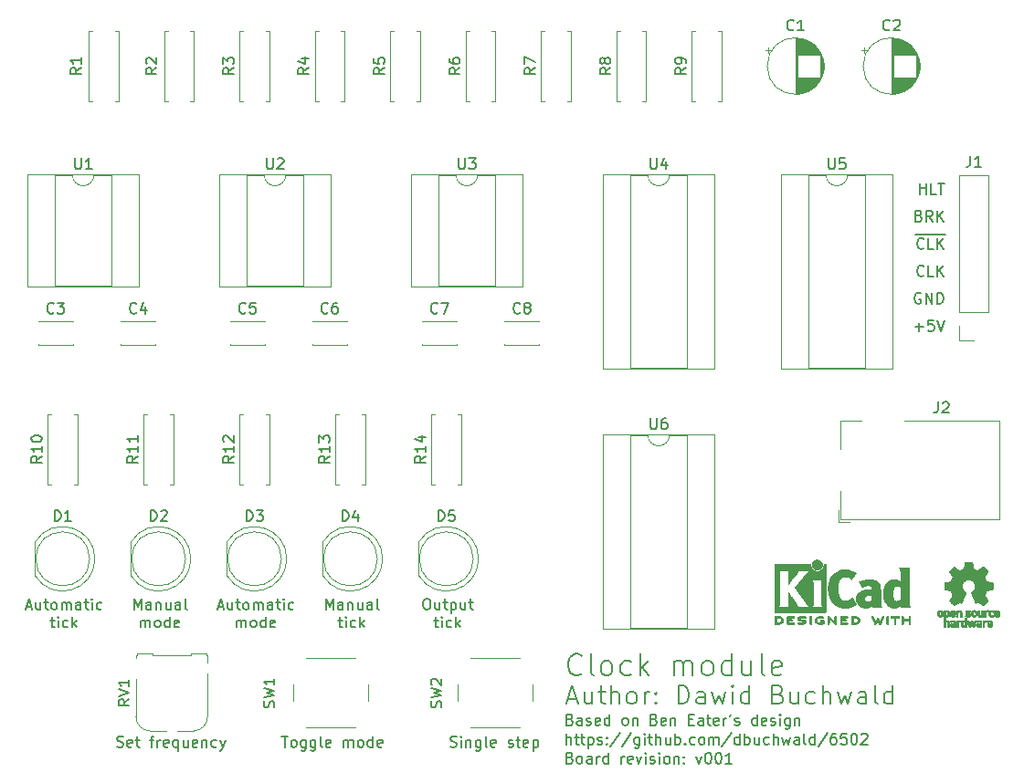
<source format=gto>
G04 #@! TF.GenerationSoftware,KiCad,Pcbnew,(5.1.5)-3*
G04 #@! TF.CreationDate,2020-02-17T10:47:51+01:00*
G04 #@! TF.ProjectId,Clock_module,436c6f63-6b5f-46d6-9f64-756c652e6b69,rev?*
G04 #@! TF.SameCoordinates,Original*
G04 #@! TF.FileFunction,Legend,Top*
G04 #@! TF.FilePolarity,Positive*
%FSLAX46Y46*%
G04 Gerber Fmt 4.6, Leading zero omitted, Abs format (unit mm)*
G04 Created by KiCad (PCBNEW (5.1.5)-3) date 2020-02-17 10:47:51*
%MOMM*%
%LPD*%
G04 APERTURE LIST*
%ADD10C,0.200000*%
%ADD11C,0.150000*%
%ADD12C,0.010000*%
%ADD13C,0.120000*%
G04 APERTURE END LIST*
D10*
X223973809Y-95533333D02*
X224783333Y-95533333D01*
X223811904Y-96019047D02*
X224378571Y-94319047D01*
X224945238Y-96019047D01*
X226240476Y-94885714D02*
X226240476Y-96019047D01*
X225511904Y-94885714D02*
X225511904Y-95776190D01*
X225592857Y-95938095D01*
X225754761Y-96019047D01*
X225997619Y-96019047D01*
X226159523Y-95938095D01*
X226240476Y-95857142D01*
X226807142Y-94885714D02*
X227454761Y-94885714D01*
X227050000Y-94319047D02*
X227050000Y-95776190D01*
X227130952Y-95938095D01*
X227292857Y-96019047D01*
X227454761Y-96019047D01*
X228021428Y-96019047D02*
X228021428Y-94319047D01*
X228750000Y-96019047D02*
X228750000Y-95128571D01*
X228669047Y-94966666D01*
X228507142Y-94885714D01*
X228264285Y-94885714D01*
X228102380Y-94966666D01*
X228021428Y-95047619D01*
X229802380Y-96019047D02*
X229640476Y-95938095D01*
X229559523Y-95857142D01*
X229478571Y-95695238D01*
X229478571Y-95209523D01*
X229559523Y-95047619D01*
X229640476Y-94966666D01*
X229802380Y-94885714D01*
X230045238Y-94885714D01*
X230207142Y-94966666D01*
X230288095Y-95047619D01*
X230369047Y-95209523D01*
X230369047Y-95695238D01*
X230288095Y-95857142D01*
X230207142Y-95938095D01*
X230045238Y-96019047D01*
X229802380Y-96019047D01*
X231097619Y-96019047D02*
X231097619Y-94885714D01*
X231097619Y-95209523D02*
X231178571Y-95047619D01*
X231259523Y-94966666D01*
X231421428Y-94885714D01*
X231583333Y-94885714D01*
X232150000Y-95857142D02*
X232230952Y-95938095D01*
X232150000Y-96019047D01*
X232069047Y-95938095D01*
X232150000Y-95857142D01*
X232150000Y-96019047D01*
X232150000Y-94966666D02*
X232230952Y-95047619D01*
X232150000Y-95128571D01*
X232069047Y-95047619D01*
X232150000Y-94966666D01*
X232150000Y-95128571D01*
X234254761Y-96019047D02*
X234254761Y-94319047D01*
X234659523Y-94319047D01*
X234902380Y-94400000D01*
X235064285Y-94561904D01*
X235145238Y-94723809D01*
X235226190Y-95047619D01*
X235226190Y-95290476D01*
X235145238Y-95614285D01*
X235064285Y-95776190D01*
X234902380Y-95938095D01*
X234659523Y-96019047D01*
X234254761Y-96019047D01*
X236683333Y-96019047D02*
X236683333Y-95128571D01*
X236602380Y-94966666D01*
X236440476Y-94885714D01*
X236116666Y-94885714D01*
X235954761Y-94966666D01*
X236683333Y-95938095D02*
X236521428Y-96019047D01*
X236116666Y-96019047D01*
X235954761Y-95938095D01*
X235873809Y-95776190D01*
X235873809Y-95614285D01*
X235954761Y-95452380D01*
X236116666Y-95371428D01*
X236521428Y-95371428D01*
X236683333Y-95290476D01*
X237330952Y-94885714D02*
X237654761Y-96019047D01*
X237978571Y-95209523D01*
X238302380Y-96019047D01*
X238626190Y-94885714D01*
X239273809Y-96019047D02*
X239273809Y-94885714D01*
X239273809Y-94319047D02*
X239192857Y-94400000D01*
X239273809Y-94480952D01*
X239354761Y-94400000D01*
X239273809Y-94319047D01*
X239273809Y-94480952D01*
X240811904Y-96019047D02*
X240811904Y-94319047D01*
X240811904Y-95938095D02*
X240650000Y-96019047D01*
X240326190Y-96019047D01*
X240164285Y-95938095D01*
X240083333Y-95857142D01*
X240002380Y-95695238D01*
X240002380Y-95209523D01*
X240083333Y-95047619D01*
X240164285Y-94966666D01*
X240326190Y-94885714D01*
X240650000Y-94885714D01*
X240811904Y-94966666D01*
X243483333Y-95128571D02*
X243726190Y-95209523D01*
X243807142Y-95290476D01*
X243888095Y-95452380D01*
X243888095Y-95695238D01*
X243807142Y-95857142D01*
X243726190Y-95938095D01*
X243564285Y-96019047D01*
X242916666Y-96019047D01*
X242916666Y-94319047D01*
X243483333Y-94319047D01*
X243645238Y-94400000D01*
X243726190Y-94480952D01*
X243807142Y-94642857D01*
X243807142Y-94804761D01*
X243726190Y-94966666D01*
X243645238Y-95047619D01*
X243483333Y-95128571D01*
X242916666Y-95128571D01*
X245345238Y-94885714D02*
X245345238Y-96019047D01*
X244616666Y-94885714D02*
X244616666Y-95776190D01*
X244697619Y-95938095D01*
X244859523Y-96019047D01*
X245102380Y-96019047D01*
X245264285Y-95938095D01*
X245345238Y-95857142D01*
X246883333Y-95938095D02*
X246721428Y-96019047D01*
X246397619Y-96019047D01*
X246235714Y-95938095D01*
X246154761Y-95857142D01*
X246073809Y-95695238D01*
X246073809Y-95209523D01*
X246154761Y-95047619D01*
X246235714Y-94966666D01*
X246397619Y-94885714D01*
X246721428Y-94885714D01*
X246883333Y-94966666D01*
X247611904Y-96019047D02*
X247611904Y-94319047D01*
X248340476Y-96019047D02*
X248340476Y-95128571D01*
X248259523Y-94966666D01*
X248097619Y-94885714D01*
X247854761Y-94885714D01*
X247692857Y-94966666D01*
X247611904Y-95047619D01*
X248988095Y-94885714D02*
X249311904Y-96019047D01*
X249635714Y-95209523D01*
X249959523Y-96019047D01*
X250283333Y-94885714D01*
X251659523Y-96019047D02*
X251659523Y-95128571D01*
X251578571Y-94966666D01*
X251416666Y-94885714D01*
X251092857Y-94885714D01*
X250930952Y-94966666D01*
X251659523Y-95938095D02*
X251497619Y-96019047D01*
X251092857Y-96019047D01*
X250930952Y-95938095D01*
X250850000Y-95776190D01*
X250850000Y-95614285D01*
X250930952Y-95452380D01*
X251092857Y-95371428D01*
X251497619Y-95371428D01*
X251659523Y-95290476D01*
X252711904Y-96019047D02*
X252550000Y-95938095D01*
X252469047Y-95776190D01*
X252469047Y-94319047D01*
X254088095Y-96019047D02*
X254088095Y-94319047D01*
X254088095Y-95938095D02*
X253926190Y-96019047D01*
X253602380Y-96019047D01*
X253440476Y-95938095D01*
X253359523Y-95857142D01*
X253278571Y-95695238D01*
X253278571Y-95209523D01*
X253359523Y-95047619D01*
X253440476Y-94966666D01*
X253602380Y-94885714D01*
X253926190Y-94885714D01*
X254088095Y-94966666D01*
D11*
X224188928Y-101020571D02*
X224331785Y-101068190D01*
X224379404Y-101115809D01*
X224427023Y-101211047D01*
X224427023Y-101353904D01*
X224379404Y-101449142D01*
X224331785Y-101496761D01*
X224236547Y-101544380D01*
X223855595Y-101544380D01*
X223855595Y-100544380D01*
X224188928Y-100544380D01*
X224284166Y-100592000D01*
X224331785Y-100639619D01*
X224379404Y-100734857D01*
X224379404Y-100830095D01*
X224331785Y-100925333D01*
X224284166Y-100972952D01*
X224188928Y-101020571D01*
X223855595Y-101020571D01*
X224998452Y-101544380D02*
X224903214Y-101496761D01*
X224855595Y-101449142D01*
X224807976Y-101353904D01*
X224807976Y-101068190D01*
X224855595Y-100972952D01*
X224903214Y-100925333D01*
X224998452Y-100877714D01*
X225141309Y-100877714D01*
X225236547Y-100925333D01*
X225284166Y-100972952D01*
X225331785Y-101068190D01*
X225331785Y-101353904D01*
X225284166Y-101449142D01*
X225236547Y-101496761D01*
X225141309Y-101544380D01*
X224998452Y-101544380D01*
X226188928Y-101544380D02*
X226188928Y-101020571D01*
X226141309Y-100925333D01*
X226046071Y-100877714D01*
X225855595Y-100877714D01*
X225760357Y-100925333D01*
X226188928Y-101496761D02*
X226093690Y-101544380D01*
X225855595Y-101544380D01*
X225760357Y-101496761D01*
X225712738Y-101401523D01*
X225712738Y-101306285D01*
X225760357Y-101211047D01*
X225855595Y-101163428D01*
X226093690Y-101163428D01*
X226188928Y-101115809D01*
X226665119Y-101544380D02*
X226665119Y-100877714D01*
X226665119Y-101068190D02*
X226712738Y-100972952D01*
X226760357Y-100925333D01*
X226855595Y-100877714D01*
X226950833Y-100877714D01*
X227712738Y-101544380D02*
X227712738Y-100544380D01*
X227712738Y-101496761D02*
X227617500Y-101544380D01*
X227427023Y-101544380D01*
X227331785Y-101496761D01*
X227284166Y-101449142D01*
X227236547Y-101353904D01*
X227236547Y-101068190D01*
X227284166Y-100972952D01*
X227331785Y-100925333D01*
X227427023Y-100877714D01*
X227617500Y-100877714D01*
X227712738Y-100925333D01*
X228950833Y-101544380D02*
X228950833Y-100877714D01*
X228950833Y-101068190D02*
X228998452Y-100972952D01*
X229046071Y-100925333D01*
X229141309Y-100877714D01*
X229236547Y-100877714D01*
X229950833Y-101496761D02*
X229855595Y-101544380D01*
X229665119Y-101544380D01*
X229569880Y-101496761D01*
X229522261Y-101401523D01*
X229522261Y-101020571D01*
X229569880Y-100925333D01*
X229665119Y-100877714D01*
X229855595Y-100877714D01*
X229950833Y-100925333D01*
X229998452Y-101020571D01*
X229998452Y-101115809D01*
X229522261Y-101211047D01*
X230331785Y-100877714D02*
X230569880Y-101544380D01*
X230807976Y-100877714D01*
X231188928Y-101544380D02*
X231188928Y-100877714D01*
X231188928Y-100544380D02*
X231141309Y-100592000D01*
X231188928Y-100639619D01*
X231236547Y-100592000D01*
X231188928Y-100544380D01*
X231188928Y-100639619D01*
X231617500Y-101496761D02*
X231712738Y-101544380D01*
X231903214Y-101544380D01*
X231998452Y-101496761D01*
X232046071Y-101401523D01*
X232046071Y-101353904D01*
X231998452Y-101258666D01*
X231903214Y-101211047D01*
X231760357Y-101211047D01*
X231665119Y-101163428D01*
X231617500Y-101068190D01*
X231617500Y-101020571D01*
X231665119Y-100925333D01*
X231760357Y-100877714D01*
X231903214Y-100877714D01*
X231998452Y-100925333D01*
X232474642Y-101544380D02*
X232474642Y-100877714D01*
X232474642Y-100544380D02*
X232427023Y-100592000D01*
X232474642Y-100639619D01*
X232522261Y-100592000D01*
X232474642Y-100544380D01*
X232474642Y-100639619D01*
X233093690Y-101544380D02*
X232998452Y-101496761D01*
X232950833Y-101449142D01*
X232903214Y-101353904D01*
X232903214Y-101068190D01*
X232950833Y-100972952D01*
X232998452Y-100925333D01*
X233093690Y-100877714D01*
X233236547Y-100877714D01*
X233331785Y-100925333D01*
X233379404Y-100972952D01*
X233427023Y-101068190D01*
X233427023Y-101353904D01*
X233379404Y-101449142D01*
X233331785Y-101496761D01*
X233236547Y-101544380D01*
X233093690Y-101544380D01*
X233855595Y-100877714D02*
X233855595Y-101544380D01*
X233855595Y-100972952D02*
X233903214Y-100925333D01*
X233998452Y-100877714D01*
X234141309Y-100877714D01*
X234236547Y-100925333D01*
X234284166Y-101020571D01*
X234284166Y-101544380D01*
X234760357Y-101449142D02*
X234807976Y-101496761D01*
X234760357Y-101544380D01*
X234712738Y-101496761D01*
X234760357Y-101449142D01*
X234760357Y-101544380D01*
X234760357Y-100925333D02*
X234807976Y-100972952D01*
X234760357Y-101020571D01*
X234712738Y-100972952D01*
X234760357Y-100925333D01*
X234760357Y-101020571D01*
X235903214Y-100877714D02*
X236141309Y-101544380D01*
X236379404Y-100877714D01*
X236950833Y-100544380D02*
X237046071Y-100544380D01*
X237141309Y-100592000D01*
X237188928Y-100639619D01*
X237236547Y-100734857D01*
X237284166Y-100925333D01*
X237284166Y-101163428D01*
X237236547Y-101353904D01*
X237188928Y-101449142D01*
X237141309Y-101496761D01*
X237046071Y-101544380D01*
X236950833Y-101544380D01*
X236855595Y-101496761D01*
X236807976Y-101449142D01*
X236760357Y-101353904D01*
X236712738Y-101163428D01*
X236712738Y-100925333D01*
X236760357Y-100734857D01*
X236807976Y-100639619D01*
X236855595Y-100592000D01*
X236950833Y-100544380D01*
X237903214Y-100544380D02*
X237998452Y-100544380D01*
X238093690Y-100592000D01*
X238141309Y-100639619D01*
X238188928Y-100734857D01*
X238236547Y-100925333D01*
X238236547Y-101163428D01*
X238188928Y-101353904D01*
X238141309Y-101449142D01*
X238093690Y-101496761D01*
X237998452Y-101544380D01*
X237903214Y-101544380D01*
X237807976Y-101496761D01*
X237760357Y-101449142D01*
X237712738Y-101353904D01*
X237665119Y-101163428D01*
X237665119Y-100925333D01*
X237712738Y-100734857D01*
X237760357Y-100639619D01*
X237807976Y-100592000D01*
X237903214Y-100544380D01*
X239188928Y-101544380D02*
X238617500Y-101544380D01*
X238903214Y-101544380D02*
X238903214Y-100544380D01*
X238807976Y-100687238D01*
X238712738Y-100782476D01*
X238617500Y-100830095D01*
X223855595Y-99766380D02*
X223855595Y-98766380D01*
X224284166Y-99766380D02*
X224284166Y-99242571D01*
X224236547Y-99147333D01*
X224141309Y-99099714D01*
X223998452Y-99099714D01*
X223903214Y-99147333D01*
X223855595Y-99194952D01*
X224617500Y-99099714D02*
X224998452Y-99099714D01*
X224760357Y-98766380D02*
X224760357Y-99623523D01*
X224807976Y-99718761D01*
X224903214Y-99766380D01*
X224998452Y-99766380D01*
X225188928Y-99099714D02*
X225569880Y-99099714D01*
X225331785Y-98766380D02*
X225331785Y-99623523D01*
X225379404Y-99718761D01*
X225474642Y-99766380D01*
X225569880Y-99766380D01*
X225903214Y-99099714D02*
X225903214Y-100099714D01*
X225903214Y-99147333D02*
X225998452Y-99099714D01*
X226188928Y-99099714D01*
X226284166Y-99147333D01*
X226331785Y-99194952D01*
X226379404Y-99290190D01*
X226379404Y-99575904D01*
X226331785Y-99671142D01*
X226284166Y-99718761D01*
X226188928Y-99766380D01*
X225998452Y-99766380D01*
X225903214Y-99718761D01*
X226760357Y-99718761D02*
X226855595Y-99766380D01*
X227046071Y-99766380D01*
X227141309Y-99718761D01*
X227188928Y-99623523D01*
X227188928Y-99575904D01*
X227141309Y-99480666D01*
X227046071Y-99433047D01*
X226903214Y-99433047D01*
X226807976Y-99385428D01*
X226760357Y-99290190D01*
X226760357Y-99242571D01*
X226807976Y-99147333D01*
X226903214Y-99099714D01*
X227046071Y-99099714D01*
X227141309Y-99147333D01*
X227617500Y-99671142D02*
X227665119Y-99718761D01*
X227617500Y-99766380D01*
X227569880Y-99718761D01*
X227617500Y-99671142D01*
X227617500Y-99766380D01*
X227617500Y-99147333D02*
X227665119Y-99194952D01*
X227617500Y-99242571D01*
X227569880Y-99194952D01*
X227617500Y-99147333D01*
X227617500Y-99242571D01*
X228807976Y-98718761D02*
X227950833Y-100004476D01*
X229855595Y-98718761D02*
X228998452Y-100004476D01*
X230617500Y-99099714D02*
X230617500Y-99909238D01*
X230569880Y-100004476D01*
X230522261Y-100052095D01*
X230427023Y-100099714D01*
X230284166Y-100099714D01*
X230188928Y-100052095D01*
X230617500Y-99718761D02*
X230522261Y-99766380D01*
X230331785Y-99766380D01*
X230236547Y-99718761D01*
X230188928Y-99671142D01*
X230141309Y-99575904D01*
X230141309Y-99290190D01*
X230188928Y-99194952D01*
X230236547Y-99147333D01*
X230331785Y-99099714D01*
X230522261Y-99099714D01*
X230617500Y-99147333D01*
X231093690Y-99766380D02*
X231093690Y-99099714D01*
X231093690Y-98766380D02*
X231046071Y-98814000D01*
X231093690Y-98861619D01*
X231141309Y-98814000D01*
X231093690Y-98766380D01*
X231093690Y-98861619D01*
X231427023Y-99099714D02*
X231807976Y-99099714D01*
X231569880Y-98766380D02*
X231569880Y-99623523D01*
X231617500Y-99718761D01*
X231712738Y-99766380D01*
X231807976Y-99766380D01*
X232141309Y-99766380D02*
X232141309Y-98766380D01*
X232569880Y-99766380D02*
X232569880Y-99242571D01*
X232522261Y-99147333D01*
X232427023Y-99099714D01*
X232284166Y-99099714D01*
X232188928Y-99147333D01*
X232141309Y-99194952D01*
X233474642Y-99099714D02*
X233474642Y-99766380D01*
X233046071Y-99099714D02*
X233046071Y-99623523D01*
X233093690Y-99718761D01*
X233188928Y-99766380D01*
X233331785Y-99766380D01*
X233427023Y-99718761D01*
X233474642Y-99671142D01*
X233950833Y-99766380D02*
X233950833Y-98766380D01*
X233950833Y-99147333D02*
X234046071Y-99099714D01*
X234236547Y-99099714D01*
X234331785Y-99147333D01*
X234379404Y-99194952D01*
X234427023Y-99290190D01*
X234427023Y-99575904D01*
X234379404Y-99671142D01*
X234331785Y-99718761D01*
X234236547Y-99766380D01*
X234046071Y-99766380D01*
X233950833Y-99718761D01*
X234855595Y-99671142D02*
X234903214Y-99718761D01*
X234855595Y-99766380D01*
X234807976Y-99718761D01*
X234855595Y-99671142D01*
X234855595Y-99766380D01*
X235760357Y-99718761D02*
X235665119Y-99766380D01*
X235474642Y-99766380D01*
X235379404Y-99718761D01*
X235331785Y-99671142D01*
X235284166Y-99575904D01*
X235284166Y-99290190D01*
X235331785Y-99194952D01*
X235379404Y-99147333D01*
X235474642Y-99099714D01*
X235665119Y-99099714D01*
X235760357Y-99147333D01*
X236331785Y-99766380D02*
X236236547Y-99718761D01*
X236188928Y-99671142D01*
X236141309Y-99575904D01*
X236141309Y-99290190D01*
X236188928Y-99194952D01*
X236236547Y-99147333D01*
X236331785Y-99099714D01*
X236474642Y-99099714D01*
X236569880Y-99147333D01*
X236617500Y-99194952D01*
X236665119Y-99290190D01*
X236665119Y-99575904D01*
X236617500Y-99671142D01*
X236569880Y-99718761D01*
X236474642Y-99766380D01*
X236331785Y-99766380D01*
X237093690Y-99766380D02*
X237093690Y-99099714D01*
X237093690Y-99194952D02*
X237141309Y-99147333D01*
X237236547Y-99099714D01*
X237379404Y-99099714D01*
X237474642Y-99147333D01*
X237522261Y-99242571D01*
X237522261Y-99766380D01*
X237522261Y-99242571D02*
X237569880Y-99147333D01*
X237665119Y-99099714D01*
X237807976Y-99099714D01*
X237903214Y-99147333D01*
X237950833Y-99242571D01*
X237950833Y-99766380D01*
X239141309Y-98718761D02*
X238284166Y-100004476D01*
X239903214Y-99766380D02*
X239903214Y-98766380D01*
X239903214Y-99718761D02*
X239807976Y-99766380D01*
X239617500Y-99766380D01*
X239522261Y-99718761D01*
X239474642Y-99671142D01*
X239427023Y-99575904D01*
X239427023Y-99290190D01*
X239474642Y-99194952D01*
X239522261Y-99147333D01*
X239617500Y-99099714D01*
X239807976Y-99099714D01*
X239903214Y-99147333D01*
X240379404Y-99766380D02*
X240379404Y-98766380D01*
X240379404Y-99147333D02*
X240474642Y-99099714D01*
X240665119Y-99099714D01*
X240760357Y-99147333D01*
X240807976Y-99194952D01*
X240855595Y-99290190D01*
X240855595Y-99575904D01*
X240807976Y-99671142D01*
X240760357Y-99718761D01*
X240665119Y-99766380D01*
X240474642Y-99766380D01*
X240379404Y-99718761D01*
X241712738Y-99099714D02*
X241712738Y-99766380D01*
X241284166Y-99099714D02*
X241284166Y-99623523D01*
X241331785Y-99718761D01*
X241427023Y-99766380D01*
X241569880Y-99766380D01*
X241665119Y-99718761D01*
X241712738Y-99671142D01*
X242617500Y-99718761D02*
X242522261Y-99766380D01*
X242331785Y-99766380D01*
X242236547Y-99718761D01*
X242188928Y-99671142D01*
X242141309Y-99575904D01*
X242141309Y-99290190D01*
X242188928Y-99194952D01*
X242236547Y-99147333D01*
X242331785Y-99099714D01*
X242522261Y-99099714D01*
X242617500Y-99147333D01*
X243046071Y-99766380D02*
X243046071Y-98766380D01*
X243474642Y-99766380D02*
X243474642Y-99242571D01*
X243427023Y-99147333D01*
X243331785Y-99099714D01*
X243188928Y-99099714D01*
X243093690Y-99147333D01*
X243046071Y-99194952D01*
X243855595Y-99099714D02*
X244046071Y-99766380D01*
X244236547Y-99290190D01*
X244427023Y-99766380D01*
X244617500Y-99099714D01*
X245427023Y-99766380D02*
X245427023Y-99242571D01*
X245379404Y-99147333D01*
X245284166Y-99099714D01*
X245093690Y-99099714D01*
X244998452Y-99147333D01*
X245427023Y-99718761D02*
X245331785Y-99766380D01*
X245093690Y-99766380D01*
X244998452Y-99718761D01*
X244950833Y-99623523D01*
X244950833Y-99528285D01*
X244998452Y-99433047D01*
X245093690Y-99385428D01*
X245331785Y-99385428D01*
X245427023Y-99337809D01*
X246046071Y-99766380D02*
X245950833Y-99718761D01*
X245903214Y-99623523D01*
X245903214Y-98766380D01*
X246855595Y-99766380D02*
X246855595Y-98766380D01*
X246855595Y-99718761D02*
X246760357Y-99766380D01*
X246569880Y-99766380D01*
X246474642Y-99718761D01*
X246427023Y-99671142D01*
X246379404Y-99575904D01*
X246379404Y-99290190D01*
X246427023Y-99194952D01*
X246474642Y-99147333D01*
X246569880Y-99099714D01*
X246760357Y-99099714D01*
X246855595Y-99147333D01*
X248046071Y-98718761D02*
X247188928Y-100004476D01*
X248807976Y-98766380D02*
X248617500Y-98766380D01*
X248522261Y-98814000D01*
X248474642Y-98861619D01*
X248379404Y-99004476D01*
X248331785Y-99194952D01*
X248331785Y-99575904D01*
X248379404Y-99671142D01*
X248427023Y-99718761D01*
X248522261Y-99766380D01*
X248712738Y-99766380D01*
X248807976Y-99718761D01*
X248855595Y-99671142D01*
X248903214Y-99575904D01*
X248903214Y-99337809D01*
X248855595Y-99242571D01*
X248807976Y-99194952D01*
X248712738Y-99147333D01*
X248522261Y-99147333D01*
X248427023Y-99194952D01*
X248379404Y-99242571D01*
X248331785Y-99337809D01*
X249807976Y-98766380D02*
X249331785Y-98766380D01*
X249284166Y-99242571D01*
X249331785Y-99194952D01*
X249427023Y-99147333D01*
X249665119Y-99147333D01*
X249760357Y-99194952D01*
X249807976Y-99242571D01*
X249855595Y-99337809D01*
X249855595Y-99575904D01*
X249807976Y-99671142D01*
X249760357Y-99718761D01*
X249665119Y-99766380D01*
X249427023Y-99766380D01*
X249331785Y-99718761D01*
X249284166Y-99671142D01*
X250474642Y-98766380D02*
X250569880Y-98766380D01*
X250665119Y-98814000D01*
X250712738Y-98861619D01*
X250760357Y-98956857D01*
X250807976Y-99147333D01*
X250807976Y-99385428D01*
X250760357Y-99575904D01*
X250712738Y-99671142D01*
X250665119Y-99718761D01*
X250569880Y-99766380D01*
X250474642Y-99766380D01*
X250379404Y-99718761D01*
X250331785Y-99671142D01*
X250284166Y-99575904D01*
X250236547Y-99385428D01*
X250236547Y-99147333D01*
X250284166Y-98956857D01*
X250331785Y-98861619D01*
X250379404Y-98814000D01*
X250474642Y-98766380D01*
X251188928Y-98861619D02*
X251236547Y-98814000D01*
X251331785Y-98766380D01*
X251569880Y-98766380D01*
X251665119Y-98814000D01*
X251712738Y-98861619D01*
X251760357Y-98956857D01*
X251760357Y-99052095D01*
X251712738Y-99194952D01*
X251141309Y-99766380D01*
X251760357Y-99766380D01*
X224188928Y-97464571D02*
X224331785Y-97512190D01*
X224379404Y-97559809D01*
X224427023Y-97655047D01*
X224427023Y-97797904D01*
X224379404Y-97893142D01*
X224331785Y-97940761D01*
X224236547Y-97988380D01*
X223855595Y-97988380D01*
X223855595Y-96988380D01*
X224188928Y-96988380D01*
X224284166Y-97036000D01*
X224331785Y-97083619D01*
X224379404Y-97178857D01*
X224379404Y-97274095D01*
X224331785Y-97369333D01*
X224284166Y-97416952D01*
X224188928Y-97464571D01*
X223855595Y-97464571D01*
X225284166Y-97988380D02*
X225284166Y-97464571D01*
X225236547Y-97369333D01*
X225141309Y-97321714D01*
X224950833Y-97321714D01*
X224855595Y-97369333D01*
X225284166Y-97940761D02*
X225188928Y-97988380D01*
X224950833Y-97988380D01*
X224855595Y-97940761D01*
X224807976Y-97845523D01*
X224807976Y-97750285D01*
X224855595Y-97655047D01*
X224950833Y-97607428D01*
X225188928Y-97607428D01*
X225284166Y-97559809D01*
X225712738Y-97940761D02*
X225807976Y-97988380D01*
X225998452Y-97988380D01*
X226093690Y-97940761D01*
X226141309Y-97845523D01*
X226141309Y-97797904D01*
X226093690Y-97702666D01*
X225998452Y-97655047D01*
X225855595Y-97655047D01*
X225760357Y-97607428D01*
X225712738Y-97512190D01*
X225712738Y-97464571D01*
X225760357Y-97369333D01*
X225855595Y-97321714D01*
X225998452Y-97321714D01*
X226093690Y-97369333D01*
X226950833Y-97940761D02*
X226855595Y-97988380D01*
X226665119Y-97988380D01*
X226569880Y-97940761D01*
X226522261Y-97845523D01*
X226522261Y-97464571D01*
X226569880Y-97369333D01*
X226665119Y-97321714D01*
X226855595Y-97321714D01*
X226950833Y-97369333D01*
X226998452Y-97464571D01*
X226998452Y-97559809D01*
X226522261Y-97655047D01*
X227855595Y-97988380D02*
X227855595Y-96988380D01*
X227855595Y-97940761D02*
X227760357Y-97988380D01*
X227569880Y-97988380D01*
X227474642Y-97940761D01*
X227427023Y-97893142D01*
X227379404Y-97797904D01*
X227379404Y-97512190D01*
X227427023Y-97416952D01*
X227474642Y-97369333D01*
X227569880Y-97321714D01*
X227760357Y-97321714D01*
X227855595Y-97369333D01*
X229236547Y-97988380D02*
X229141309Y-97940761D01*
X229093690Y-97893142D01*
X229046071Y-97797904D01*
X229046071Y-97512190D01*
X229093690Y-97416952D01*
X229141309Y-97369333D01*
X229236547Y-97321714D01*
X229379404Y-97321714D01*
X229474642Y-97369333D01*
X229522261Y-97416952D01*
X229569880Y-97512190D01*
X229569880Y-97797904D01*
X229522261Y-97893142D01*
X229474642Y-97940761D01*
X229379404Y-97988380D01*
X229236547Y-97988380D01*
X229998452Y-97321714D02*
X229998452Y-97988380D01*
X229998452Y-97416952D02*
X230046071Y-97369333D01*
X230141309Y-97321714D01*
X230284166Y-97321714D01*
X230379404Y-97369333D01*
X230427023Y-97464571D01*
X230427023Y-97988380D01*
X231998452Y-97464571D02*
X232141309Y-97512190D01*
X232188928Y-97559809D01*
X232236547Y-97655047D01*
X232236547Y-97797904D01*
X232188928Y-97893142D01*
X232141309Y-97940761D01*
X232046071Y-97988380D01*
X231665119Y-97988380D01*
X231665119Y-96988380D01*
X231998452Y-96988380D01*
X232093690Y-97036000D01*
X232141309Y-97083619D01*
X232188928Y-97178857D01*
X232188928Y-97274095D01*
X232141309Y-97369333D01*
X232093690Y-97416952D01*
X231998452Y-97464571D01*
X231665119Y-97464571D01*
X233046071Y-97940761D02*
X232950833Y-97988380D01*
X232760357Y-97988380D01*
X232665119Y-97940761D01*
X232617500Y-97845523D01*
X232617500Y-97464571D01*
X232665119Y-97369333D01*
X232760357Y-97321714D01*
X232950833Y-97321714D01*
X233046071Y-97369333D01*
X233093690Y-97464571D01*
X233093690Y-97559809D01*
X232617500Y-97655047D01*
X233522261Y-97321714D02*
X233522261Y-97988380D01*
X233522261Y-97416952D02*
X233569880Y-97369333D01*
X233665119Y-97321714D01*
X233807976Y-97321714D01*
X233903214Y-97369333D01*
X233950833Y-97464571D01*
X233950833Y-97988380D01*
X235188928Y-97464571D02*
X235522261Y-97464571D01*
X235665119Y-97988380D02*
X235188928Y-97988380D01*
X235188928Y-96988380D01*
X235665119Y-96988380D01*
X236522261Y-97988380D02*
X236522261Y-97464571D01*
X236474642Y-97369333D01*
X236379404Y-97321714D01*
X236188928Y-97321714D01*
X236093690Y-97369333D01*
X236522261Y-97940761D02*
X236427023Y-97988380D01*
X236188928Y-97988380D01*
X236093690Y-97940761D01*
X236046071Y-97845523D01*
X236046071Y-97750285D01*
X236093690Y-97655047D01*
X236188928Y-97607428D01*
X236427023Y-97607428D01*
X236522261Y-97559809D01*
X236855595Y-97321714D02*
X237236547Y-97321714D01*
X236998452Y-96988380D02*
X236998452Y-97845523D01*
X237046071Y-97940761D01*
X237141309Y-97988380D01*
X237236547Y-97988380D01*
X237950833Y-97940761D02*
X237855595Y-97988380D01*
X237665119Y-97988380D01*
X237569880Y-97940761D01*
X237522261Y-97845523D01*
X237522261Y-97464571D01*
X237569880Y-97369333D01*
X237665119Y-97321714D01*
X237855595Y-97321714D01*
X237950833Y-97369333D01*
X237998452Y-97464571D01*
X237998452Y-97559809D01*
X237522261Y-97655047D01*
X238427023Y-97988380D02*
X238427023Y-97321714D01*
X238427023Y-97512190D02*
X238474642Y-97416952D01*
X238522261Y-97369333D01*
X238617500Y-97321714D01*
X238712738Y-97321714D01*
X239093690Y-96988380D02*
X239093690Y-97036000D01*
X239046071Y-97131238D01*
X238998452Y-97178857D01*
X239474642Y-97940761D02*
X239569880Y-97988380D01*
X239760357Y-97988380D01*
X239855595Y-97940761D01*
X239903214Y-97845523D01*
X239903214Y-97797904D01*
X239855595Y-97702666D01*
X239760357Y-97655047D01*
X239617500Y-97655047D01*
X239522261Y-97607428D01*
X239474642Y-97512190D01*
X239474642Y-97464571D01*
X239522261Y-97369333D01*
X239617500Y-97321714D01*
X239760357Y-97321714D01*
X239855595Y-97369333D01*
X241522261Y-97988380D02*
X241522261Y-96988380D01*
X241522261Y-97940761D02*
X241427023Y-97988380D01*
X241236547Y-97988380D01*
X241141309Y-97940761D01*
X241093690Y-97893142D01*
X241046071Y-97797904D01*
X241046071Y-97512190D01*
X241093690Y-97416952D01*
X241141309Y-97369333D01*
X241236547Y-97321714D01*
X241427023Y-97321714D01*
X241522261Y-97369333D01*
X242379404Y-97940761D02*
X242284166Y-97988380D01*
X242093690Y-97988380D01*
X241998452Y-97940761D01*
X241950833Y-97845523D01*
X241950833Y-97464571D01*
X241998452Y-97369333D01*
X242093690Y-97321714D01*
X242284166Y-97321714D01*
X242379404Y-97369333D01*
X242427023Y-97464571D01*
X242427023Y-97559809D01*
X241950833Y-97655047D01*
X242807976Y-97940761D02*
X242903214Y-97988380D01*
X243093690Y-97988380D01*
X243188928Y-97940761D01*
X243236547Y-97845523D01*
X243236547Y-97797904D01*
X243188928Y-97702666D01*
X243093690Y-97655047D01*
X242950833Y-97655047D01*
X242855595Y-97607428D01*
X242807976Y-97512190D01*
X242807976Y-97464571D01*
X242855595Y-97369333D01*
X242950833Y-97321714D01*
X243093690Y-97321714D01*
X243188928Y-97369333D01*
X243665119Y-97988380D02*
X243665119Y-97321714D01*
X243665119Y-96988380D02*
X243617500Y-97036000D01*
X243665119Y-97083619D01*
X243712738Y-97036000D01*
X243665119Y-96988380D01*
X243665119Y-97083619D01*
X244569880Y-97321714D02*
X244569880Y-98131238D01*
X244522261Y-98226476D01*
X244474642Y-98274095D01*
X244379404Y-98321714D01*
X244236547Y-98321714D01*
X244141309Y-98274095D01*
X244569880Y-97940761D02*
X244474642Y-97988380D01*
X244284166Y-97988380D01*
X244188928Y-97940761D01*
X244141309Y-97893142D01*
X244093690Y-97797904D01*
X244093690Y-97512190D01*
X244141309Y-97416952D01*
X244188928Y-97369333D01*
X244284166Y-97321714D01*
X244474642Y-97321714D01*
X244569880Y-97369333D01*
X245046071Y-97321714D02*
X245046071Y-97988380D01*
X245046071Y-97416952D02*
X245093690Y-97369333D01*
X245188928Y-97321714D01*
X245331785Y-97321714D01*
X245427023Y-97369333D01*
X245474642Y-97464571D01*
X245474642Y-97988380D01*
D10*
X225269047Y-93170285D02*
X225173809Y-93265523D01*
X224888095Y-93360761D01*
X224697619Y-93360761D01*
X224411904Y-93265523D01*
X224221428Y-93075047D01*
X224126190Y-92884571D01*
X224030952Y-92503619D01*
X224030952Y-92217904D01*
X224126190Y-91836952D01*
X224221428Y-91646476D01*
X224411904Y-91456000D01*
X224697619Y-91360761D01*
X224888095Y-91360761D01*
X225173809Y-91456000D01*
X225269047Y-91551238D01*
X226411904Y-93360761D02*
X226221428Y-93265523D01*
X226126190Y-93075047D01*
X226126190Y-91360761D01*
X227459523Y-93360761D02*
X227269047Y-93265523D01*
X227173809Y-93170285D01*
X227078571Y-92979809D01*
X227078571Y-92408380D01*
X227173809Y-92217904D01*
X227269047Y-92122666D01*
X227459523Y-92027428D01*
X227745238Y-92027428D01*
X227935714Y-92122666D01*
X228030952Y-92217904D01*
X228126190Y-92408380D01*
X228126190Y-92979809D01*
X228030952Y-93170285D01*
X227935714Y-93265523D01*
X227745238Y-93360761D01*
X227459523Y-93360761D01*
X229840476Y-93265523D02*
X229650000Y-93360761D01*
X229269047Y-93360761D01*
X229078571Y-93265523D01*
X228983333Y-93170285D01*
X228888095Y-92979809D01*
X228888095Y-92408380D01*
X228983333Y-92217904D01*
X229078571Y-92122666D01*
X229269047Y-92027428D01*
X229650000Y-92027428D01*
X229840476Y-92122666D01*
X230697619Y-93360761D02*
X230697619Y-91360761D01*
X230888095Y-92598857D02*
X231459523Y-93360761D01*
X231459523Y-92027428D02*
X230697619Y-92789333D01*
X233840476Y-93360761D02*
X233840476Y-92027428D01*
X233840476Y-92217904D02*
X233935714Y-92122666D01*
X234126190Y-92027428D01*
X234411904Y-92027428D01*
X234602380Y-92122666D01*
X234697619Y-92313142D01*
X234697619Y-93360761D01*
X234697619Y-92313142D02*
X234792857Y-92122666D01*
X234983333Y-92027428D01*
X235269047Y-92027428D01*
X235459523Y-92122666D01*
X235554761Y-92313142D01*
X235554761Y-93360761D01*
X236792857Y-93360761D02*
X236602380Y-93265523D01*
X236507142Y-93170285D01*
X236411904Y-92979809D01*
X236411904Y-92408380D01*
X236507142Y-92217904D01*
X236602380Y-92122666D01*
X236792857Y-92027428D01*
X237078571Y-92027428D01*
X237269047Y-92122666D01*
X237364285Y-92217904D01*
X237459523Y-92408380D01*
X237459523Y-92979809D01*
X237364285Y-93170285D01*
X237269047Y-93265523D01*
X237078571Y-93360761D01*
X236792857Y-93360761D01*
X239173809Y-93360761D02*
X239173809Y-91360761D01*
X239173809Y-93265523D02*
X238983333Y-93360761D01*
X238602380Y-93360761D01*
X238411904Y-93265523D01*
X238316666Y-93170285D01*
X238221428Y-92979809D01*
X238221428Y-92408380D01*
X238316666Y-92217904D01*
X238411904Y-92122666D01*
X238602380Y-92027428D01*
X238983333Y-92027428D01*
X239173809Y-92122666D01*
X240983333Y-92027428D02*
X240983333Y-93360761D01*
X240126190Y-92027428D02*
X240126190Y-93075047D01*
X240221428Y-93265523D01*
X240411904Y-93360761D01*
X240697619Y-93360761D01*
X240888095Y-93265523D01*
X240983333Y-93170285D01*
X242221428Y-93360761D02*
X242030952Y-93265523D01*
X241935714Y-93075047D01*
X241935714Y-91360761D01*
X243745238Y-93265523D02*
X243554761Y-93360761D01*
X243173809Y-93360761D01*
X242983333Y-93265523D01*
X242888095Y-93075047D01*
X242888095Y-92313142D01*
X242983333Y-92122666D01*
X243173809Y-92027428D01*
X243554761Y-92027428D01*
X243745238Y-92122666D01*
X243840476Y-92313142D01*
X243840476Y-92503619D01*
X242888095Y-92694095D01*
D11*
X210828190Y-86257380D02*
X211018666Y-86257380D01*
X211113904Y-86305000D01*
X211209142Y-86400238D01*
X211256761Y-86590714D01*
X211256761Y-86924047D01*
X211209142Y-87114523D01*
X211113904Y-87209761D01*
X211018666Y-87257380D01*
X210828190Y-87257380D01*
X210732952Y-87209761D01*
X210637714Y-87114523D01*
X210590095Y-86924047D01*
X210590095Y-86590714D01*
X210637714Y-86400238D01*
X210732952Y-86305000D01*
X210828190Y-86257380D01*
X212113904Y-86590714D02*
X212113904Y-87257380D01*
X211685333Y-86590714D02*
X211685333Y-87114523D01*
X211732952Y-87209761D01*
X211828190Y-87257380D01*
X211971047Y-87257380D01*
X212066285Y-87209761D01*
X212113904Y-87162142D01*
X212447238Y-86590714D02*
X212828190Y-86590714D01*
X212590095Y-86257380D02*
X212590095Y-87114523D01*
X212637714Y-87209761D01*
X212732952Y-87257380D01*
X212828190Y-87257380D01*
X213161523Y-86590714D02*
X213161523Y-87590714D01*
X213161523Y-86638333D02*
X213256761Y-86590714D01*
X213447238Y-86590714D01*
X213542476Y-86638333D01*
X213590095Y-86685952D01*
X213637714Y-86781190D01*
X213637714Y-87066904D01*
X213590095Y-87162142D01*
X213542476Y-87209761D01*
X213447238Y-87257380D01*
X213256761Y-87257380D01*
X213161523Y-87209761D01*
X214494857Y-86590714D02*
X214494857Y-87257380D01*
X214066285Y-86590714D02*
X214066285Y-87114523D01*
X214113904Y-87209761D01*
X214209142Y-87257380D01*
X214352000Y-87257380D01*
X214447238Y-87209761D01*
X214494857Y-87162142D01*
X214828190Y-86590714D02*
X215209142Y-86590714D01*
X214971047Y-86257380D02*
X214971047Y-87114523D01*
X215018666Y-87209761D01*
X215113904Y-87257380D01*
X215209142Y-87257380D01*
X211590095Y-88240714D02*
X211971047Y-88240714D01*
X211732952Y-87907380D02*
X211732952Y-88764523D01*
X211780571Y-88859761D01*
X211875809Y-88907380D01*
X211971047Y-88907380D01*
X212304380Y-88907380D02*
X212304380Y-88240714D01*
X212304380Y-87907380D02*
X212256761Y-87955000D01*
X212304380Y-88002619D01*
X212352000Y-87955000D01*
X212304380Y-87907380D01*
X212304380Y-88002619D01*
X213209142Y-88859761D02*
X213113904Y-88907380D01*
X212923428Y-88907380D01*
X212828190Y-88859761D01*
X212780571Y-88812142D01*
X212732952Y-88716904D01*
X212732952Y-88431190D01*
X212780571Y-88335952D01*
X212828190Y-88288333D01*
X212923428Y-88240714D01*
X213113904Y-88240714D01*
X213209142Y-88288333D01*
X213637714Y-88907380D02*
X213637714Y-87907380D01*
X213732952Y-88526428D02*
X214018666Y-88907380D01*
X214018666Y-88240714D02*
X213637714Y-88621666D01*
X201557238Y-87257380D02*
X201557238Y-86257380D01*
X201890571Y-86971666D01*
X202223904Y-86257380D01*
X202223904Y-87257380D01*
X203128666Y-87257380D02*
X203128666Y-86733571D01*
X203081047Y-86638333D01*
X202985809Y-86590714D01*
X202795333Y-86590714D01*
X202700095Y-86638333D01*
X203128666Y-87209761D02*
X203033428Y-87257380D01*
X202795333Y-87257380D01*
X202700095Y-87209761D01*
X202652476Y-87114523D01*
X202652476Y-87019285D01*
X202700095Y-86924047D01*
X202795333Y-86876428D01*
X203033428Y-86876428D01*
X203128666Y-86828809D01*
X203604857Y-86590714D02*
X203604857Y-87257380D01*
X203604857Y-86685952D02*
X203652476Y-86638333D01*
X203747714Y-86590714D01*
X203890571Y-86590714D01*
X203985809Y-86638333D01*
X204033428Y-86733571D01*
X204033428Y-87257380D01*
X204938190Y-86590714D02*
X204938190Y-87257380D01*
X204509619Y-86590714D02*
X204509619Y-87114523D01*
X204557238Y-87209761D01*
X204652476Y-87257380D01*
X204795333Y-87257380D01*
X204890571Y-87209761D01*
X204938190Y-87162142D01*
X205842952Y-87257380D02*
X205842952Y-86733571D01*
X205795333Y-86638333D01*
X205700095Y-86590714D01*
X205509619Y-86590714D01*
X205414380Y-86638333D01*
X205842952Y-87209761D02*
X205747714Y-87257380D01*
X205509619Y-87257380D01*
X205414380Y-87209761D01*
X205366761Y-87114523D01*
X205366761Y-87019285D01*
X205414380Y-86924047D01*
X205509619Y-86876428D01*
X205747714Y-86876428D01*
X205842952Y-86828809D01*
X206462000Y-87257380D02*
X206366761Y-87209761D01*
X206319142Y-87114523D01*
X206319142Y-86257380D01*
X202700095Y-88240714D02*
X203081047Y-88240714D01*
X202842952Y-87907380D02*
X202842952Y-88764523D01*
X202890571Y-88859761D01*
X202985809Y-88907380D01*
X203081047Y-88907380D01*
X203414380Y-88907380D02*
X203414380Y-88240714D01*
X203414380Y-87907380D02*
X203366761Y-87955000D01*
X203414380Y-88002619D01*
X203462000Y-87955000D01*
X203414380Y-87907380D01*
X203414380Y-88002619D01*
X204319142Y-88859761D02*
X204223904Y-88907380D01*
X204033428Y-88907380D01*
X203938190Y-88859761D01*
X203890571Y-88812142D01*
X203842952Y-88716904D01*
X203842952Y-88431190D01*
X203890571Y-88335952D01*
X203938190Y-88288333D01*
X204033428Y-88240714D01*
X204223904Y-88240714D01*
X204319142Y-88288333D01*
X204747714Y-88907380D02*
X204747714Y-87907380D01*
X204842952Y-88526428D02*
X205128666Y-88907380D01*
X205128666Y-88240714D02*
X204747714Y-88621666D01*
X191572000Y-86971666D02*
X192048190Y-86971666D01*
X191476761Y-87257380D02*
X191810095Y-86257380D01*
X192143428Y-87257380D01*
X192905333Y-86590714D02*
X192905333Y-87257380D01*
X192476761Y-86590714D02*
X192476761Y-87114523D01*
X192524380Y-87209761D01*
X192619619Y-87257380D01*
X192762476Y-87257380D01*
X192857714Y-87209761D01*
X192905333Y-87162142D01*
X193238666Y-86590714D02*
X193619619Y-86590714D01*
X193381523Y-86257380D02*
X193381523Y-87114523D01*
X193429142Y-87209761D01*
X193524380Y-87257380D01*
X193619619Y-87257380D01*
X194095809Y-87257380D02*
X194000571Y-87209761D01*
X193952952Y-87162142D01*
X193905333Y-87066904D01*
X193905333Y-86781190D01*
X193952952Y-86685952D01*
X194000571Y-86638333D01*
X194095809Y-86590714D01*
X194238666Y-86590714D01*
X194333904Y-86638333D01*
X194381523Y-86685952D01*
X194429142Y-86781190D01*
X194429142Y-87066904D01*
X194381523Y-87162142D01*
X194333904Y-87209761D01*
X194238666Y-87257380D01*
X194095809Y-87257380D01*
X194857714Y-87257380D02*
X194857714Y-86590714D01*
X194857714Y-86685952D02*
X194905333Y-86638333D01*
X195000571Y-86590714D01*
X195143428Y-86590714D01*
X195238666Y-86638333D01*
X195286285Y-86733571D01*
X195286285Y-87257380D01*
X195286285Y-86733571D02*
X195333904Y-86638333D01*
X195429142Y-86590714D01*
X195572000Y-86590714D01*
X195667238Y-86638333D01*
X195714857Y-86733571D01*
X195714857Y-87257380D01*
X196619619Y-87257380D02*
X196619619Y-86733571D01*
X196572000Y-86638333D01*
X196476761Y-86590714D01*
X196286285Y-86590714D01*
X196191047Y-86638333D01*
X196619619Y-87209761D02*
X196524380Y-87257380D01*
X196286285Y-87257380D01*
X196191047Y-87209761D01*
X196143428Y-87114523D01*
X196143428Y-87019285D01*
X196191047Y-86924047D01*
X196286285Y-86876428D01*
X196524380Y-86876428D01*
X196619619Y-86828809D01*
X196952952Y-86590714D02*
X197333904Y-86590714D01*
X197095809Y-86257380D02*
X197095809Y-87114523D01*
X197143428Y-87209761D01*
X197238666Y-87257380D01*
X197333904Y-87257380D01*
X197667238Y-87257380D02*
X197667238Y-86590714D01*
X197667238Y-86257380D02*
X197619619Y-86305000D01*
X197667238Y-86352619D01*
X197714857Y-86305000D01*
X197667238Y-86257380D01*
X197667238Y-86352619D01*
X198572000Y-87209761D02*
X198476761Y-87257380D01*
X198286285Y-87257380D01*
X198191047Y-87209761D01*
X198143428Y-87162142D01*
X198095809Y-87066904D01*
X198095809Y-86781190D01*
X198143428Y-86685952D01*
X198191047Y-86638333D01*
X198286285Y-86590714D01*
X198476761Y-86590714D01*
X198572000Y-86638333D01*
X193310095Y-88907380D02*
X193310095Y-88240714D01*
X193310095Y-88335952D02*
X193357714Y-88288333D01*
X193452952Y-88240714D01*
X193595809Y-88240714D01*
X193691047Y-88288333D01*
X193738666Y-88383571D01*
X193738666Y-88907380D01*
X193738666Y-88383571D02*
X193786285Y-88288333D01*
X193881523Y-88240714D01*
X194024380Y-88240714D01*
X194119619Y-88288333D01*
X194167238Y-88383571D01*
X194167238Y-88907380D01*
X194786285Y-88907380D02*
X194691047Y-88859761D01*
X194643428Y-88812142D01*
X194595809Y-88716904D01*
X194595809Y-88431190D01*
X194643428Y-88335952D01*
X194691047Y-88288333D01*
X194786285Y-88240714D01*
X194929142Y-88240714D01*
X195024380Y-88288333D01*
X195072000Y-88335952D01*
X195119619Y-88431190D01*
X195119619Y-88716904D01*
X195072000Y-88812142D01*
X195024380Y-88859761D01*
X194929142Y-88907380D01*
X194786285Y-88907380D01*
X195976761Y-88907380D02*
X195976761Y-87907380D01*
X195976761Y-88859761D02*
X195881523Y-88907380D01*
X195691047Y-88907380D01*
X195595809Y-88859761D01*
X195548190Y-88812142D01*
X195500571Y-88716904D01*
X195500571Y-88431190D01*
X195548190Y-88335952D01*
X195595809Y-88288333D01*
X195691047Y-88240714D01*
X195881523Y-88240714D01*
X195976761Y-88288333D01*
X196833904Y-88859761D02*
X196738666Y-88907380D01*
X196548190Y-88907380D01*
X196452952Y-88859761D01*
X196405333Y-88764523D01*
X196405333Y-88383571D01*
X196452952Y-88288333D01*
X196548190Y-88240714D01*
X196738666Y-88240714D01*
X196833904Y-88288333D01*
X196881523Y-88383571D01*
X196881523Y-88478809D01*
X196405333Y-88574047D01*
X183777238Y-87257380D02*
X183777238Y-86257380D01*
X184110571Y-86971666D01*
X184443904Y-86257380D01*
X184443904Y-87257380D01*
X185348666Y-87257380D02*
X185348666Y-86733571D01*
X185301047Y-86638333D01*
X185205809Y-86590714D01*
X185015333Y-86590714D01*
X184920095Y-86638333D01*
X185348666Y-87209761D02*
X185253428Y-87257380D01*
X185015333Y-87257380D01*
X184920095Y-87209761D01*
X184872476Y-87114523D01*
X184872476Y-87019285D01*
X184920095Y-86924047D01*
X185015333Y-86876428D01*
X185253428Y-86876428D01*
X185348666Y-86828809D01*
X185824857Y-86590714D02*
X185824857Y-87257380D01*
X185824857Y-86685952D02*
X185872476Y-86638333D01*
X185967714Y-86590714D01*
X186110571Y-86590714D01*
X186205809Y-86638333D01*
X186253428Y-86733571D01*
X186253428Y-87257380D01*
X187158190Y-86590714D02*
X187158190Y-87257380D01*
X186729619Y-86590714D02*
X186729619Y-87114523D01*
X186777238Y-87209761D01*
X186872476Y-87257380D01*
X187015333Y-87257380D01*
X187110571Y-87209761D01*
X187158190Y-87162142D01*
X188062952Y-87257380D02*
X188062952Y-86733571D01*
X188015333Y-86638333D01*
X187920095Y-86590714D01*
X187729619Y-86590714D01*
X187634380Y-86638333D01*
X188062952Y-87209761D02*
X187967714Y-87257380D01*
X187729619Y-87257380D01*
X187634380Y-87209761D01*
X187586761Y-87114523D01*
X187586761Y-87019285D01*
X187634380Y-86924047D01*
X187729619Y-86876428D01*
X187967714Y-86876428D01*
X188062952Y-86828809D01*
X188682000Y-87257380D02*
X188586761Y-87209761D01*
X188539142Y-87114523D01*
X188539142Y-86257380D01*
X184420095Y-88907380D02*
X184420095Y-88240714D01*
X184420095Y-88335952D02*
X184467714Y-88288333D01*
X184562952Y-88240714D01*
X184705809Y-88240714D01*
X184801047Y-88288333D01*
X184848666Y-88383571D01*
X184848666Y-88907380D01*
X184848666Y-88383571D02*
X184896285Y-88288333D01*
X184991523Y-88240714D01*
X185134380Y-88240714D01*
X185229619Y-88288333D01*
X185277238Y-88383571D01*
X185277238Y-88907380D01*
X185896285Y-88907380D02*
X185801047Y-88859761D01*
X185753428Y-88812142D01*
X185705809Y-88716904D01*
X185705809Y-88431190D01*
X185753428Y-88335952D01*
X185801047Y-88288333D01*
X185896285Y-88240714D01*
X186039142Y-88240714D01*
X186134380Y-88288333D01*
X186182000Y-88335952D01*
X186229619Y-88431190D01*
X186229619Y-88716904D01*
X186182000Y-88812142D01*
X186134380Y-88859761D01*
X186039142Y-88907380D01*
X185896285Y-88907380D01*
X187086761Y-88907380D02*
X187086761Y-87907380D01*
X187086761Y-88859761D02*
X186991523Y-88907380D01*
X186801047Y-88907380D01*
X186705809Y-88859761D01*
X186658190Y-88812142D01*
X186610571Y-88716904D01*
X186610571Y-88431190D01*
X186658190Y-88335952D01*
X186705809Y-88288333D01*
X186801047Y-88240714D01*
X186991523Y-88240714D01*
X187086761Y-88288333D01*
X187943904Y-88859761D02*
X187848666Y-88907380D01*
X187658190Y-88907380D01*
X187562952Y-88859761D01*
X187515333Y-88764523D01*
X187515333Y-88383571D01*
X187562952Y-88288333D01*
X187658190Y-88240714D01*
X187848666Y-88240714D01*
X187943904Y-88288333D01*
X187991523Y-88383571D01*
X187991523Y-88478809D01*
X187515333Y-88574047D01*
X173792000Y-86971666D02*
X174268190Y-86971666D01*
X173696761Y-87257380D02*
X174030095Y-86257380D01*
X174363428Y-87257380D01*
X175125333Y-86590714D02*
X175125333Y-87257380D01*
X174696761Y-86590714D02*
X174696761Y-87114523D01*
X174744380Y-87209761D01*
X174839619Y-87257380D01*
X174982476Y-87257380D01*
X175077714Y-87209761D01*
X175125333Y-87162142D01*
X175458666Y-86590714D02*
X175839619Y-86590714D01*
X175601523Y-86257380D02*
X175601523Y-87114523D01*
X175649142Y-87209761D01*
X175744380Y-87257380D01*
X175839619Y-87257380D01*
X176315809Y-87257380D02*
X176220571Y-87209761D01*
X176172952Y-87162142D01*
X176125333Y-87066904D01*
X176125333Y-86781190D01*
X176172952Y-86685952D01*
X176220571Y-86638333D01*
X176315809Y-86590714D01*
X176458666Y-86590714D01*
X176553904Y-86638333D01*
X176601523Y-86685952D01*
X176649142Y-86781190D01*
X176649142Y-87066904D01*
X176601523Y-87162142D01*
X176553904Y-87209761D01*
X176458666Y-87257380D01*
X176315809Y-87257380D01*
X177077714Y-87257380D02*
X177077714Y-86590714D01*
X177077714Y-86685952D02*
X177125333Y-86638333D01*
X177220571Y-86590714D01*
X177363428Y-86590714D01*
X177458666Y-86638333D01*
X177506285Y-86733571D01*
X177506285Y-87257380D01*
X177506285Y-86733571D02*
X177553904Y-86638333D01*
X177649142Y-86590714D01*
X177792000Y-86590714D01*
X177887238Y-86638333D01*
X177934857Y-86733571D01*
X177934857Y-87257380D01*
X178839619Y-87257380D02*
X178839619Y-86733571D01*
X178792000Y-86638333D01*
X178696761Y-86590714D01*
X178506285Y-86590714D01*
X178411047Y-86638333D01*
X178839619Y-87209761D02*
X178744380Y-87257380D01*
X178506285Y-87257380D01*
X178411047Y-87209761D01*
X178363428Y-87114523D01*
X178363428Y-87019285D01*
X178411047Y-86924047D01*
X178506285Y-86876428D01*
X178744380Y-86876428D01*
X178839619Y-86828809D01*
X179172952Y-86590714D02*
X179553904Y-86590714D01*
X179315809Y-86257380D02*
X179315809Y-87114523D01*
X179363428Y-87209761D01*
X179458666Y-87257380D01*
X179553904Y-87257380D01*
X179887238Y-87257380D02*
X179887238Y-86590714D01*
X179887238Y-86257380D02*
X179839619Y-86305000D01*
X179887238Y-86352619D01*
X179934857Y-86305000D01*
X179887238Y-86257380D01*
X179887238Y-86352619D01*
X180792000Y-87209761D02*
X180696761Y-87257380D01*
X180506285Y-87257380D01*
X180411047Y-87209761D01*
X180363428Y-87162142D01*
X180315809Y-87066904D01*
X180315809Y-86781190D01*
X180363428Y-86685952D01*
X180411047Y-86638333D01*
X180506285Y-86590714D01*
X180696761Y-86590714D01*
X180792000Y-86638333D01*
X176030095Y-88240714D02*
X176411047Y-88240714D01*
X176172952Y-87907380D02*
X176172952Y-88764523D01*
X176220571Y-88859761D01*
X176315809Y-88907380D01*
X176411047Y-88907380D01*
X176744380Y-88907380D02*
X176744380Y-88240714D01*
X176744380Y-87907380D02*
X176696761Y-87955000D01*
X176744380Y-88002619D01*
X176792000Y-87955000D01*
X176744380Y-87907380D01*
X176744380Y-88002619D01*
X177649142Y-88859761D02*
X177553904Y-88907380D01*
X177363428Y-88907380D01*
X177268190Y-88859761D01*
X177220571Y-88812142D01*
X177172952Y-88716904D01*
X177172952Y-88431190D01*
X177220571Y-88335952D01*
X177268190Y-88288333D01*
X177363428Y-88240714D01*
X177553904Y-88240714D01*
X177649142Y-88288333D01*
X178077714Y-88907380D02*
X178077714Y-87907380D01*
X178172952Y-88526428D02*
X178458666Y-88907380D01*
X178458666Y-88240714D02*
X178077714Y-88621666D01*
X213098571Y-99972761D02*
X213241428Y-100020380D01*
X213479523Y-100020380D01*
X213574761Y-99972761D01*
X213622380Y-99925142D01*
X213670000Y-99829904D01*
X213670000Y-99734666D01*
X213622380Y-99639428D01*
X213574761Y-99591809D01*
X213479523Y-99544190D01*
X213289047Y-99496571D01*
X213193809Y-99448952D01*
X213146190Y-99401333D01*
X213098571Y-99306095D01*
X213098571Y-99210857D01*
X213146190Y-99115619D01*
X213193809Y-99068000D01*
X213289047Y-99020380D01*
X213527142Y-99020380D01*
X213670000Y-99068000D01*
X214098571Y-100020380D02*
X214098571Y-99353714D01*
X214098571Y-99020380D02*
X214050952Y-99068000D01*
X214098571Y-99115619D01*
X214146190Y-99068000D01*
X214098571Y-99020380D01*
X214098571Y-99115619D01*
X214574761Y-99353714D02*
X214574761Y-100020380D01*
X214574761Y-99448952D02*
X214622380Y-99401333D01*
X214717619Y-99353714D01*
X214860476Y-99353714D01*
X214955714Y-99401333D01*
X215003333Y-99496571D01*
X215003333Y-100020380D01*
X215908095Y-99353714D02*
X215908095Y-100163238D01*
X215860476Y-100258476D01*
X215812857Y-100306095D01*
X215717619Y-100353714D01*
X215574761Y-100353714D01*
X215479523Y-100306095D01*
X215908095Y-99972761D02*
X215812857Y-100020380D01*
X215622380Y-100020380D01*
X215527142Y-99972761D01*
X215479523Y-99925142D01*
X215431904Y-99829904D01*
X215431904Y-99544190D01*
X215479523Y-99448952D01*
X215527142Y-99401333D01*
X215622380Y-99353714D01*
X215812857Y-99353714D01*
X215908095Y-99401333D01*
X216527142Y-100020380D02*
X216431904Y-99972761D01*
X216384285Y-99877523D01*
X216384285Y-99020380D01*
X217289047Y-99972761D02*
X217193809Y-100020380D01*
X217003333Y-100020380D01*
X216908095Y-99972761D01*
X216860476Y-99877523D01*
X216860476Y-99496571D01*
X216908095Y-99401333D01*
X217003333Y-99353714D01*
X217193809Y-99353714D01*
X217289047Y-99401333D01*
X217336666Y-99496571D01*
X217336666Y-99591809D01*
X216860476Y-99687047D01*
X218479523Y-99972761D02*
X218574761Y-100020380D01*
X218765238Y-100020380D01*
X218860476Y-99972761D01*
X218908095Y-99877523D01*
X218908095Y-99829904D01*
X218860476Y-99734666D01*
X218765238Y-99687047D01*
X218622380Y-99687047D01*
X218527142Y-99639428D01*
X218479523Y-99544190D01*
X218479523Y-99496571D01*
X218527142Y-99401333D01*
X218622380Y-99353714D01*
X218765238Y-99353714D01*
X218860476Y-99401333D01*
X219193809Y-99353714D02*
X219574761Y-99353714D01*
X219336666Y-99020380D02*
X219336666Y-99877523D01*
X219384285Y-99972761D01*
X219479523Y-100020380D01*
X219574761Y-100020380D01*
X220289047Y-99972761D02*
X220193809Y-100020380D01*
X220003333Y-100020380D01*
X219908095Y-99972761D01*
X219860476Y-99877523D01*
X219860476Y-99496571D01*
X219908095Y-99401333D01*
X220003333Y-99353714D01*
X220193809Y-99353714D01*
X220289047Y-99401333D01*
X220336666Y-99496571D01*
X220336666Y-99591809D01*
X219860476Y-99687047D01*
X220765238Y-99353714D02*
X220765238Y-100353714D01*
X220765238Y-99401333D02*
X220860476Y-99353714D01*
X221050952Y-99353714D01*
X221146190Y-99401333D01*
X221193809Y-99448952D01*
X221241428Y-99544190D01*
X221241428Y-99829904D01*
X221193809Y-99925142D01*
X221146190Y-99972761D01*
X221050952Y-100020380D01*
X220860476Y-100020380D01*
X220765238Y-99972761D01*
X182198000Y-99972761D02*
X182340857Y-100020380D01*
X182578952Y-100020380D01*
X182674190Y-99972761D01*
X182721809Y-99925142D01*
X182769428Y-99829904D01*
X182769428Y-99734666D01*
X182721809Y-99639428D01*
X182674190Y-99591809D01*
X182578952Y-99544190D01*
X182388476Y-99496571D01*
X182293238Y-99448952D01*
X182245619Y-99401333D01*
X182198000Y-99306095D01*
X182198000Y-99210857D01*
X182245619Y-99115619D01*
X182293238Y-99068000D01*
X182388476Y-99020380D01*
X182626571Y-99020380D01*
X182769428Y-99068000D01*
X183578952Y-99972761D02*
X183483714Y-100020380D01*
X183293238Y-100020380D01*
X183198000Y-99972761D01*
X183150380Y-99877523D01*
X183150380Y-99496571D01*
X183198000Y-99401333D01*
X183293238Y-99353714D01*
X183483714Y-99353714D01*
X183578952Y-99401333D01*
X183626571Y-99496571D01*
X183626571Y-99591809D01*
X183150380Y-99687047D01*
X183912285Y-99353714D02*
X184293238Y-99353714D01*
X184055142Y-99020380D02*
X184055142Y-99877523D01*
X184102761Y-99972761D01*
X184198000Y-100020380D01*
X184293238Y-100020380D01*
X185245619Y-99353714D02*
X185626571Y-99353714D01*
X185388476Y-100020380D02*
X185388476Y-99163238D01*
X185436095Y-99068000D01*
X185531333Y-99020380D01*
X185626571Y-99020380D01*
X185959904Y-100020380D02*
X185959904Y-99353714D01*
X185959904Y-99544190D02*
X186007523Y-99448952D01*
X186055142Y-99401333D01*
X186150380Y-99353714D01*
X186245619Y-99353714D01*
X186959904Y-99972761D02*
X186864666Y-100020380D01*
X186674190Y-100020380D01*
X186578952Y-99972761D01*
X186531333Y-99877523D01*
X186531333Y-99496571D01*
X186578952Y-99401333D01*
X186674190Y-99353714D01*
X186864666Y-99353714D01*
X186959904Y-99401333D01*
X187007523Y-99496571D01*
X187007523Y-99591809D01*
X186531333Y-99687047D01*
X187864666Y-99353714D02*
X187864666Y-100353714D01*
X187864666Y-99972761D02*
X187769428Y-100020380D01*
X187578952Y-100020380D01*
X187483714Y-99972761D01*
X187436095Y-99925142D01*
X187388476Y-99829904D01*
X187388476Y-99544190D01*
X187436095Y-99448952D01*
X187483714Y-99401333D01*
X187578952Y-99353714D01*
X187769428Y-99353714D01*
X187864666Y-99401333D01*
X188769428Y-99353714D02*
X188769428Y-100020380D01*
X188340857Y-99353714D02*
X188340857Y-99877523D01*
X188388476Y-99972761D01*
X188483714Y-100020380D01*
X188626571Y-100020380D01*
X188721809Y-99972761D01*
X188769428Y-99925142D01*
X189626571Y-99972761D02*
X189531333Y-100020380D01*
X189340857Y-100020380D01*
X189245619Y-99972761D01*
X189198000Y-99877523D01*
X189198000Y-99496571D01*
X189245619Y-99401333D01*
X189340857Y-99353714D01*
X189531333Y-99353714D01*
X189626571Y-99401333D01*
X189674190Y-99496571D01*
X189674190Y-99591809D01*
X189198000Y-99687047D01*
X190102761Y-99353714D02*
X190102761Y-100020380D01*
X190102761Y-99448952D02*
X190150380Y-99401333D01*
X190245619Y-99353714D01*
X190388476Y-99353714D01*
X190483714Y-99401333D01*
X190531333Y-99496571D01*
X190531333Y-100020380D01*
X191436095Y-99972761D02*
X191340857Y-100020380D01*
X191150380Y-100020380D01*
X191055142Y-99972761D01*
X191007523Y-99925142D01*
X190959904Y-99829904D01*
X190959904Y-99544190D01*
X191007523Y-99448952D01*
X191055142Y-99401333D01*
X191150380Y-99353714D01*
X191340857Y-99353714D01*
X191436095Y-99401333D01*
X191769428Y-99353714D02*
X192007523Y-100020380D01*
X192245619Y-99353714D02*
X192007523Y-100020380D01*
X191912285Y-100258476D01*
X191864666Y-100306095D01*
X191769428Y-100353714D01*
X197469714Y-99020380D02*
X198041142Y-99020380D01*
X197755428Y-100020380D02*
X197755428Y-99020380D01*
X198517333Y-100020380D02*
X198422095Y-99972761D01*
X198374476Y-99925142D01*
X198326857Y-99829904D01*
X198326857Y-99544190D01*
X198374476Y-99448952D01*
X198422095Y-99401333D01*
X198517333Y-99353714D01*
X198660190Y-99353714D01*
X198755428Y-99401333D01*
X198803047Y-99448952D01*
X198850666Y-99544190D01*
X198850666Y-99829904D01*
X198803047Y-99925142D01*
X198755428Y-99972761D01*
X198660190Y-100020380D01*
X198517333Y-100020380D01*
X199707809Y-99353714D02*
X199707809Y-100163238D01*
X199660190Y-100258476D01*
X199612571Y-100306095D01*
X199517333Y-100353714D01*
X199374476Y-100353714D01*
X199279238Y-100306095D01*
X199707809Y-99972761D02*
X199612571Y-100020380D01*
X199422095Y-100020380D01*
X199326857Y-99972761D01*
X199279238Y-99925142D01*
X199231619Y-99829904D01*
X199231619Y-99544190D01*
X199279238Y-99448952D01*
X199326857Y-99401333D01*
X199422095Y-99353714D01*
X199612571Y-99353714D01*
X199707809Y-99401333D01*
X200612571Y-99353714D02*
X200612571Y-100163238D01*
X200564952Y-100258476D01*
X200517333Y-100306095D01*
X200422095Y-100353714D01*
X200279238Y-100353714D01*
X200184000Y-100306095D01*
X200612571Y-99972761D02*
X200517333Y-100020380D01*
X200326857Y-100020380D01*
X200231619Y-99972761D01*
X200184000Y-99925142D01*
X200136380Y-99829904D01*
X200136380Y-99544190D01*
X200184000Y-99448952D01*
X200231619Y-99401333D01*
X200326857Y-99353714D01*
X200517333Y-99353714D01*
X200612571Y-99401333D01*
X201231619Y-100020380D02*
X201136380Y-99972761D01*
X201088761Y-99877523D01*
X201088761Y-99020380D01*
X201993523Y-99972761D02*
X201898285Y-100020380D01*
X201707809Y-100020380D01*
X201612571Y-99972761D01*
X201564952Y-99877523D01*
X201564952Y-99496571D01*
X201612571Y-99401333D01*
X201707809Y-99353714D01*
X201898285Y-99353714D01*
X201993523Y-99401333D01*
X202041142Y-99496571D01*
X202041142Y-99591809D01*
X201564952Y-99687047D01*
X203231619Y-100020380D02*
X203231619Y-99353714D01*
X203231619Y-99448952D02*
X203279238Y-99401333D01*
X203374476Y-99353714D01*
X203517333Y-99353714D01*
X203612571Y-99401333D01*
X203660190Y-99496571D01*
X203660190Y-100020380D01*
X203660190Y-99496571D02*
X203707809Y-99401333D01*
X203803047Y-99353714D01*
X203945904Y-99353714D01*
X204041142Y-99401333D01*
X204088761Y-99496571D01*
X204088761Y-100020380D01*
X204707809Y-100020380D02*
X204612571Y-99972761D01*
X204564952Y-99925142D01*
X204517333Y-99829904D01*
X204517333Y-99544190D01*
X204564952Y-99448952D01*
X204612571Y-99401333D01*
X204707809Y-99353714D01*
X204850666Y-99353714D01*
X204945904Y-99401333D01*
X204993523Y-99448952D01*
X205041142Y-99544190D01*
X205041142Y-99829904D01*
X204993523Y-99925142D01*
X204945904Y-99972761D01*
X204850666Y-100020380D01*
X204707809Y-100020380D01*
X205898285Y-100020380D02*
X205898285Y-99020380D01*
X205898285Y-99972761D02*
X205803047Y-100020380D01*
X205612571Y-100020380D01*
X205517333Y-99972761D01*
X205469714Y-99925142D01*
X205422095Y-99829904D01*
X205422095Y-99544190D01*
X205469714Y-99448952D01*
X205517333Y-99401333D01*
X205612571Y-99353714D01*
X205803047Y-99353714D01*
X205898285Y-99401333D01*
X206755428Y-99972761D02*
X206660190Y-100020380D01*
X206469714Y-100020380D01*
X206374476Y-99972761D01*
X206326857Y-99877523D01*
X206326857Y-99496571D01*
X206374476Y-99401333D01*
X206469714Y-99353714D01*
X206660190Y-99353714D01*
X206755428Y-99401333D01*
X206803047Y-99496571D01*
X206803047Y-99591809D01*
X206326857Y-99687047D01*
X256601547Y-48712380D02*
X256601547Y-47712380D01*
X256601547Y-48188571D02*
X257172976Y-48188571D01*
X257172976Y-48712380D02*
X257172976Y-47712380D01*
X258125357Y-48712380D02*
X257649166Y-48712380D01*
X257649166Y-47712380D01*
X258315833Y-47712380D02*
X258887261Y-47712380D01*
X258601547Y-48712380D02*
X258601547Y-47712380D01*
X256553928Y-50728571D02*
X256696785Y-50776190D01*
X256744404Y-50823809D01*
X256792023Y-50919047D01*
X256792023Y-51061904D01*
X256744404Y-51157142D01*
X256696785Y-51204761D01*
X256601547Y-51252380D01*
X256220595Y-51252380D01*
X256220595Y-50252380D01*
X256553928Y-50252380D01*
X256649166Y-50300000D01*
X256696785Y-50347619D01*
X256744404Y-50442857D01*
X256744404Y-50538095D01*
X256696785Y-50633333D01*
X256649166Y-50680952D01*
X256553928Y-50728571D01*
X256220595Y-50728571D01*
X257792023Y-51252380D02*
X257458690Y-50776190D01*
X257220595Y-51252380D02*
X257220595Y-50252380D01*
X257601547Y-50252380D01*
X257696785Y-50300000D01*
X257744404Y-50347619D01*
X257792023Y-50442857D01*
X257792023Y-50585714D01*
X257744404Y-50680952D01*
X257696785Y-50728571D01*
X257601547Y-50776190D01*
X257220595Y-50776190D01*
X258220595Y-51252380D02*
X258220595Y-50252380D01*
X258792023Y-51252380D02*
X258363452Y-50680952D01*
X258792023Y-50252380D02*
X258220595Y-50823809D01*
X256172976Y-52425000D02*
X257172976Y-52425000D01*
X256982500Y-53697142D02*
X256934880Y-53744761D01*
X256792023Y-53792380D01*
X256696785Y-53792380D01*
X256553928Y-53744761D01*
X256458690Y-53649523D01*
X256411071Y-53554285D01*
X256363452Y-53363809D01*
X256363452Y-53220952D01*
X256411071Y-53030476D01*
X256458690Y-52935238D01*
X256553928Y-52840000D01*
X256696785Y-52792380D01*
X256792023Y-52792380D01*
X256934880Y-52840000D01*
X256982500Y-52887619D01*
X257172976Y-52425000D02*
X257982500Y-52425000D01*
X257887261Y-53792380D02*
X257411071Y-53792380D01*
X257411071Y-52792380D01*
X257982500Y-52425000D02*
X258982500Y-52425000D01*
X258220595Y-53792380D02*
X258220595Y-52792380D01*
X258792023Y-53792380D02*
X258363452Y-53220952D01*
X258792023Y-52792380D02*
X258220595Y-53363809D01*
X256982500Y-56237142D02*
X256934880Y-56284761D01*
X256792023Y-56332380D01*
X256696785Y-56332380D01*
X256553928Y-56284761D01*
X256458690Y-56189523D01*
X256411071Y-56094285D01*
X256363452Y-55903809D01*
X256363452Y-55760952D01*
X256411071Y-55570476D01*
X256458690Y-55475238D01*
X256553928Y-55380000D01*
X256696785Y-55332380D01*
X256792023Y-55332380D01*
X256934880Y-55380000D01*
X256982500Y-55427619D01*
X257887261Y-56332380D02*
X257411071Y-56332380D01*
X257411071Y-55332380D01*
X258220595Y-56332380D02*
X258220595Y-55332380D01*
X258792023Y-56332380D02*
X258363452Y-55760952D01*
X258792023Y-55332380D02*
X258220595Y-55903809D01*
X256696785Y-57920000D02*
X256601547Y-57872380D01*
X256458690Y-57872380D01*
X256315833Y-57920000D01*
X256220595Y-58015238D01*
X256172976Y-58110476D01*
X256125357Y-58300952D01*
X256125357Y-58443809D01*
X256172976Y-58634285D01*
X256220595Y-58729523D01*
X256315833Y-58824761D01*
X256458690Y-58872380D01*
X256553928Y-58872380D01*
X256696785Y-58824761D01*
X256744404Y-58777142D01*
X256744404Y-58443809D01*
X256553928Y-58443809D01*
X257172976Y-58872380D02*
X257172976Y-57872380D01*
X257744404Y-58872380D01*
X257744404Y-57872380D01*
X258220595Y-58872380D02*
X258220595Y-57872380D01*
X258458690Y-57872380D01*
X258601547Y-57920000D01*
X258696785Y-58015238D01*
X258744404Y-58110476D01*
X258792023Y-58300952D01*
X258792023Y-58443809D01*
X258744404Y-58634285D01*
X258696785Y-58729523D01*
X258601547Y-58824761D01*
X258458690Y-58872380D01*
X258220595Y-58872380D01*
X256172976Y-61031428D02*
X256934880Y-61031428D01*
X256553928Y-61412380D02*
X256553928Y-60650476D01*
X257887261Y-60412380D02*
X257411071Y-60412380D01*
X257363452Y-60888571D01*
X257411071Y-60840952D01*
X257506309Y-60793333D01*
X257744404Y-60793333D01*
X257839642Y-60840952D01*
X257887261Y-60888571D01*
X257934880Y-60983809D01*
X257934880Y-61221904D01*
X257887261Y-61317142D01*
X257839642Y-61364761D01*
X257744404Y-61412380D01*
X257506309Y-61412380D01*
X257411071Y-61364761D01*
X257363452Y-61317142D01*
X258220595Y-60412380D02*
X258553928Y-61412380D01*
X258887261Y-60412380D01*
D12*
G36*
X261488964Y-83142018D02*
G01*
X261545812Y-83443570D01*
X261965338Y-83616512D01*
X262216984Y-83445395D01*
X262287458Y-83397750D01*
X262351163Y-83355210D01*
X262405126Y-83319715D01*
X262446373Y-83293210D01*
X262471934Y-83277636D01*
X262478895Y-83274278D01*
X262491435Y-83282914D01*
X262518231Y-83306792D01*
X262556280Y-83342859D01*
X262602579Y-83388067D01*
X262654123Y-83439364D01*
X262707909Y-83493701D01*
X262760935Y-83548028D01*
X262810195Y-83599295D01*
X262852687Y-83644451D01*
X262885407Y-83680446D01*
X262905351Y-83704230D01*
X262910119Y-83712190D01*
X262903257Y-83726865D01*
X262884020Y-83759014D01*
X262854430Y-83805492D01*
X262816510Y-83863156D01*
X262772282Y-83928860D01*
X262746654Y-83966336D01*
X262699941Y-84034768D01*
X262658432Y-84096520D01*
X262624140Y-84148519D01*
X262599080Y-84187692D01*
X262585264Y-84210965D01*
X262583188Y-84215855D01*
X262587895Y-84229755D01*
X262600723Y-84262150D01*
X262619738Y-84308485D01*
X262643003Y-84364206D01*
X262668584Y-84424758D01*
X262694545Y-84485586D01*
X262718950Y-84542136D01*
X262739863Y-84589852D01*
X262755349Y-84624181D01*
X262763472Y-84640568D01*
X262763952Y-84641212D01*
X262776707Y-84644341D01*
X262810677Y-84651321D01*
X262862340Y-84661467D01*
X262928176Y-84674092D01*
X263004664Y-84688509D01*
X263049290Y-84696823D01*
X263131021Y-84712384D01*
X263204843Y-84727192D01*
X263267021Y-84740436D01*
X263313822Y-84751305D01*
X263341509Y-84758989D01*
X263347074Y-84761427D01*
X263352526Y-84777930D01*
X263356924Y-84815200D01*
X263360272Y-84868880D01*
X263362574Y-84934612D01*
X263363832Y-85008037D01*
X263364048Y-85084796D01*
X263363227Y-85160532D01*
X263361371Y-85230886D01*
X263358482Y-85291500D01*
X263354565Y-85338016D01*
X263349622Y-85366075D01*
X263346657Y-85371916D01*
X263328934Y-85378917D01*
X263291381Y-85388927D01*
X263238964Y-85400769D01*
X263176652Y-85413267D01*
X263154900Y-85417310D01*
X263050024Y-85436520D01*
X262967180Y-85451991D01*
X262903630Y-85464337D01*
X262856637Y-85474173D01*
X262823463Y-85482114D01*
X262801371Y-85488776D01*
X262787624Y-85494773D01*
X262779484Y-85500719D01*
X262778345Y-85501894D01*
X262766977Y-85520826D01*
X262749635Y-85557669D01*
X262728050Y-85607913D01*
X262703954Y-85667046D01*
X262679079Y-85730556D01*
X262655157Y-85793932D01*
X262633919Y-85852662D01*
X262617097Y-85902235D01*
X262606422Y-85938139D01*
X262603627Y-85955862D01*
X262603860Y-85956483D01*
X262613331Y-85970970D01*
X262634818Y-86002844D01*
X262666063Y-86048789D01*
X262704807Y-86105485D01*
X262748793Y-86169617D01*
X262761319Y-86187842D01*
X262805984Y-86253914D01*
X262845288Y-86314200D01*
X262877088Y-86365235D01*
X262899245Y-86403560D01*
X262909617Y-86425711D01*
X262910119Y-86428432D01*
X262901405Y-86442736D01*
X262877325Y-86471072D01*
X262840976Y-86510396D01*
X262795453Y-86557661D01*
X262743852Y-86609823D01*
X262689267Y-86663835D01*
X262634794Y-86716653D01*
X262583529Y-86765231D01*
X262538567Y-86806523D01*
X262503004Y-86837485D01*
X262479935Y-86855070D01*
X262473554Y-86857941D01*
X262458699Y-86851178D01*
X262428286Y-86832939D01*
X262387268Y-86806297D01*
X262355709Y-86784852D01*
X262298525Y-86745503D01*
X262230806Y-86699171D01*
X262162880Y-86652913D01*
X262126361Y-86628155D01*
X262002752Y-86544547D01*
X261898991Y-86600650D01*
X261851720Y-86625228D01*
X261811523Y-86644331D01*
X261784326Y-86655227D01*
X261777402Y-86656743D01*
X261769077Y-86645549D01*
X261752654Y-86613917D01*
X261729357Y-86564765D01*
X261700414Y-86501010D01*
X261667050Y-86425571D01*
X261630491Y-86341364D01*
X261591964Y-86251308D01*
X261552694Y-86158321D01*
X261513908Y-86065320D01*
X261476830Y-85975223D01*
X261442689Y-85890948D01*
X261412708Y-85815413D01*
X261388116Y-85751534D01*
X261370136Y-85702231D01*
X261359997Y-85670421D01*
X261358366Y-85659496D01*
X261371291Y-85645561D01*
X261399589Y-85622940D01*
X261437346Y-85596333D01*
X261440515Y-85594228D01*
X261538100Y-85516114D01*
X261616786Y-85424982D01*
X261675891Y-85323745D01*
X261714732Y-85215318D01*
X261732628Y-85102614D01*
X261728897Y-84988548D01*
X261702857Y-84876034D01*
X261653825Y-84767985D01*
X261639400Y-84744345D01*
X261564369Y-84648887D01*
X261475730Y-84572232D01*
X261376549Y-84514780D01*
X261269895Y-84476929D01*
X261158836Y-84459078D01*
X261046439Y-84461625D01*
X260935773Y-84484970D01*
X260829906Y-84529510D01*
X260731905Y-84595645D01*
X260701590Y-84622487D01*
X260624438Y-84706512D01*
X260568218Y-84794966D01*
X260529653Y-84894115D01*
X260508174Y-84992303D01*
X260502872Y-85102697D01*
X260520552Y-85213640D01*
X260559419Y-85321381D01*
X260617677Y-85422169D01*
X260693531Y-85512256D01*
X260785183Y-85587892D01*
X260797228Y-85595864D01*
X260835389Y-85621974D01*
X260864399Y-85644595D01*
X260878268Y-85659039D01*
X260878469Y-85659496D01*
X260875492Y-85675121D01*
X260863689Y-85710582D01*
X260844286Y-85762962D01*
X260818512Y-85829345D01*
X260787591Y-85906814D01*
X260752751Y-85992450D01*
X260715217Y-86083337D01*
X260676217Y-86176559D01*
X260636977Y-86269197D01*
X260598724Y-86358335D01*
X260562683Y-86441055D01*
X260530083Y-86514441D01*
X260502148Y-86575575D01*
X260480105Y-86621541D01*
X260465182Y-86649421D01*
X260459172Y-86656743D01*
X260440809Y-86651041D01*
X260406448Y-86635749D01*
X260362016Y-86613599D01*
X260337583Y-86600650D01*
X260233822Y-86544547D01*
X260110213Y-86628155D01*
X260047114Y-86670987D01*
X259978030Y-86718122D01*
X259913293Y-86762503D01*
X259880866Y-86784852D01*
X259835259Y-86815477D01*
X259796640Y-86839747D01*
X259770048Y-86854587D01*
X259761410Y-86857724D01*
X259748839Y-86849261D01*
X259721016Y-86825636D01*
X259680639Y-86789302D01*
X259630405Y-86742711D01*
X259573012Y-86688317D01*
X259536714Y-86653392D01*
X259473210Y-86590996D01*
X259418327Y-86535188D01*
X259374286Y-86488354D01*
X259343305Y-86452882D01*
X259327602Y-86431161D01*
X259326095Y-86426752D01*
X259333086Y-86409985D01*
X259352406Y-86376082D01*
X259381909Y-86328476D01*
X259419455Y-86270599D01*
X259462900Y-86205884D01*
X259475255Y-86187842D01*
X259520273Y-86122267D01*
X259560660Y-86063228D01*
X259594160Y-86014042D01*
X259618514Y-85978028D01*
X259631464Y-85958502D01*
X259632715Y-85956483D01*
X259630844Y-85940922D01*
X259620913Y-85906709D01*
X259604653Y-85858355D01*
X259583795Y-85800371D01*
X259560073Y-85737270D01*
X259535216Y-85673563D01*
X259510958Y-85613761D01*
X259489029Y-85562376D01*
X259471162Y-85523919D01*
X259459087Y-85502902D01*
X259458229Y-85501894D01*
X259450846Y-85495888D01*
X259438375Y-85489948D01*
X259418080Y-85483460D01*
X259387222Y-85475809D01*
X259343066Y-85466380D01*
X259282874Y-85454559D01*
X259203907Y-85439729D01*
X259103430Y-85421277D01*
X259081675Y-85417310D01*
X259017198Y-85404853D01*
X258960989Y-85392666D01*
X258918013Y-85381926D01*
X258893240Y-85373809D01*
X258889918Y-85371916D01*
X258884444Y-85355138D01*
X258879994Y-85317645D01*
X258876572Y-85263794D01*
X258874181Y-85197944D01*
X258872823Y-85124453D01*
X258872501Y-85047680D01*
X258873219Y-84971983D01*
X258874979Y-84901720D01*
X258877784Y-84841250D01*
X258881638Y-84794930D01*
X258886543Y-84767119D01*
X258889500Y-84761427D01*
X258905963Y-84755686D01*
X258943449Y-84746345D01*
X258998225Y-84734215D01*
X259066555Y-84720107D01*
X259144706Y-84704830D01*
X259187284Y-84696823D01*
X259268071Y-84681721D01*
X259340113Y-84668040D01*
X259399889Y-84656467D01*
X259443879Y-84647687D01*
X259468561Y-84642387D01*
X259472623Y-84641212D01*
X259479489Y-84627965D01*
X259494002Y-84596057D01*
X259514229Y-84550047D01*
X259538234Y-84494492D01*
X259564082Y-84433953D01*
X259589840Y-84372986D01*
X259613573Y-84316151D01*
X259633346Y-84268006D01*
X259647224Y-84233110D01*
X259653274Y-84216021D01*
X259653386Y-84215274D01*
X259646528Y-84201793D01*
X259627302Y-84170770D01*
X259597728Y-84125289D01*
X259559827Y-84068432D01*
X259515620Y-84003283D01*
X259489921Y-83965862D01*
X259443093Y-83897247D01*
X259401501Y-83834952D01*
X259367175Y-83782129D01*
X259342143Y-83741927D01*
X259328435Y-83717500D01*
X259326456Y-83712024D01*
X259334966Y-83699278D01*
X259358493Y-83672063D01*
X259394032Y-83633428D01*
X259438577Y-83586423D01*
X259489123Y-83534095D01*
X259542664Y-83479495D01*
X259596195Y-83425670D01*
X259646711Y-83375670D01*
X259691206Y-83332543D01*
X259726675Y-83299339D01*
X259750113Y-83279106D01*
X259757954Y-83274278D01*
X259770720Y-83281067D01*
X259801256Y-83300142D01*
X259846590Y-83329561D01*
X259903756Y-83367381D01*
X259969784Y-83411661D01*
X260019590Y-83445395D01*
X260271236Y-83616512D01*
X260480999Y-83530041D01*
X260690763Y-83443570D01*
X260747611Y-83142018D01*
X260804460Y-82840466D01*
X261432115Y-82840466D01*
X261488964Y-83142018D01*
G37*
X261488964Y-83142018D02*
X261545812Y-83443570D01*
X261965338Y-83616512D01*
X262216984Y-83445395D01*
X262287458Y-83397750D01*
X262351163Y-83355210D01*
X262405126Y-83319715D01*
X262446373Y-83293210D01*
X262471934Y-83277636D01*
X262478895Y-83274278D01*
X262491435Y-83282914D01*
X262518231Y-83306792D01*
X262556280Y-83342859D01*
X262602579Y-83388067D01*
X262654123Y-83439364D01*
X262707909Y-83493701D01*
X262760935Y-83548028D01*
X262810195Y-83599295D01*
X262852687Y-83644451D01*
X262885407Y-83680446D01*
X262905351Y-83704230D01*
X262910119Y-83712190D01*
X262903257Y-83726865D01*
X262884020Y-83759014D01*
X262854430Y-83805492D01*
X262816510Y-83863156D01*
X262772282Y-83928860D01*
X262746654Y-83966336D01*
X262699941Y-84034768D01*
X262658432Y-84096520D01*
X262624140Y-84148519D01*
X262599080Y-84187692D01*
X262585264Y-84210965D01*
X262583188Y-84215855D01*
X262587895Y-84229755D01*
X262600723Y-84262150D01*
X262619738Y-84308485D01*
X262643003Y-84364206D01*
X262668584Y-84424758D01*
X262694545Y-84485586D01*
X262718950Y-84542136D01*
X262739863Y-84589852D01*
X262755349Y-84624181D01*
X262763472Y-84640568D01*
X262763952Y-84641212D01*
X262776707Y-84644341D01*
X262810677Y-84651321D01*
X262862340Y-84661467D01*
X262928176Y-84674092D01*
X263004664Y-84688509D01*
X263049290Y-84696823D01*
X263131021Y-84712384D01*
X263204843Y-84727192D01*
X263267021Y-84740436D01*
X263313822Y-84751305D01*
X263341509Y-84758989D01*
X263347074Y-84761427D01*
X263352526Y-84777930D01*
X263356924Y-84815200D01*
X263360272Y-84868880D01*
X263362574Y-84934612D01*
X263363832Y-85008037D01*
X263364048Y-85084796D01*
X263363227Y-85160532D01*
X263361371Y-85230886D01*
X263358482Y-85291500D01*
X263354565Y-85338016D01*
X263349622Y-85366075D01*
X263346657Y-85371916D01*
X263328934Y-85378917D01*
X263291381Y-85388927D01*
X263238964Y-85400769D01*
X263176652Y-85413267D01*
X263154900Y-85417310D01*
X263050024Y-85436520D01*
X262967180Y-85451991D01*
X262903630Y-85464337D01*
X262856637Y-85474173D01*
X262823463Y-85482114D01*
X262801371Y-85488776D01*
X262787624Y-85494773D01*
X262779484Y-85500719D01*
X262778345Y-85501894D01*
X262766977Y-85520826D01*
X262749635Y-85557669D01*
X262728050Y-85607913D01*
X262703954Y-85667046D01*
X262679079Y-85730556D01*
X262655157Y-85793932D01*
X262633919Y-85852662D01*
X262617097Y-85902235D01*
X262606422Y-85938139D01*
X262603627Y-85955862D01*
X262603860Y-85956483D01*
X262613331Y-85970970D01*
X262634818Y-86002844D01*
X262666063Y-86048789D01*
X262704807Y-86105485D01*
X262748793Y-86169617D01*
X262761319Y-86187842D01*
X262805984Y-86253914D01*
X262845288Y-86314200D01*
X262877088Y-86365235D01*
X262899245Y-86403560D01*
X262909617Y-86425711D01*
X262910119Y-86428432D01*
X262901405Y-86442736D01*
X262877325Y-86471072D01*
X262840976Y-86510396D01*
X262795453Y-86557661D01*
X262743852Y-86609823D01*
X262689267Y-86663835D01*
X262634794Y-86716653D01*
X262583529Y-86765231D01*
X262538567Y-86806523D01*
X262503004Y-86837485D01*
X262479935Y-86855070D01*
X262473554Y-86857941D01*
X262458699Y-86851178D01*
X262428286Y-86832939D01*
X262387268Y-86806297D01*
X262355709Y-86784852D01*
X262298525Y-86745503D01*
X262230806Y-86699171D01*
X262162880Y-86652913D01*
X262126361Y-86628155D01*
X262002752Y-86544547D01*
X261898991Y-86600650D01*
X261851720Y-86625228D01*
X261811523Y-86644331D01*
X261784326Y-86655227D01*
X261777402Y-86656743D01*
X261769077Y-86645549D01*
X261752654Y-86613917D01*
X261729357Y-86564765D01*
X261700414Y-86501010D01*
X261667050Y-86425571D01*
X261630491Y-86341364D01*
X261591964Y-86251308D01*
X261552694Y-86158321D01*
X261513908Y-86065320D01*
X261476830Y-85975223D01*
X261442689Y-85890948D01*
X261412708Y-85815413D01*
X261388116Y-85751534D01*
X261370136Y-85702231D01*
X261359997Y-85670421D01*
X261358366Y-85659496D01*
X261371291Y-85645561D01*
X261399589Y-85622940D01*
X261437346Y-85596333D01*
X261440515Y-85594228D01*
X261538100Y-85516114D01*
X261616786Y-85424982D01*
X261675891Y-85323745D01*
X261714732Y-85215318D01*
X261732628Y-85102614D01*
X261728897Y-84988548D01*
X261702857Y-84876034D01*
X261653825Y-84767985D01*
X261639400Y-84744345D01*
X261564369Y-84648887D01*
X261475730Y-84572232D01*
X261376549Y-84514780D01*
X261269895Y-84476929D01*
X261158836Y-84459078D01*
X261046439Y-84461625D01*
X260935773Y-84484970D01*
X260829906Y-84529510D01*
X260731905Y-84595645D01*
X260701590Y-84622487D01*
X260624438Y-84706512D01*
X260568218Y-84794966D01*
X260529653Y-84894115D01*
X260508174Y-84992303D01*
X260502872Y-85102697D01*
X260520552Y-85213640D01*
X260559419Y-85321381D01*
X260617677Y-85422169D01*
X260693531Y-85512256D01*
X260785183Y-85587892D01*
X260797228Y-85595864D01*
X260835389Y-85621974D01*
X260864399Y-85644595D01*
X260878268Y-85659039D01*
X260878469Y-85659496D01*
X260875492Y-85675121D01*
X260863689Y-85710582D01*
X260844286Y-85762962D01*
X260818512Y-85829345D01*
X260787591Y-85906814D01*
X260752751Y-85992450D01*
X260715217Y-86083337D01*
X260676217Y-86176559D01*
X260636977Y-86269197D01*
X260598724Y-86358335D01*
X260562683Y-86441055D01*
X260530083Y-86514441D01*
X260502148Y-86575575D01*
X260480105Y-86621541D01*
X260465182Y-86649421D01*
X260459172Y-86656743D01*
X260440809Y-86651041D01*
X260406448Y-86635749D01*
X260362016Y-86613599D01*
X260337583Y-86600650D01*
X260233822Y-86544547D01*
X260110213Y-86628155D01*
X260047114Y-86670987D01*
X259978030Y-86718122D01*
X259913293Y-86762503D01*
X259880866Y-86784852D01*
X259835259Y-86815477D01*
X259796640Y-86839747D01*
X259770048Y-86854587D01*
X259761410Y-86857724D01*
X259748839Y-86849261D01*
X259721016Y-86825636D01*
X259680639Y-86789302D01*
X259630405Y-86742711D01*
X259573012Y-86688317D01*
X259536714Y-86653392D01*
X259473210Y-86590996D01*
X259418327Y-86535188D01*
X259374286Y-86488354D01*
X259343305Y-86452882D01*
X259327602Y-86431161D01*
X259326095Y-86426752D01*
X259333086Y-86409985D01*
X259352406Y-86376082D01*
X259381909Y-86328476D01*
X259419455Y-86270599D01*
X259462900Y-86205884D01*
X259475255Y-86187842D01*
X259520273Y-86122267D01*
X259560660Y-86063228D01*
X259594160Y-86014042D01*
X259618514Y-85978028D01*
X259631464Y-85958502D01*
X259632715Y-85956483D01*
X259630844Y-85940922D01*
X259620913Y-85906709D01*
X259604653Y-85858355D01*
X259583795Y-85800371D01*
X259560073Y-85737270D01*
X259535216Y-85673563D01*
X259510958Y-85613761D01*
X259489029Y-85562376D01*
X259471162Y-85523919D01*
X259459087Y-85502902D01*
X259458229Y-85501894D01*
X259450846Y-85495888D01*
X259438375Y-85489948D01*
X259418080Y-85483460D01*
X259387222Y-85475809D01*
X259343066Y-85466380D01*
X259282874Y-85454559D01*
X259203907Y-85439729D01*
X259103430Y-85421277D01*
X259081675Y-85417310D01*
X259017198Y-85404853D01*
X258960989Y-85392666D01*
X258918013Y-85381926D01*
X258893240Y-85373809D01*
X258889918Y-85371916D01*
X258884444Y-85355138D01*
X258879994Y-85317645D01*
X258876572Y-85263794D01*
X258874181Y-85197944D01*
X258872823Y-85124453D01*
X258872501Y-85047680D01*
X258873219Y-84971983D01*
X258874979Y-84901720D01*
X258877784Y-84841250D01*
X258881638Y-84794930D01*
X258886543Y-84767119D01*
X258889500Y-84761427D01*
X258905963Y-84755686D01*
X258943449Y-84746345D01*
X258998225Y-84734215D01*
X259066555Y-84720107D01*
X259144706Y-84704830D01*
X259187284Y-84696823D01*
X259268071Y-84681721D01*
X259340113Y-84668040D01*
X259399889Y-84656467D01*
X259443879Y-84647687D01*
X259468561Y-84642387D01*
X259472623Y-84641212D01*
X259479489Y-84627965D01*
X259494002Y-84596057D01*
X259514229Y-84550047D01*
X259538234Y-84494492D01*
X259564082Y-84433953D01*
X259589840Y-84372986D01*
X259613573Y-84316151D01*
X259633346Y-84268006D01*
X259647224Y-84233110D01*
X259653274Y-84216021D01*
X259653386Y-84215274D01*
X259646528Y-84201793D01*
X259627302Y-84170770D01*
X259597728Y-84125289D01*
X259559827Y-84068432D01*
X259515620Y-84003283D01*
X259489921Y-83965862D01*
X259443093Y-83897247D01*
X259401501Y-83834952D01*
X259367175Y-83782129D01*
X259342143Y-83741927D01*
X259328435Y-83717500D01*
X259326456Y-83712024D01*
X259334966Y-83699278D01*
X259358493Y-83672063D01*
X259394032Y-83633428D01*
X259438577Y-83586423D01*
X259489123Y-83534095D01*
X259542664Y-83479495D01*
X259596195Y-83425670D01*
X259646711Y-83375670D01*
X259691206Y-83332543D01*
X259726675Y-83299339D01*
X259750113Y-83279106D01*
X259757954Y-83274278D01*
X259770720Y-83281067D01*
X259801256Y-83300142D01*
X259846590Y-83329561D01*
X259903756Y-83367381D01*
X259969784Y-83411661D01*
X260019590Y-83445395D01*
X260271236Y-83616512D01*
X260480999Y-83530041D01*
X260690763Y-83443570D01*
X260747611Y-83142018D01*
X260804460Y-82840466D01*
X261432115Y-82840466D01*
X261488964Y-83142018D01*
G36*
X262911460Y-87310030D02*
G01*
X262954711Y-87323245D01*
X262982558Y-87339941D01*
X262991629Y-87353145D01*
X262989132Y-87368797D01*
X262972931Y-87393385D01*
X262959232Y-87410800D01*
X262930992Y-87442283D01*
X262909775Y-87455529D01*
X262891688Y-87454664D01*
X262838035Y-87441010D01*
X262798630Y-87441630D01*
X262766632Y-87457104D01*
X262755890Y-87466161D01*
X262721505Y-87498027D01*
X262721505Y-87914179D01*
X262583188Y-87914179D01*
X262583188Y-87310614D01*
X262652347Y-87310614D01*
X262693869Y-87312256D01*
X262715291Y-87318087D01*
X262721502Y-87329461D01*
X262721505Y-87329798D01*
X262724439Y-87341713D01*
X262737704Y-87340159D01*
X262756084Y-87331563D01*
X262794046Y-87315568D01*
X262824872Y-87305945D01*
X262864536Y-87303478D01*
X262911460Y-87310030D01*
G37*
X262911460Y-87310030D02*
X262954711Y-87323245D01*
X262982558Y-87339941D01*
X262991629Y-87353145D01*
X262989132Y-87368797D01*
X262972931Y-87393385D01*
X262959232Y-87410800D01*
X262930992Y-87442283D01*
X262909775Y-87455529D01*
X262891688Y-87454664D01*
X262838035Y-87441010D01*
X262798630Y-87441630D01*
X262766632Y-87457104D01*
X262755890Y-87466161D01*
X262721505Y-87498027D01*
X262721505Y-87914179D01*
X262583188Y-87914179D01*
X262583188Y-87310614D01*
X262652347Y-87310614D01*
X262693869Y-87312256D01*
X262715291Y-87318087D01*
X262721502Y-87329461D01*
X262721505Y-87329798D01*
X262724439Y-87341713D01*
X262737704Y-87340159D01*
X262756084Y-87331563D01*
X262794046Y-87315568D01*
X262824872Y-87305945D01*
X262864536Y-87303478D01*
X262911460Y-87310030D01*
G36*
X260357988Y-87321002D02*
G01*
X260389283Y-87335950D01*
X260419591Y-87357541D01*
X260442682Y-87382391D01*
X260459500Y-87414087D01*
X260470994Y-87456214D01*
X260478109Y-87512358D01*
X260481793Y-87586106D01*
X260482992Y-87681044D01*
X260483011Y-87690985D01*
X260483287Y-87914179D01*
X260344970Y-87914179D01*
X260344970Y-87708418D01*
X260344872Y-87632189D01*
X260344191Y-87576939D01*
X260342349Y-87538501D01*
X260338767Y-87512706D01*
X260332868Y-87495384D01*
X260324073Y-87482368D01*
X260311820Y-87469507D01*
X260268953Y-87441873D01*
X260222157Y-87436745D01*
X260177576Y-87454217D01*
X260162072Y-87467221D01*
X260150690Y-87479447D01*
X260142519Y-87492540D01*
X260137026Y-87510615D01*
X260133680Y-87537787D01*
X260131949Y-87578170D01*
X260131303Y-87635879D01*
X260131208Y-87706132D01*
X260131208Y-87914179D01*
X259992891Y-87914179D01*
X259992891Y-87310614D01*
X260062050Y-87310614D01*
X260103572Y-87312256D01*
X260124994Y-87318087D01*
X260131205Y-87329461D01*
X260131208Y-87329798D01*
X260134090Y-87340938D01*
X260146801Y-87339674D01*
X260172074Y-87327434D01*
X260229395Y-87309424D01*
X260294963Y-87307421D01*
X260357988Y-87321002D01*
G37*
X260357988Y-87321002D02*
X260389283Y-87335950D01*
X260419591Y-87357541D01*
X260442682Y-87382391D01*
X260459500Y-87414087D01*
X260470994Y-87456214D01*
X260478109Y-87512358D01*
X260481793Y-87586106D01*
X260482992Y-87681044D01*
X260483011Y-87690985D01*
X260483287Y-87914179D01*
X260344970Y-87914179D01*
X260344970Y-87708418D01*
X260344872Y-87632189D01*
X260344191Y-87576939D01*
X260342349Y-87538501D01*
X260338767Y-87512706D01*
X260332868Y-87495384D01*
X260324073Y-87482368D01*
X260311820Y-87469507D01*
X260268953Y-87441873D01*
X260222157Y-87436745D01*
X260177576Y-87454217D01*
X260162072Y-87467221D01*
X260150690Y-87479447D01*
X260142519Y-87492540D01*
X260137026Y-87510615D01*
X260133680Y-87537787D01*
X260131949Y-87578170D01*
X260131303Y-87635879D01*
X260131208Y-87706132D01*
X260131208Y-87914179D01*
X259992891Y-87914179D01*
X259992891Y-87310614D01*
X260062050Y-87310614D01*
X260103572Y-87312256D01*
X260124994Y-87318087D01*
X260131205Y-87329461D01*
X260131208Y-87329798D01*
X260134090Y-87340938D01*
X260146801Y-87339674D01*
X260172074Y-87327434D01*
X260229395Y-87309424D01*
X260294963Y-87307421D01*
X260357988Y-87321002D01*
G36*
X263789898Y-87308457D02*
G01*
X263822096Y-87316279D01*
X263883825Y-87344921D01*
X263936610Y-87388667D01*
X263973141Y-87441117D01*
X263978160Y-87452893D01*
X263985045Y-87483740D01*
X263989864Y-87529371D01*
X263991505Y-87575492D01*
X263991505Y-87662693D01*
X263809178Y-87662693D01*
X263733979Y-87662978D01*
X263681003Y-87664704D01*
X263647325Y-87669181D01*
X263630020Y-87677720D01*
X263626163Y-87691630D01*
X263632829Y-87712222D01*
X263644770Y-87736315D01*
X263678080Y-87776525D01*
X263724368Y-87796558D01*
X263780944Y-87795905D01*
X263845031Y-87774101D01*
X263900417Y-87747193D01*
X263946375Y-87783532D01*
X263992333Y-87819872D01*
X263949096Y-87859819D01*
X263891374Y-87897563D01*
X263820386Y-87920320D01*
X263744029Y-87926688D01*
X263670199Y-87915268D01*
X263658287Y-87911393D01*
X263593399Y-87877506D01*
X263545130Y-87826986D01*
X263512465Y-87758325D01*
X263494385Y-87670014D01*
X263494175Y-87668121D01*
X263492556Y-87571878D01*
X263499100Y-87537542D01*
X263626852Y-87537542D01*
X263638584Y-87542822D01*
X263670438Y-87546867D01*
X263717397Y-87549176D01*
X263747154Y-87549525D01*
X263802648Y-87549306D01*
X263837346Y-87547916D01*
X263855601Y-87544251D01*
X263861766Y-87537210D01*
X263860195Y-87525690D01*
X263858878Y-87521233D01*
X263836382Y-87479355D01*
X263801003Y-87445604D01*
X263769780Y-87430773D01*
X263728301Y-87431668D01*
X263686269Y-87450164D01*
X263651012Y-87480786D01*
X263629854Y-87518062D01*
X263626852Y-87537542D01*
X263499100Y-87537542D01*
X263508690Y-87487229D01*
X263540698Y-87416191D01*
X263586701Y-87360779D01*
X263644821Y-87323009D01*
X263713180Y-87304896D01*
X263789898Y-87308457D01*
G37*
X263789898Y-87308457D02*
X263822096Y-87316279D01*
X263883825Y-87344921D01*
X263936610Y-87388667D01*
X263973141Y-87441117D01*
X263978160Y-87452893D01*
X263985045Y-87483740D01*
X263989864Y-87529371D01*
X263991505Y-87575492D01*
X263991505Y-87662693D01*
X263809178Y-87662693D01*
X263733979Y-87662978D01*
X263681003Y-87664704D01*
X263647325Y-87669181D01*
X263630020Y-87677720D01*
X263626163Y-87691630D01*
X263632829Y-87712222D01*
X263644770Y-87736315D01*
X263678080Y-87776525D01*
X263724368Y-87796558D01*
X263780944Y-87795905D01*
X263845031Y-87774101D01*
X263900417Y-87747193D01*
X263946375Y-87783532D01*
X263992333Y-87819872D01*
X263949096Y-87859819D01*
X263891374Y-87897563D01*
X263820386Y-87920320D01*
X263744029Y-87926688D01*
X263670199Y-87915268D01*
X263658287Y-87911393D01*
X263593399Y-87877506D01*
X263545130Y-87826986D01*
X263512465Y-87758325D01*
X263494385Y-87670014D01*
X263494175Y-87668121D01*
X263492556Y-87571878D01*
X263499100Y-87537542D01*
X263626852Y-87537542D01*
X263638584Y-87542822D01*
X263670438Y-87546867D01*
X263717397Y-87549176D01*
X263747154Y-87549525D01*
X263802648Y-87549306D01*
X263837346Y-87547916D01*
X263855601Y-87544251D01*
X263861766Y-87537210D01*
X263860195Y-87525690D01*
X263858878Y-87521233D01*
X263836382Y-87479355D01*
X263801003Y-87445604D01*
X263769780Y-87430773D01*
X263728301Y-87431668D01*
X263686269Y-87450164D01*
X263651012Y-87480786D01*
X263629854Y-87518062D01*
X263626852Y-87537542D01*
X263499100Y-87537542D01*
X263508690Y-87487229D01*
X263540698Y-87416191D01*
X263586701Y-87360779D01*
X263644821Y-87323009D01*
X263713180Y-87304896D01*
X263789898Y-87308457D01*
G36*
X263329226Y-87315880D02*
G01*
X263402080Y-87346830D01*
X263425027Y-87361895D01*
X263454354Y-87385048D01*
X263472764Y-87403253D01*
X263475961Y-87409183D01*
X263466935Y-87422340D01*
X263443837Y-87444667D01*
X263425344Y-87460250D01*
X263374728Y-87500926D01*
X263334760Y-87467295D01*
X263303874Y-87445584D01*
X263273759Y-87438090D01*
X263239292Y-87439920D01*
X263184561Y-87453528D01*
X263146886Y-87481772D01*
X263123991Y-87527433D01*
X263113597Y-87593289D01*
X263113595Y-87593331D01*
X263114494Y-87666939D01*
X263128463Y-87720946D01*
X263156328Y-87757716D01*
X263175325Y-87770168D01*
X263225776Y-87785673D01*
X263279663Y-87785683D01*
X263326546Y-87770638D01*
X263337644Y-87763287D01*
X263365476Y-87744511D01*
X263387236Y-87741434D01*
X263410704Y-87755409D01*
X263436649Y-87780510D01*
X263477716Y-87822880D01*
X263432121Y-87860464D01*
X263361674Y-87902882D01*
X263282233Y-87923785D01*
X263199215Y-87922272D01*
X263144694Y-87908411D01*
X263080970Y-87874135D01*
X263030005Y-87820212D01*
X263006851Y-87782149D01*
X262988099Y-87727536D01*
X262978715Y-87658369D01*
X262978643Y-87583407D01*
X262987824Y-87511409D01*
X263006199Y-87451137D01*
X263009093Y-87444958D01*
X263051952Y-87384351D01*
X263109979Y-87340224D01*
X263178591Y-87313493D01*
X263253201Y-87305073D01*
X263329226Y-87315880D01*
G37*
X263329226Y-87315880D02*
X263402080Y-87346830D01*
X263425027Y-87361895D01*
X263454354Y-87385048D01*
X263472764Y-87403253D01*
X263475961Y-87409183D01*
X263466935Y-87422340D01*
X263443837Y-87444667D01*
X263425344Y-87460250D01*
X263374728Y-87500926D01*
X263334760Y-87467295D01*
X263303874Y-87445584D01*
X263273759Y-87438090D01*
X263239292Y-87439920D01*
X263184561Y-87453528D01*
X263146886Y-87481772D01*
X263123991Y-87527433D01*
X263113597Y-87593289D01*
X263113595Y-87593331D01*
X263114494Y-87666939D01*
X263128463Y-87720946D01*
X263156328Y-87757716D01*
X263175325Y-87770168D01*
X263225776Y-87785673D01*
X263279663Y-87785683D01*
X263326546Y-87770638D01*
X263337644Y-87763287D01*
X263365476Y-87744511D01*
X263387236Y-87741434D01*
X263410704Y-87755409D01*
X263436649Y-87780510D01*
X263477716Y-87822880D01*
X263432121Y-87860464D01*
X263361674Y-87902882D01*
X263282233Y-87923785D01*
X263199215Y-87922272D01*
X263144694Y-87908411D01*
X263080970Y-87874135D01*
X263030005Y-87820212D01*
X263006851Y-87782149D01*
X262988099Y-87727536D01*
X262978715Y-87658369D01*
X262978643Y-87583407D01*
X262987824Y-87511409D01*
X263006199Y-87451137D01*
X263009093Y-87444958D01*
X263051952Y-87384351D01*
X263109979Y-87340224D01*
X263178591Y-87313493D01*
X263253201Y-87305073D01*
X263329226Y-87315880D01*
G36*
X262105367Y-87506342D02*
G01*
X262106555Y-87598563D01*
X262110897Y-87668610D01*
X262119558Y-87719381D01*
X262133704Y-87753772D01*
X262154500Y-87774679D01*
X262183110Y-87785000D01*
X262218535Y-87787636D01*
X262255636Y-87784682D01*
X262283818Y-87773889D01*
X262304243Y-87752360D01*
X262318079Y-87717199D01*
X262326491Y-87665510D01*
X262330643Y-87594394D01*
X262331703Y-87506342D01*
X262331703Y-87310614D01*
X262470020Y-87310614D01*
X262470020Y-87914179D01*
X262400862Y-87914179D01*
X262359170Y-87912489D01*
X262337701Y-87906556D01*
X262331703Y-87895293D01*
X262328091Y-87885261D01*
X262313714Y-87887383D01*
X262284736Y-87901580D01*
X262218319Y-87923480D01*
X262147875Y-87921928D01*
X262080377Y-87898147D01*
X262048233Y-87879362D01*
X262023715Y-87859022D01*
X262005804Y-87833573D01*
X261993479Y-87799458D01*
X261985723Y-87753121D01*
X261981516Y-87691007D01*
X261979840Y-87609561D01*
X261979624Y-87546578D01*
X261979624Y-87310614D01*
X262105367Y-87310614D01*
X262105367Y-87506342D01*
G37*
X262105367Y-87506342D02*
X262106555Y-87598563D01*
X262110897Y-87668610D01*
X262119558Y-87719381D01*
X262133704Y-87753772D01*
X262154500Y-87774679D01*
X262183110Y-87785000D01*
X262218535Y-87787636D01*
X262255636Y-87784682D01*
X262283818Y-87773889D01*
X262304243Y-87752360D01*
X262318079Y-87717199D01*
X262326491Y-87665510D01*
X262330643Y-87594394D01*
X262331703Y-87506342D01*
X262331703Y-87310614D01*
X262470020Y-87310614D01*
X262470020Y-87914179D01*
X262400862Y-87914179D01*
X262359170Y-87912489D01*
X262337701Y-87906556D01*
X262331703Y-87895293D01*
X262328091Y-87885261D01*
X262313714Y-87887383D01*
X262284736Y-87901580D01*
X262218319Y-87923480D01*
X262147875Y-87921928D01*
X262080377Y-87898147D01*
X262048233Y-87879362D01*
X262023715Y-87859022D01*
X262005804Y-87833573D01*
X261993479Y-87799458D01*
X261985723Y-87753121D01*
X261981516Y-87691007D01*
X261979840Y-87609561D01*
X261979624Y-87546578D01*
X261979624Y-87310614D01*
X262105367Y-87310614D01*
X262105367Y-87506342D01*
G36*
X261722762Y-87318055D02*
G01*
X261786363Y-87352692D01*
X261836123Y-87407372D01*
X261859568Y-87451842D01*
X261869634Y-87491121D01*
X261876156Y-87547116D01*
X261878951Y-87611621D01*
X261877836Y-87676429D01*
X261872626Y-87733334D01*
X261866541Y-87763727D01*
X261846014Y-87805306D01*
X261810463Y-87849468D01*
X261767619Y-87888087D01*
X261725211Y-87913034D01*
X261724177Y-87913430D01*
X261671553Y-87924331D01*
X261609188Y-87924601D01*
X261549924Y-87914676D01*
X261527040Y-87906722D01*
X261468102Y-87873300D01*
X261425890Y-87829511D01*
X261398156Y-87771538D01*
X261382651Y-87695565D01*
X261379143Y-87655771D01*
X261379590Y-87605766D01*
X261514376Y-87605766D01*
X261518917Y-87678732D01*
X261531986Y-87734334D01*
X261552756Y-87769861D01*
X261567552Y-87780020D01*
X261605464Y-87787104D01*
X261650527Y-87785007D01*
X261689487Y-87774812D01*
X261699704Y-87769204D01*
X261726659Y-87736538D01*
X261744451Y-87686545D01*
X261752024Y-87625705D01*
X261748325Y-87560497D01*
X261740057Y-87521253D01*
X261716320Y-87475805D01*
X261678849Y-87447396D01*
X261633720Y-87437573D01*
X261587011Y-87447887D01*
X261551132Y-87473112D01*
X261532277Y-87493925D01*
X261521272Y-87514439D01*
X261516026Y-87542203D01*
X261514449Y-87584762D01*
X261514376Y-87605766D01*
X261379590Y-87605766D01*
X261380094Y-87549580D01*
X261397388Y-87462501D01*
X261431029Y-87394530D01*
X261481018Y-87345664D01*
X261547356Y-87315899D01*
X261561601Y-87312448D01*
X261647210Y-87304345D01*
X261722762Y-87318055D01*
G37*
X261722762Y-87318055D02*
X261786363Y-87352692D01*
X261836123Y-87407372D01*
X261859568Y-87451842D01*
X261869634Y-87491121D01*
X261876156Y-87547116D01*
X261878951Y-87611621D01*
X261877836Y-87676429D01*
X261872626Y-87733334D01*
X261866541Y-87763727D01*
X261846014Y-87805306D01*
X261810463Y-87849468D01*
X261767619Y-87888087D01*
X261725211Y-87913034D01*
X261724177Y-87913430D01*
X261671553Y-87924331D01*
X261609188Y-87924601D01*
X261549924Y-87914676D01*
X261527040Y-87906722D01*
X261468102Y-87873300D01*
X261425890Y-87829511D01*
X261398156Y-87771538D01*
X261382651Y-87695565D01*
X261379143Y-87655771D01*
X261379590Y-87605766D01*
X261514376Y-87605766D01*
X261518917Y-87678732D01*
X261531986Y-87734334D01*
X261552756Y-87769861D01*
X261567552Y-87780020D01*
X261605464Y-87787104D01*
X261650527Y-87785007D01*
X261689487Y-87774812D01*
X261699704Y-87769204D01*
X261726659Y-87736538D01*
X261744451Y-87686545D01*
X261752024Y-87625705D01*
X261748325Y-87560497D01*
X261740057Y-87521253D01*
X261716320Y-87475805D01*
X261678849Y-87447396D01*
X261633720Y-87437573D01*
X261587011Y-87447887D01*
X261551132Y-87473112D01*
X261532277Y-87493925D01*
X261521272Y-87514439D01*
X261516026Y-87542203D01*
X261514449Y-87584762D01*
X261514376Y-87605766D01*
X261379590Y-87605766D01*
X261380094Y-87549580D01*
X261397388Y-87462501D01*
X261431029Y-87394530D01*
X261481018Y-87345664D01*
X261547356Y-87315899D01*
X261561601Y-87312448D01*
X261647210Y-87304345D01*
X261722762Y-87318055D01*
G36*
X261126017Y-87308452D02*
G01*
X261173634Y-87317482D01*
X261223034Y-87336370D01*
X261228312Y-87338777D01*
X261265774Y-87358476D01*
X261291717Y-87376781D01*
X261300103Y-87388508D01*
X261292117Y-87407632D01*
X261272720Y-87435850D01*
X261264110Y-87446384D01*
X261228628Y-87487847D01*
X261182885Y-87460858D01*
X261139350Y-87442878D01*
X261089050Y-87433267D01*
X261040812Y-87432660D01*
X261003467Y-87441691D01*
X260994505Y-87447327D01*
X260977437Y-87473171D01*
X260975363Y-87502941D01*
X260988134Y-87526197D01*
X260995688Y-87530708D01*
X261018325Y-87536309D01*
X261058115Y-87542892D01*
X261107166Y-87549183D01*
X261116215Y-87550170D01*
X261194996Y-87563798D01*
X261252136Y-87586946D01*
X261290030Y-87621752D01*
X261311079Y-87670354D01*
X261317635Y-87729718D01*
X261308577Y-87797198D01*
X261279164Y-87850188D01*
X261229278Y-87888783D01*
X261158800Y-87913081D01*
X261080565Y-87922667D01*
X261016766Y-87922552D01*
X260965016Y-87913845D01*
X260929673Y-87901825D01*
X260885017Y-87880880D01*
X260843747Y-87856574D01*
X260829079Y-87845876D01*
X260791357Y-87815084D01*
X260836852Y-87769049D01*
X260882347Y-87723013D01*
X260934072Y-87757243D01*
X260985952Y-87782952D01*
X261041351Y-87796399D01*
X261094605Y-87797818D01*
X261140049Y-87787443D01*
X261172016Y-87765507D01*
X261182338Y-87746998D01*
X261180789Y-87717314D01*
X261155140Y-87694615D01*
X261105460Y-87678940D01*
X261051031Y-87671695D01*
X260967264Y-87657873D01*
X260905033Y-87631796D01*
X260863507Y-87592699D01*
X260841853Y-87539820D01*
X260838853Y-87477126D01*
X260853671Y-87411642D01*
X260887454Y-87362144D01*
X260940505Y-87328408D01*
X261013126Y-87310207D01*
X261066928Y-87306639D01*
X261126017Y-87308452D01*
G37*
X261126017Y-87308452D02*
X261173634Y-87317482D01*
X261223034Y-87336370D01*
X261228312Y-87338777D01*
X261265774Y-87358476D01*
X261291717Y-87376781D01*
X261300103Y-87388508D01*
X261292117Y-87407632D01*
X261272720Y-87435850D01*
X261264110Y-87446384D01*
X261228628Y-87487847D01*
X261182885Y-87460858D01*
X261139350Y-87442878D01*
X261089050Y-87433267D01*
X261040812Y-87432660D01*
X261003467Y-87441691D01*
X260994505Y-87447327D01*
X260977437Y-87473171D01*
X260975363Y-87502941D01*
X260988134Y-87526197D01*
X260995688Y-87530708D01*
X261018325Y-87536309D01*
X261058115Y-87542892D01*
X261107166Y-87549183D01*
X261116215Y-87550170D01*
X261194996Y-87563798D01*
X261252136Y-87586946D01*
X261290030Y-87621752D01*
X261311079Y-87670354D01*
X261317635Y-87729718D01*
X261308577Y-87797198D01*
X261279164Y-87850188D01*
X261229278Y-87888783D01*
X261158800Y-87913081D01*
X261080565Y-87922667D01*
X261016766Y-87922552D01*
X260965016Y-87913845D01*
X260929673Y-87901825D01*
X260885017Y-87880880D01*
X260843747Y-87856574D01*
X260829079Y-87845876D01*
X260791357Y-87815084D01*
X260836852Y-87769049D01*
X260882347Y-87723013D01*
X260934072Y-87757243D01*
X260985952Y-87782952D01*
X261041351Y-87796399D01*
X261094605Y-87797818D01*
X261140049Y-87787443D01*
X261172016Y-87765507D01*
X261182338Y-87746998D01*
X261180789Y-87717314D01*
X261155140Y-87694615D01*
X261105460Y-87678940D01*
X261051031Y-87671695D01*
X260967264Y-87657873D01*
X260905033Y-87631796D01*
X260863507Y-87592699D01*
X260841853Y-87539820D01*
X260838853Y-87477126D01*
X260853671Y-87411642D01*
X260887454Y-87362144D01*
X260940505Y-87328408D01*
X261013126Y-87310207D01*
X261066928Y-87306639D01*
X261126017Y-87308452D01*
G36*
X259755301Y-87324614D02*
G01*
X259767832Y-87330514D01*
X259811201Y-87362283D01*
X259852210Y-87408646D01*
X259882832Y-87459696D01*
X259891541Y-87483166D01*
X259899488Y-87525091D01*
X259904226Y-87575757D01*
X259904801Y-87596679D01*
X259904871Y-87662693D01*
X259524917Y-87662693D01*
X259533017Y-87697273D01*
X259552896Y-87738170D01*
X259587653Y-87773514D01*
X259629002Y-87796282D01*
X259655351Y-87801010D01*
X259691084Y-87795273D01*
X259733718Y-87780882D01*
X259748201Y-87774262D01*
X259801760Y-87747513D01*
X259847467Y-87782376D01*
X259873842Y-87805955D01*
X259887876Y-87825417D01*
X259888586Y-87831129D01*
X259876049Y-87844973D01*
X259848572Y-87866012D01*
X259823634Y-87882425D01*
X259756336Y-87911930D01*
X259680890Y-87925284D01*
X259606112Y-87921812D01*
X259546505Y-87903663D01*
X259485059Y-87864784D01*
X259441392Y-87813595D01*
X259414074Y-87747367D01*
X259401678Y-87663371D01*
X259400579Y-87624936D01*
X259404978Y-87536861D01*
X259405518Y-87534299D01*
X259531418Y-87534299D01*
X259534885Y-87542558D01*
X259549137Y-87547113D01*
X259578530Y-87549065D01*
X259627425Y-87549517D01*
X259646252Y-87549525D01*
X259703533Y-87548843D01*
X259739859Y-87546364D01*
X259759396Y-87541443D01*
X259766310Y-87533434D01*
X259766555Y-87530862D01*
X259758664Y-87510423D01*
X259738915Y-87481789D01*
X259730425Y-87471763D01*
X259698906Y-87443408D01*
X259666051Y-87432259D01*
X259648349Y-87431327D01*
X259600461Y-87442981D01*
X259560301Y-87474285D01*
X259534827Y-87519752D01*
X259534375Y-87521233D01*
X259531418Y-87534299D01*
X259405518Y-87534299D01*
X259419608Y-87467510D01*
X259445962Y-87412025D01*
X259478193Y-87372639D01*
X259537783Y-87329931D01*
X259607832Y-87307109D01*
X259682339Y-87305046D01*
X259755301Y-87324614D01*
G37*
X259755301Y-87324614D02*
X259767832Y-87330514D01*
X259811201Y-87362283D01*
X259852210Y-87408646D01*
X259882832Y-87459696D01*
X259891541Y-87483166D01*
X259899488Y-87525091D01*
X259904226Y-87575757D01*
X259904801Y-87596679D01*
X259904871Y-87662693D01*
X259524917Y-87662693D01*
X259533017Y-87697273D01*
X259552896Y-87738170D01*
X259587653Y-87773514D01*
X259629002Y-87796282D01*
X259655351Y-87801010D01*
X259691084Y-87795273D01*
X259733718Y-87780882D01*
X259748201Y-87774262D01*
X259801760Y-87747513D01*
X259847467Y-87782376D01*
X259873842Y-87805955D01*
X259887876Y-87825417D01*
X259888586Y-87831129D01*
X259876049Y-87844973D01*
X259848572Y-87866012D01*
X259823634Y-87882425D01*
X259756336Y-87911930D01*
X259680890Y-87925284D01*
X259606112Y-87921812D01*
X259546505Y-87903663D01*
X259485059Y-87864784D01*
X259441392Y-87813595D01*
X259414074Y-87747367D01*
X259401678Y-87663371D01*
X259400579Y-87624936D01*
X259404978Y-87536861D01*
X259405518Y-87534299D01*
X259531418Y-87534299D01*
X259534885Y-87542558D01*
X259549137Y-87547113D01*
X259578530Y-87549065D01*
X259627425Y-87549517D01*
X259646252Y-87549525D01*
X259703533Y-87548843D01*
X259739859Y-87546364D01*
X259759396Y-87541443D01*
X259766310Y-87533434D01*
X259766555Y-87530862D01*
X259758664Y-87510423D01*
X259738915Y-87481789D01*
X259730425Y-87471763D01*
X259698906Y-87443408D01*
X259666051Y-87432259D01*
X259648349Y-87431327D01*
X259600461Y-87442981D01*
X259560301Y-87474285D01*
X259534827Y-87519752D01*
X259534375Y-87521233D01*
X259531418Y-87534299D01*
X259405518Y-87534299D01*
X259419608Y-87467510D01*
X259445962Y-87412025D01*
X259478193Y-87372639D01*
X259537783Y-87329931D01*
X259607832Y-87307109D01*
X259682339Y-87305046D01*
X259755301Y-87324614D01*
G36*
X258573739Y-87317148D02*
G01*
X258639521Y-87346231D01*
X258689460Y-87394793D01*
X258723626Y-87462908D01*
X258742093Y-87550651D01*
X258743417Y-87564351D01*
X258744454Y-87660939D01*
X258731007Y-87745602D01*
X258703892Y-87814221D01*
X258689373Y-87836294D01*
X258638799Y-87883011D01*
X258574391Y-87913268D01*
X258502334Y-87925824D01*
X258428815Y-87919439D01*
X258372928Y-87899772D01*
X258324868Y-87866629D01*
X258285588Y-87823175D01*
X258284908Y-87822158D01*
X258268956Y-87795338D01*
X258258590Y-87768368D01*
X258252312Y-87734332D01*
X258248627Y-87686310D01*
X258247003Y-87646931D01*
X258246328Y-87611219D01*
X258372045Y-87611219D01*
X258373274Y-87646770D01*
X258377734Y-87694094D01*
X258385603Y-87724465D01*
X258399793Y-87746072D01*
X258413083Y-87758694D01*
X258460198Y-87785122D01*
X258509495Y-87788653D01*
X258555407Y-87769639D01*
X258578362Y-87748331D01*
X258594904Y-87726859D01*
X258604579Y-87706313D01*
X258608826Y-87679574D01*
X258609080Y-87639523D01*
X258607772Y-87602638D01*
X258604957Y-87549947D01*
X258600495Y-87515772D01*
X258592452Y-87493480D01*
X258578897Y-87476442D01*
X258568155Y-87466703D01*
X258523223Y-87441123D01*
X258474751Y-87439847D01*
X258434106Y-87454999D01*
X258399433Y-87486642D01*
X258378776Y-87538620D01*
X258372045Y-87611219D01*
X258246328Y-87611219D01*
X258245521Y-87568621D01*
X258248052Y-87510056D01*
X258255638Y-87466007D01*
X258269319Y-87431248D01*
X258290135Y-87400551D01*
X258297853Y-87391436D01*
X258346111Y-87346021D01*
X258397872Y-87319493D01*
X258461172Y-87308379D01*
X258492039Y-87307471D01*
X258573739Y-87317148D01*
G37*
X258573739Y-87317148D02*
X258639521Y-87346231D01*
X258689460Y-87394793D01*
X258723626Y-87462908D01*
X258742093Y-87550651D01*
X258743417Y-87564351D01*
X258744454Y-87660939D01*
X258731007Y-87745602D01*
X258703892Y-87814221D01*
X258689373Y-87836294D01*
X258638799Y-87883011D01*
X258574391Y-87913268D01*
X258502334Y-87925824D01*
X258428815Y-87919439D01*
X258372928Y-87899772D01*
X258324868Y-87866629D01*
X258285588Y-87823175D01*
X258284908Y-87822158D01*
X258268956Y-87795338D01*
X258258590Y-87768368D01*
X258252312Y-87734332D01*
X258248627Y-87686310D01*
X258247003Y-87646931D01*
X258246328Y-87611219D01*
X258372045Y-87611219D01*
X258373274Y-87646770D01*
X258377734Y-87694094D01*
X258385603Y-87724465D01*
X258399793Y-87746072D01*
X258413083Y-87758694D01*
X258460198Y-87785122D01*
X258509495Y-87788653D01*
X258555407Y-87769639D01*
X258578362Y-87748331D01*
X258594904Y-87726859D01*
X258604579Y-87706313D01*
X258608826Y-87679574D01*
X258609080Y-87639523D01*
X258607772Y-87602638D01*
X258604957Y-87549947D01*
X258600495Y-87515772D01*
X258592452Y-87493480D01*
X258578897Y-87476442D01*
X258568155Y-87466703D01*
X258523223Y-87441123D01*
X258474751Y-87439847D01*
X258434106Y-87454999D01*
X258399433Y-87486642D01*
X258378776Y-87538620D01*
X258372045Y-87611219D01*
X258246328Y-87611219D01*
X258245521Y-87568621D01*
X258248052Y-87510056D01*
X258255638Y-87466007D01*
X258269319Y-87431248D01*
X258290135Y-87400551D01*
X258297853Y-87391436D01*
X258346111Y-87346021D01*
X258397872Y-87319493D01*
X258461172Y-87308379D01*
X258492039Y-87307471D01*
X258573739Y-87317148D01*
G36*
X263144581Y-88256970D02*
G01*
X263204685Y-88272597D01*
X263255021Y-88304848D01*
X263279393Y-88328940D01*
X263319345Y-88385895D01*
X263342242Y-88451965D01*
X263350108Y-88533182D01*
X263350148Y-88539748D01*
X263350218Y-88605763D01*
X262970264Y-88605763D01*
X262978363Y-88640342D01*
X262992987Y-88671659D01*
X263018581Y-88704291D01*
X263023935Y-88709500D01*
X263069943Y-88737694D01*
X263122410Y-88742475D01*
X263182803Y-88723926D01*
X263193040Y-88718931D01*
X263224439Y-88703745D01*
X263245470Y-88695094D01*
X263249139Y-88694293D01*
X263261948Y-88702063D01*
X263286378Y-88721072D01*
X263298779Y-88731460D01*
X263324476Y-88755321D01*
X263332915Y-88771077D01*
X263327058Y-88785571D01*
X263323928Y-88789534D01*
X263302725Y-88806879D01*
X263267738Y-88827959D01*
X263243337Y-88840265D01*
X263174072Y-88861946D01*
X263097388Y-88868971D01*
X263024765Y-88860647D01*
X263004426Y-88854686D01*
X262941476Y-88820952D01*
X262894815Y-88769045D01*
X262864173Y-88698459D01*
X262849282Y-88608692D01*
X262847647Y-88561753D01*
X262852421Y-88493413D01*
X262972990Y-88493413D01*
X262984652Y-88498465D01*
X263015998Y-88502429D01*
X263061571Y-88504768D01*
X263092446Y-88505169D01*
X263147981Y-88504783D01*
X263183033Y-88502975D01*
X263202262Y-88498773D01*
X263210330Y-88491203D01*
X263211901Y-88480218D01*
X263201121Y-88446381D01*
X263173980Y-88412940D01*
X263138277Y-88387272D01*
X263102560Y-88376772D01*
X263054048Y-88386086D01*
X263012053Y-88413013D01*
X262982936Y-88451827D01*
X262972990Y-88493413D01*
X262852421Y-88493413D01*
X262854599Y-88462236D01*
X262876055Y-88382949D01*
X262912470Y-88323263D01*
X262964297Y-88282549D01*
X263031990Y-88260179D01*
X263068662Y-88255871D01*
X263144581Y-88256970D01*
G37*
X263144581Y-88256970D02*
X263204685Y-88272597D01*
X263255021Y-88304848D01*
X263279393Y-88328940D01*
X263319345Y-88385895D01*
X263342242Y-88451965D01*
X263350108Y-88533182D01*
X263350148Y-88539748D01*
X263350218Y-88605763D01*
X262970264Y-88605763D01*
X262978363Y-88640342D01*
X262992987Y-88671659D01*
X263018581Y-88704291D01*
X263023935Y-88709500D01*
X263069943Y-88737694D01*
X263122410Y-88742475D01*
X263182803Y-88723926D01*
X263193040Y-88718931D01*
X263224439Y-88703745D01*
X263245470Y-88695094D01*
X263249139Y-88694293D01*
X263261948Y-88702063D01*
X263286378Y-88721072D01*
X263298779Y-88731460D01*
X263324476Y-88755321D01*
X263332915Y-88771077D01*
X263327058Y-88785571D01*
X263323928Y-88789534D01*
X263302725Y-88806879D01*
X263267738Y-88827959D01*
X263243337Y-88840265D01*
X263174072Y-88861946D01*
X263097388Y-88868971D01*
X263024765Y-88860647D01*
X263004426Y-88854686D01*
X262941476Y-88820952D01*
X262894815Y-88769045D01*
X262864173Y-88698459D01*
X262849282Y-88608692D01*
X262847647Y-88561753D01*
X262852421Y-88493413D01*
X262972990Y-88493413D01*
X262984652Y-88498465D01*
X263015998Y-88502429D01*
X263061571Y-88504768D01*
X263092446Y-88505169D01*
X263147981Y-88504783D01*
X263183033Y-88502975D01*
X263202262Y-88498773D01*
X263210330Y-88491203D01*
X263211901Y-88480218D01*
X263201121Y-88446381D01*
X263173980Y-88412940D01*
X263138277Y-88387272D01*
X263102560Y-88376772D01*
X263054048Y-88386086D01*
X263012053Y-88413013D01*
X262982936Y-88451827D01*
X262972990Y-88493413D01*
X262852421Y-88493413D01*
X262854599Y-88462236D01*
X262876055Y-88382949D01*
X262912470Y-88323263D01*
X262964297Y-88282549D01*
X263031990Y-88260179D01*
X263068662Y-88255871D01*
X263144581Y-88256970D01*
G36*
X262747255Y-88253486D02*
G01*
X262795595Y-88263015D01*
X262823114Y-88277125D01*
X262852064Y-88300568D01*
X262810876Y-88352571D01*
X262785482Y-88384064D01*
X262768238Y-88399428D01*
X262751102Y-88401776D01*
X262726027Y-88394217D01*
X262714257Y-88389941D01*
X262666270Y-88383631D01*
X262622324Y-88397156D01*
X262590060Y-88427710D01*
X262584819Y-88437452D01*
X262579112Y-88463258D01*
X262574706Y-88510817D01*
X262571811Y-88576758D01*
X262570631Y-88657710D01*
X262570614Y-88669226D01*
X262570614Y-88869822D01*
X262432297Y-88869822D01*
X262432297Y-88253683D01*
X262501456Y-88253683D01*
X262541333Y-88254725D01*
X262562107Y-88259358D01*
X262569789Y-88269849D01*
X262570614Y-88279745D01*
X262570614Y-88305806D01*
X262603745Y-88279745D01*
X262641735Y-88261965D01*
X262692770Y-88253174D01*
X262747255Y-88253486D01*
G37*
X262747255Y-88253486D02*
X262795595Y-88263015D01*
X262823114Y-88277125D01*
X262852064Y-88300568D01*
X262810876Y-88352571D01*
X262785482Y-88384064D01*
X262768238Y-88399428D01*
X262751102Y-88401776D01*
X262726027Y-88394217D01*
X262714257Y-88389941D01*
X262666270Y-88383631D01*
X262622324Y-88397156D01*
X262590060Y-88427710D01*
X262584819Y-88437452D01*
X262579112Y-88463258D01*
X262574706Y-88510817D01*
X262571811Y-88576758D01*
X262570631Y-88657710D01*
X262570614Y-88669226D01*
X262570614Y-88869822D01*
X262432297Y-88869822D01*
X262432297Y-88253683D01*
X262501456Y-88253683D01*
X262541333Y-88254725D01*
X262562107Y-88259358D01*
X262569789Y-88269849D01*
X262570614Y-88279745D01*
X262570614Y-88305806D01*
X262603745Y-88279745D01*
X262641735Y-88261965D01*
X262692770Y-88253174D01*
X262747255Y-88253486D01*
G36*
X262150411Y-88257417D02*
G01*
X262203411Y-88270290D01*
X262218731Y-88277110D01*
X262248428Y-88294974D01*
X262271220Y-88315093D01*
X262288083Y-88340962D01*
X262299998Y-88376073D01*
X262307942Y-88423920D01*
X262312894Y-88487996D01*
X262315831Y-88571794D01*
X262316947Y-88627768D01*
X262321052Y-88869822D01*
X262250932Y-88869822D01*
X262208393Y-88868038D01*
X262186476Y-88861942D01*
X262180812Y-88851706D01*
X262177821Y-88840637D01*
X262164451Y-88842754D01*
X262146233Y-88851629D01*
X262100624Y-88865233D01*
X262042007Y-88868899D01*
X261980354Y-88862903D01*
X261925638Y-88847521D01*
X261920730Y-88845386D01*
X261870723Y-88810255D01*
X261837756Y-88761419D01*
X261822587Y-88704333D01*
X261823746Y-88683824D01*
X261947508Y-88683824D01*
X261958413Y-88711425D01*
X261990745Y-88731204D01*
X262042910Y-88741819D01*
X262070787Y-88743228D01*
X262117247Y-88739620D01*
X262148129Y-88725597D01*
X262155664Y-88718931D01*
X262176076Y-88682666D01*
X262180812Y-88649773D01*
X262180812Y-88605763D01*
X262119513Y-88605763D01*
X262048256Y-88609395D01*
X261998276Y-88620818D01*
X261966696Y-88640824D01*
X261959626Y-88649743D01*
X261947508Y-88683824D01*
X261823746Y-88683824D01*
X261825971Y-88644456D01*
X261848663Y-88587244D01*
X261879624Y-88548580D01*
X261898376Y-88531864D01*
X261916733Y-88520878D01*
X261940619Y-88514180D01*
X261975957Y-88510326D01*
X262028669Y-88507873D01*
X262049577Y-88507168D01*
X262180812Y-88502879D01*
X262180620Y-88463158D01*
X262175537Y-88421405D01*
X262157162Y-88396158D01*
X262120039Y-88380030D01*
X262119043Y-88379742D01*
X262066410Y-88373400D01*
X262014906Y-88381684D01*
X261976630Y-88401827D01*
X261961272Y-88411773D01*
X261944730Y-88410397D01*
X261919275Y-88395987D01*
X261904328Y-88385817D01*
X261875091Y-88364088D01*
X261856980Y-88347800D01*
X261854074Y-88343137D01*
X261866040Y-88319005D01*
X261901396Y-88290185D01*
X261916753Y-88280461D01*
X261960901Y-88263714D01*
X262020398Y-88254227D01*
X262086487Y-88252095D01*
X262150411Y-88257417D01*
G37*
X262150411Y-88257417D02*
X262203411Y-88270290D01*
X262218731Y-88277110D01*
X262248428Y-88294974D01*
X262271220Y-88315093D01*
X262288083Y-88340962D01*
X262299998Y-88376073D01*
X262307942Y-88423920D01*
X262312894Y-88487996D01*
X262315831Y-88571794D01*
X262316947Y-88627768D01*
X262321052Y-88869822D01*
X262250932Y-88869822D01*
X262208393Y-88868038D01*
X262186476Y-88861942D01*
X262180812Y-88851706D01*
X262177821Y-88840637D01*
X262164451Y-88842754D01*
X262146233Y-88851629D01*
X262100624Y-88865233D01*
X262042007Y-88868899D01*
X261980354Y-88862903D01*
X261925638Y-88847521D01*
X261920730Y-88845386D01*
X261870723Y-88810255D01*
X261837756Y-88761419D01*
X261822587Y-88704333D01*
X261823746Y-88683824D01*
X261947508Y-88683824D01*
X261958413Y-88711425D01*
X261990745Y-88731204D01*
X262042910Y-88741819D01*
X262070787Y-88743228D01*
X262117247Y-88739620D01*
X262148129Y-88725597D01*
X262155664Y-88718931D01*
X262176076Y-88682666D01*
X262180812Y-88649773D01*
X262180812Y-88605763D01*
X262119513Y-88605763D01*
X262048256Y-88609395D01*
X261998276Y-88620818D01*
X261966696Y-88640824D01*
X261959626Y-88649743D01*
X261947508Y-88683824D01*
X261823746Y-88683824D01*
X261825971Y-88644456D01*
X261848663Y-88587244D01*
X261879624Y-88548580D01*
X261898376Y-88531864D01*
X261916733Y-88520878D01*
X261940619Y-88514180D01*
X261975957Y-88510326D01*
X262028669Y-88507873D01*
X262049577Y-88507168D01*
X262180812Y-88502879D01*
X262180620Y-88463158D01*
X262175537Y-88421405D01*
X262157162Y-88396158D01*
X262120039Y-88380030D01*
X262119043Y-88379742D01*
X262066410Y-88373400D01*
X262014906Y-88381684D01*
X261976630Y-88401827D01*
X261961272Y-88411773D01*
X261944730Y-88410397D01*
X261919275Y-88395987D01*
X261904328Y-88385817D01*
X261875091Y-88364088D01*
X261856980Y-88347800D01*
X261854074Y-88343137D01*
X261866040Y-88319005D01*
X261901396Y-88290185D01*
X261916753Y-88280461D01*
X261960901Y-88263714D01*
X262020398Y-88254227D01*
X262086487Y-88252095D01*
X262150411Y-88257417D01*
G36*
X261393524Y-88256237D02*
G01*
X261443255Y-88259971D01*
X261573291Y-88649773D01*
X261593678Y-88580614D01*
X261605946Y-88537874D01*
X261622085Y-88480115D01*
X261639512Y-88416625D01*
X261648726Y-88382570D01*
X261683388Y-88253683D01*
X261826391Y-88253683D01*
X261783646Y-88388857D01*
X261762596Y-88455342D01*
X261737167Y-88535539D01*
X261710610Y-88619193D01*
X261686902Y-88693782D01*
X261632902Y-88863535D01*
X261574598Y-88867328D01*
X261516295Y-88871122D01*
X261484679Y-88766734D01*
X261465182Y-88701889D01*
X261443904Y-88630400D01*
X261425308Y-88567263D01*
X261424574Y-88564750D01*
X261410684Y-88521969D01*
X261398429Y-88492779D01*
X261389846Y-88481741D01*
X261388082Y-88483018D01*
X261381891Y-88500130D01*
X261370128Y-88536787D01*
X261354225Y-88588378D01*
X261335614Y-88650294D01*
X261325543Y-88684352D01*
X261271007Y-88869822D01*
X261155264Y-88869822D01*
X261062737Y-88577471D01*
X261036744Y-88495462D01*
X261013066Y-88420987D01*
X260992820Y-88357544D01*
X260977126Y-88308632D01*
X260967102Y-88277749D01*
X260964055Y-88268726D01*
X260966467Y-88259487D01*
X260985408Y-88255441D01*
X261024823Y-88255846D01*
X261030993Y-88256152D01*
X261104086Y-88259971D01*
X261151957Y-88436010D01*
X261169553Y-88500211D01*
X261185277Y-88556649D01*
X261197746Y-88600422D01*
X261205574Y-88626630D01*
X261207020Y-88630903D01*
X261213014Y-88625990D01*
X261225101Y-88600532D01*
X261241893Y-88557997D01*
X261262003Y-88501850D01*
X261279003Y-88451130D01*
X261343794Y-88252504D01*
X261393524Y-88256237D01*
G37*
X261393524Y-88256237D02*
X261443255Y-88259971D01*
X261573291Y-88649773D01*
X261593678Y-88580614D01*
X261605946Y-88537874D01*
X261622085Y-88480115D01*
X261639512Y-88416625D01*
X261648726Y-88382570D01*
X261683388Y-88253683D01*
X261826391Y-88253683D01*
X261783646Y-88388857D01*
X261762596Y-88455342D01*
X261737167Y-88535539D01*
X261710610Y-88619193D01*
X261686902Y-88693782D01*
X261632902Y-88863535D01*
X261574598Y-88867328D01*
X261516295Y-88871122D01*
X261484679Y-88766734D01*
X261465182Y-88701889D01*
X261443904Y-88630400D01*
X261425308Y-88567263D01*
X261424574Y-88564750D01*
X261410684Y-88521969D01*
X261398429Y-88492779D01*
X261389846Y-88481741D01*
X261388082Y-88483018D01*
X261381891Y-88500130D01*
X261370128Y-88536787D01*
X261354225Y-88588378D01*
X261335614Y-88650294D01*
X261325543Y-88684352D01*
X261271007Y-88869822D01*
X261155264Y-88869822D01*
X261062737Y-88577471D01*
X261036744Y-88495462D01*
X261013066Y-88420987D01*
X260992820Y-88357544D01*
X260977126Y-88308632D01*
X260967102Y-88277749D01*
X260964055Y-88268726D01*
X260966467Y-88259487D01*
X260985408Y-88255441D01*
X261024823Y-88255846D01*
X261030993Y-88256152D01*
X261104086Y-88259971D01*
X261151957Y-88436010D01*
X261169553Y-88500211D01*
X261185277Y-88556649D01*
X261197746Y-88600422D01*
X261205574Y-88626630D01*
X261207020Y-88630903D01*
X261213014Y-88625990D01*
X261225101Y-88600532D01*
X261241893Y-88557997D01*
X261262003Y-88501850D01*
X261279003Y-88451130D01*
X261343794Y-88252504D01*
X261393524Y-88256237D01*
G36*
X260910812Y-88869822D02*
G01*
X260841654Y-88869822D01*
X260801512Y-88868645D01*
X260780606Y-88863772D01*
X260773078Y-88853186D01*
X260772495Y-88846029D01*
X260771226Y-88831676D01*
X260763221Y-88828923D01*
X260742185Y-88837771D01*
X260725827Y-88846029D01*
X260663023Y-88865597D01*
X260594752Y-88866729D01*
X260539248Y-88852135D01*
X260487562Y-88816877D01*
X260448162Y-88764835D01*
X260426587Y-88703450D01*
X260426038Y-88700018D01*
X260422833Y-88662571D01*
X260421239Y-88608813D01*
X260421367Y-88568155D01*
X260558721Y-88568155D01*
X260561903Y-88622194D01*
X260569141Y-88666735D01*
X260578940Y-88691888D01*
X260616011Y-88726260D01*
X260660026Y-88738582D01*
X260705416Y-88728618D01*
X260744203Y-88698895D01*
X260758892Y-88678905D01*
X260767481Y-88655050D01*
X260771504Y-88620230D01*
X260772495Y-88567930D01*
X260770722Y-88516139D01*
X260766037Y-88470634D01*
X260759397Y-88440181D01*
X260758290Y-88437452D01*
X260731509Y-88405000D01*
X260692421Y-88387183D01*
X260648685Y-88384306D01*
X260607962Y-88396674D01*
X260577913Y-88424593D01*
X260574796Y-88430148D01*
X260565039Y-88464022D01*
X260559723Y-88512728D01*
X260558721Y-88568155D01*
X260421367Y-88568155D01*
X260421432Y-88547540D01*
X260422336Y-88514563D01*
X260428486Y-88432981D01*
X260441267Y-88371730D01*
X260462529Y-88326449D01*
X260494122Y-88292779D01*
X260524793Y-88273014D01*
X260567646Y-88259120D01*
X260620944Y-88254354D01*
X260675520Y-88258236D01*
X260722208Y-88270282D01*
X260746876Y-88284693D01*
X260772495Y-88307878D01*
X260772495Y-88014773D01*
X260910812Y-88014773D01*
X260910812Y-88869822D01*
G37*
X260910812Y-88869822D02*
X260841654Y-88869822D01*
X260801512Y-88868645D01*
X260780606Y-88863772D01*
X260773078Y-88853186D01*
X260772495Y-88846029D01*
X260771226Y-88831676D01*
X260763221Y-88828923D01*
X260742185Y-88837771D01*
X260725827Y-88846029D01*
X260663023Y-88865597D01*
X260594752Y-88866729D01*
X260539248Y-88852135D01*
X260487562Y-88816877D01*
X260448162Y-88764835D01*
X260426587Y-88703450D01*
X260426038Y-88700018D01*
X260422833Y-88662571D01*
X260421239Y-88608813D01*
X260421367Y-88568155D01*
X260558721Y-88568155D01*
X260561903Y-88622194D01*
X260569141Y-88666735D01*
X260578940Y-88691888D01*
X260616011Y-88726260D01*
X260660026Y-88738582D01*
X260705416Y-88728618D01*
X260744203Y-88698895D01*
X260758892Y-88678905D01*
X260767481Y-88655050D01*
X260771504Y-88620230D01*
X260772495Y-88567930D01*
X260770722Y-88516139D01*
X260766037Y-88470634D01*
X260759397Y-88440181D01*
X260758290Y-88437452D01*
X260731509Y-88405000D01*
X260692421Y-88387183D01*
X260648685Y-88384306D01*
X260607962Y-88396674D01*
X260577913Y-88424593D01*
X260574796Y-88430148D01*
X260565039Y-88464022D01*
X260559723Y-88512728D01*
X260558721Y-88568155D01*
X260421367Y-88568155D01*
X260421432Y-88547540D01*
X260422336Y-88514563D01*
X260428486Y-88432981D01*
X260441267Y-88371730D01*
X260462529Y-88326449D01*
X260494122Y-88292779D01*
X260524793Y-88273014D01*
X260567646Y-88259120D01*
X260620944Y-88254354D01*
X260675520Y-88258236D01*
X260722208Y-88270282D01*
X260746876Y-88284693D01*
X260772495Y-88307878D01*
X260772495Y-88014773D01*
X260910812Y-88014773D01*
X260910812Y-88869822D01*
G36*
X260118644Y-88255020D02*
G01*
X260137461Y-88260660D01*
X260143527Y-88273053D01*
X260143782Y-88278647D01*
X260144871Y-88294230D01*
X260152368Y-88296676D01*
X260172619Y-88285993D01*
X260184649Y-88278694D01*
X260222600Y-88263063D01*
X260267928Y-88255334D01*
X260315456Y-88254740D01*
X260360005Y-88260513D01*
X260396398Y-88271884D01*
X260419457Y-88288088D01*
X260424004Y-88308355D01*
X260421709Y-88313843D01*
X260404980Y-88336626D01*
X260379037Y-88364647D01*
X260374345Y-88369177D01*
X260349617Y-88390005D01*
X260328282Y-88396735D01*
X260298445Y-88392038D01*
X260286492Y-88388917D01*
X260249295Y-88381421D01*
X260223141Y-88384792D01*
X260201054Y-88396681D01*
X260180822Y-88412635D01*
X260165921Y-88432700D01*
X260155566Y-88460702D01*
X260148971Y-88500467D01*
X260145351Y-88555823D01*
X260143922Y-88630594D01*
X260143782Y-88675740D01*
X260143782Y-88869822D01*
X260018040Y-88869822D01*
X260018040Y-88253683D01*
X260080911Y-88253683D01*
X260118644Y-88255020D01*
G37*
X260118644Y-88255020D02*
X260137461Y-88260660D01*
X260143527Y-88273053D01*
X260143782Y-88278647D01*
X260144871Y-88294230D01*
X260152368Y-88296676D01*
X260172619Y-88285993D01*
X260184649Y-88278694D01*
X260222600Y-88263063D01*
X260267928Y-88255334D01*
X260315456Y-88254740D01*
X260360005Y-88260513D01*
X260396398Y-88271884D01*
X260419457Y-88288088D01*
X260424004Y-88308355D01*
X260421709Y-88313843D01*
X260404980Y-88336626D01*
X260379037Y-88364647D01*
X260374345Y-88369177D01*
X260349617Y-88390005D01*
X260328282Y-88396735D01*
X260298445Y-88392038D01*
X260286492Y-88388917D01*
X260249295Y-88381421D01*
X260223141Y-88384792D01*
X260201054Y-88396681D01*
X260180822Y-88412635D01*
X260165921Y-88432700D01*
X260155566Y-88460702D01*
X260148971Y-88500467D01*
X260145351Y-88555823D01*
X260143922Y-88630594D01*
X260143782Y-88675740D01*
X260143782Y-88869822D01*
X260018040Y-88869822D01*
X260018040Y-88253683D01*
X260080911Y-88253683D01*
X260118644Y-88255020D01*
G36*
X259727790Y-88258555D02*
G01*
X259786945Y-88274339D01*
X259831977Y-88302948D01*
X259863754Y-88340419D01*
X259873634Y-88356411D01*
X259880927Y-88373163D01*
X259886026Y-88394592D01*
X259889321Y-88424616D01*
X259891203Y-88467154D01*
X259892063Y-88526122D01*
X259892293Y-88605440D01*
X259892297Y-88626484D01*
X259892297Y-88869822D01*
X259831941Y-88869822D01*
X259793443Y-88867126D01*
X259764977Y-88860295D01*
X259757845Y-88856083D01*
X259738348Y-88848813D01*
X259718434Y-88856083D01*
X259685647Y-88865160D01*
X259638022Y-88868813D01*
X259585236Y-88867228D01*
X259536964Y-88860589D01*
X259508782Y-88852072D01*
X259454247Y-88817063D01*
X259420165Y-88768479D01*
X259404843Y-88703882D01*
X259404701Y-88702223D01*
X259406045Y-88673566D01*
X259527644Y-88673566D01*
X259538274Y-88706161D01*
X259555590Y-88724505D01*
X259590348Y-88738379D01*
X259636227Y-88743917D01*
X259683012Y-88741191D01*
X259720486Y-88730274D01*
X259730985Y-88723269D01*
X259749332Y-88690904D01*
X259753980Y-88654111D01*
X259753980Y-88605763D01*
X259684418Y-88605763D01*
X259618333Y-88610850D01*
X259568236Y-88625263D01*
X259537071Y-88647729D01*
X259527644Y-88673566D01*
X259406045Y-88673566D01*
X259408013Y-88631647D01*
X259431290Y-88575845D01*
X259475052Y-88533647D01*
X259481101Y-88529808D01*
X259507093Y-88517309D01*
X259539265Y-88509740D01*
X259584240Y-88506061D01*
X259637669Y-88505216D01*
X259753980Y-88505169D01*
X259753980Y-88456411D01*
X259749047Y-88418581D01*
X259736457Y-88393236D01*
X259734983Y-88391887D01*
X259706966Y-88380800D01*
X259664674Y-88376503D01*
X259617936Y-88378615D01*
X259576582Y-88386756D01*
X259552043Y-88398965D01*
X259538747Y-88408746D01*
X259524706Y-88410613D01*
X259505329Y-88402600D01*
X259476024Y-88382739D01*
X259432197Y-88349063D01*
X259428175Y-88345909D01*
X259430236Y-88334236D01*
X259447432Y-88314822D01*
X259473567Y-88293248D01*
X259502448Y-88275096D01*
X259511522Y-88270809D01*
X259544620Y-88262256D01*
X259593120Y-88256155D01*
X259647305Y-88253708D01*
X259649839Y-88253703D01*
X259727790Y-88258555D01*
G37*
X259727790Y-88258555D02*
X259786945Y-88274339D01*
X259831977Y-88302948D01*
X259863754Y-88340419D01*
X259873634Y-88356411D01*
X259880927Y-88373163D01*
X259886026Y-88394592D01*
X259889321Y-88424616D01*
X259891203Y-88467154D01*
X259892063Y-88526122D01*
X259892293Y-88605440D01*
X259892297Y-88626484D01*
X259892297Y-88869822D01*
X259831941Y-88869822D01*
X259793443Y-88867126D01*
X259764977Y-88860295D01*
X259757845Y-88856083D01*
X259738348Y-88848813D01*
X259718434Y-88856083D01*
X259685647Y-88865160D01*
X259638022Y-88868813D01*
X259585236Y-88867228D01*
X259536964Y-88860589D01*
X259508782Y-88852072D01*
X259454247Y-88817063D01*
X259420165Y-88768479D01*
X259404843Y-88703882D01*
X259404701Y-88702223D01*
X259406045Y-88673566D01*
X259527644Y-88673566D01*
X259538274Y-88706161D01*
X259555590Y-88724505D01*
X259590348Y-88738379D01*
X259636227Y-88743917D01*
X259683012Y-88741191D01*
X259720486Y-88730274D01*
X259730985Y-88723269D01*
X259749332Y-88690904D01*
X259753980Y-88654111D01*
X259753980Y-88605763D01*
X259684418Y-88605763D01*
X259618333Y-88610850D01*
X259568236Y-88625263D01*
X259537071Y-88647729D01*
X259527644Y-88673566D01*
X259406045Y-88673566D01*
X259408013Y-88631647D01*
X259431290Y-88575845D01*
X259475052Y-88533647D01*
X259481101Y-88529808D01*
X259507093Y-88517309D01*
X259539265Y-88509740D01*
X259584240Y-88506061D01*
X259637669Y-88505216D01*
X259753980Y-88505169D01*
X259753980Y-88456411D01*
X259749047Y-88418581D01*
X259736457Y-88393236D01*
X259734983Y-88391887D01*
X259706966Y-88380800D01*
X259664674Y-88376503D01*
X259617936Y-88378615D01*
X259576582Y-88386756D01*
X259552043Y-88398965D01*
X259538747Y-88408746D01*
X259524706Y-88410613D01*
X259505329Y-88402600D01*
X259476024Y-88382739D01*
X259432197Y-88349063D01*
X259428175Y-88345909D01*
X259430236Y-88334236D01*
X259447432Y-88314822D01*
X259473567Y-88293248D01*
X259502448Y-88275096D01*
X259511522Y-88270809D01*
X259544620Y-88262256D01*
X259593120Y-88256155D01*
X259647305Y-88253708D01*
X259649839Y-88253703D01*
X259727790Y-88258555D01*
G36*
X259203241Y-87321184D02*
G01*
X259229753Y-87334282D01*
X259262447Y-87357106D01*
X259286275Y-87381996D01*
X259302594Y-87413249D01*
X259312760Y-87455166D01*
X259318128Y-87512044D01*
X259320056Y-87588184D01*
X259320169Y-87620917D01*
X259319839Y-87692656D01*
X259318473Y-87743927D01*
X259315500Y-87779404D01*
X259310351Y-87803763D01*
X259302457Y-87821680D01*
X259294243Y-87833902D01*
X259241813Y-87885905D01*
X259180070Y-87917184D01*
X259113464Y-87926592D01*
X259046442Y-87912980D01*
X259025208Y-87903354D01*
X258974376Y-87876859D01*
X258974376Y-88292052D01*
X259011475Y-88272868D01*
X259060357Y-88258025D01*
X259120439Y-88254222D01*
X259180436Y-88261243D01*
X259225744Y-88277013D01*
X259263325Y-88307047D01*
X259295436Y-88350024D01*
X259297850Y-88354436D01*
X259308033Y-88375221D01*
X259315470Y-88396170D01*
X259320589Y-88421548D01*
X259323819Y-88455618D01*
X259325587Y-88502641D01*
X259326323Y-88566882D01*
X259326456Y-88639176D01*
X259326456Y-88869822D01*
X259188139Y-88869822D01*
X259188139Y-88444533D01*
X259149451Y-88411979D01*
X259109262Y-88385940D01*
X259071203Y-88381205D01*
X259032934Y-88393389D01*
X259012538Y-88405320D01*
X258997358Y-88422313D01*
X258986562Y-88447995D01*
X258979317Y-88485991D01*
X258974792Y-88539926D01*
X258972156Y-88613425D01*
X258971228Y-88662347D01*
X258968089Y-88863535D01*
X258902074Y-88867336D01*
X258836060Y-88871136D01*
X258836060Y-87622650D01*
X258974376Y-87622650D01*
X258977903Y-87692254D01*
X258989785Y-87740569D01*
X259011980Y-87770631D01*
X259046441Y-87785471D01*
X259081258Y-87788436D01*
X259120671Y-87785028D01*
X259146829Y-87771617D01*
X259163186Y-87753896D01*
X259176063Y-87734835D01*
X259183728Y-87713601D01*
X259187139Y-87683849D01*
X259187251Y-87639236D01*
X259186103Y-87601880D01*
X259183468Y-87545604D01*
X259179544Y-87508658D01*
X259172937Y-87485223D01*
X259162251Y-87469480D01*
X259152167Y-87460380D01*
X259110030Y-87440537D01*
X259060160Y-87437332D01*
X259031524Y-87444168D01*
X259003172Y-87468464D01*
X258984391Y-87515728D01*
X258975288Y-87585624D01*
X258974376Y-87622650D01*
X258836060Y-87622650D01*
X258836060Y-87310614D01*
X258905218Y-87310614D01*
X258946740Y-87312256D01*
X258968162Y-87318087D01*
X258974374Y-87329461D01*
X258974376Y-87329798D01*
X258977258Y-87340938D01*
X258989970Y-87339673D01*
X259015243Y-87327433D01*
X259074131Y-87308707D01*
X259140385Y-87306739D01*
X259203241Y-87321184D01*
G37*
X259203241Y-87321184D02*
X259229753Y-87334282D01*
X259262447Y-87357106D01*
X259286275Y-87381996D01*
X259302594Y-87413249D01*
X259312760Y-87455166D01*
X259318128Y-87512044D01*
X259320056Y-87588184D01*
X259320169Y-87620917D01*
X259319839Y-87692656D01*
X259318473Y-87743927D01*
X259315500Y-87779404D01*
X259310351Y-87803763D01*
X259302457Y-87821680D01*
X259294243Y-87833902D01*
X259241813Y-87885905D01*
X259180070Y-87917184D01*
X259113464Y-87926592D01*
X259046442Y-87912980D01*
X259025208Y-87903354D01*
X258974376Y-87876859D01*
X258974376Y-88292052D01*
X259011475Y-88272868D01*
X259060357Y-88258025D01*
X259120439Y-88254222D01*
X259180436Y-88261243D01*
X259225744Y-88277013D01*
X259263325Y-88307047D01*
X259295436Y-88350024D01*
X259297850Y-88354436D01*
X259308033Y-88375221D01*
X259315470Y-88396170D01*
X259320589Y-88421548D01*
X259323819Y-88455618D01*
X259325587Y-88502641D01*
X259326323Y-88566882D01*
X259326456Y-88639176D01*
X259326456Y-88869822D01*
X259188139Y-88869822D01*
X259188139Y-88444533D01*
X259149451Y-88411979D01*
X259109262Y-88385940D01*
X259071203Y-88381205D01*
X259032934Y-88393389D01*
X259012538Y-88405320D01*
X258997358Y-88422313D01*
X258986562Y-88447995D01*
X258979317Y-88485991D01*
X258974792Y-88539926D01*
X258972156Y-88613425D01*
X258971228Y-88662347D01*
X258968089Y-88863535D01*
X258902074Y-88867336D01*
X258836060Y-88871136D01*
X258836060Y-87622650D01*
X258974376Y-87622650D01*
X258977903Y-87692254D01*
X258989785Y-87740569D01*
X259011980Y-87770631D01*
X259046441Y-87785471D01*
X259081258Y-87788436D01*
X259120671Y-87785028D01*
X259146829Y-87771617D01*
X259163186Y-87753896D01*
X259176063Y-87734835D01*
X259183728Y-87713601D01*
X259187139Y-87683849D01*
X259187251Y-87639236D01*
X259186103Y-87601880D01*
X259183468Y-87545604D01*
X259179544Y-87508658D01*
X259172937Y-87485223D01*
X259162251Y-87469480D01*
X259152167Y-87460380D01*
X259110030Y-87440537D01*
X259060160Y-87437332D01*
X259031524Y-87444168D01*
X259003172Y-87468464D01*
X258984391Y-87515728D01*
X258975288Y-87585624D01*
X258974376Y-87622650D01*
X258836060Y-87622650D01*
X258836060Y-87310614D01*
X258905218Y-87310614D01*
X258946740Y-87312256D01*
X258968162Y-87318087D01*
X258974374Y-87329461D01*
X258974376Y-87329798D01*
X258977258Y-87340938D01*
X258989970Y-87339673D01*
X259015243Y-87327433D01*
X259074131Y-87308707D01*
X259140385Y-87306739D01*
X259203241Y-87321184D01*
G36*
X255656823Y-87872533D02*
G01*
X255688202Y-87894776D01*
X255715911Y-87922485D01*
X255715911Y-88231920D01*
X255715838Y-88323799D01*
X255715495Y-88395840D01*
X255714692Y-88450780D01*
X255713241Y-88491360D01*
X255710952Y-88520317D01*
X255707636Y-88540391D01*
X255703105Y-88554321D01*
X255697169Y-88564845D01*
X255692514Y-88571100D01*
X255661783Y-88595673D01*
X255626496Y-88598341D01*
X255594245Y-88583271D01*
X255583588Y-88574374D01*
X255576464Y-88562557D01*
X255572167Y-88543526D01*
X255569991Y-88512992D01*
X255569228Y-88466662D01*
X255569155Y-88430871D01*
X255569155Y-88296045D01*
X255072444Y-88296045D01*
X255072444Y-88418700D01*
X255071931Y-88474787D01*
X255069876Y-88513333D01*
X255065508Y-88539361D01*
X255058056Y-88557897D01*
X255049047Y-88571100D01*
X255018144Y-88595604D01*
X254983196Y-88598506D01*
X254949738Y-88581089D01*
X254940604Y-88571959D01*
X254934152Y-88559855D01*
X254929897Y-88541001D01*
X254927352Y-88511620D01*
X254926029Y-88467937D01*
X254925443Y-88406175D01*
X254925375Y-88392000D01*
X254924891Y-88275631D01*
X254924641Y-88179727D01*
X254924723Y-88102177D01*
X254925231Y-88040869D01*
X254926262Y-87993690D01*
X254927913Y-87958530D01*
X254930279Y-87933276D01*
X254933457Y-87915817D01*
X254937544Y-87904041D01*
X254942634Y-87895835D01*
X254948266Y-87889645D01*
X254980128Y-87869844D01*
X255013357Y-87872533D01*
X255044735Y-87894776D01*
X255057433Y-87909126D01*
X255065526Y-87924978D01*
X255070042Y-87947554D01*
X255072006Y-87982078D01*
X255072444Y-88033776D01*
X255072444Y-88149289D01*
X255569155Y-88149289D01*
X255569155Y-88030756D01*
X255569662Y-87976148D01*
X255571698Y-87939275D01*
X255576035Y-87915307D01*
X255583447Y-87899415D01*
X255591733Y-87889645D01*
X255623594Y-87869844D01*
X255656823Y-87872533D01*
G37*
X255656823Y-87872533D02*
X255688202Y-87894776D01*
X255715911Y-87922485D01*
X255715911Y-88231920D01*
X255715838Y-88323799D01*
X255715495Y-88395840D01*
X255714692Y-88450780D01*
X255713241Y-88491360D01*
X255710952Y-88520317D01*
X255707636Y-88540391D01*
X255703105Y-88554321D01*
X255697169Y-88564845D01*
X255692514Y-88571100D01*
X255661783Y-88595673D01*
X255626496Y-88598341D01*
X255594245Y-88583271D01*
X255583588Y-88574374D01*
X255576464Y-88562557D01*
X255572167Y-88543526D01*
X255569991Y-88512992D01*
X255569228Y-88466662D01*
X255569155Y-88430871D01*
X255569155Y-88296045D01*
X255072444Y-88296045D01*
X255072444Y-88418700D01*
X255071931Y-88474787D01*
X255069876Y-88513333D01*
X255065508Y-88539361D01*
X255058056Y-88557897D01*
X255049047Y-88571100D01*
X255018144Y-88595604D01*
X254983196Y-88598506D01*
X254949738Y-88581089D01*
X254940604Y-88571959D01*
X254934152Y-88559855D01*
X254929897Y-88541001D01*
X254927352Y-88511620D01*
X254926029Y-88467937D01*
X254925443Y-88406175D01*
X254925375Y-88392000D01*
X254924891Y-88275631D01*
X254924641Y-88179727D01*
X254924723Y-88102177D01*
X254925231Y-88040869D01*
X254926262Y-87993690D01*
X254927913Y-87958530D01*
X254930279Y-87933276D01*
X254933457Y-87915817D01*
X254937544Y-87904041D01*
X254942634Y-87895835D01*
X254948266Y-87889645D01*
X254980128Y-87869844D01*
X255013357Y-87872533D01*
X255044735Y-87894776D01*
X255057433Y-87909126D01*
X255065526Y-87924978D01*
X255070042Y-87947554D01*
X255072006Y-87982078D01*
X255072444Y-88033776D01*
X255072444Y-88149289D01*
X255569155Y-88149289D01*
X255569155Y-88030756D01*
X255569662Y-87976148D01*
X255571698Y-87939275D01*
X255576035Y-87915307D01*
X255583447Y-87899415D01*
X255591733Y-87889645D01*
X255623594Y-87869844D01*
X255656823Y-87872533D01*
G36*
X254391065Y-87867163D02*
G01*
X254469772Y-87867542D01*
X254530863Y-87868333D01*
X254576817Y-87869670D01*
X254610114Y-87871683D01*
X254633236Y-87874506D01*
X254648662Y-87878269D01*
X254658871Y-87883105D01*
X254663813Y-87886822D01*
X254689457Y-87919358D01*
X254692559Y-87953138D01*
X254676711Y-87983826D01*
X254666348Y-87996089D01*
X254655196Y-88004450D01*
X254639035Y-88009657D01*
X254613642Y-88012457D01*
X254574798Y-88013596D01*
X254518280Y-88013821D01*
X254507180Y-88013822D01*
X254361244Y-88013822D01*
X254361244Y-88284756D01*
X254361148Y-88370154D01*
X254360711Y-88435864D01*
X254359712Y-88484774D01*
X254357928Y-88519773D01*
X254355137Y-88543749D01*
X254351117Y-88559593D01*
X254345645Y-88570191D01*
X254338666Y-88578267D01*
X254305734Y-88598112D01*
X254271354Y-88596548D01*
X254240176Y-88573906D01*
X254237886Y-88571100D01*
X254230429Y-88560492D01*
X254224747Y-88548081D01*
X254220601Y-88530850D01*
X254217750Y-88505784D01*
X254215954Y-88469867D01*
X254214972Y-88420083D01*
X254214564Y-88353417D01*
X254214489Y-88277589D01*
X254214489Y-88013822D01*
X254075127Y-88013822D01*
X254015322Y-88013418D01*
X253973918Y-88011840D01*
X253946748Y-88008547D01*
X253929646Y-88002992D01*
X253918443Y-87994631D01*
X253917083Y-87993178D01*
X253900725Y-87959939D01*
X253902172Y-87922362D01*
X253920978Y-87889645D01*
X253928250Y-87883298D01*
X253937627Y-87878266D01*
X253951609Y-87874396D01*
X253972696Y-87871537D01*
X254003389Y-87869535D01*
X254046189Y-87868239D01*
X254103595Y-87867498D01*
X254178110Y-87867158D01*
X254272233Y-87867068D01*
X254292260Y-87867067D01*
X254391065Y-87867163D01*
G37*
X254391065Y-87867163D02*
X254469772Y-87867542D01*
X254530863Y-87868333D01*
X254576817Y-87869670D01*
X254610114Y-87871683D01*
X254633236Y-87874506D01*
X254648662Y-87878269D01*
X254658871Y-87883105D01*
X254663813Y-87886822D01*
X254689457Y-87919358D01*
X254692559Y-87953138D01*
X254676711Y-87983826D01*
X254666348Y-87996089D01*
X254655196Y-88004450D01*
X254639035Y-88009657D01*
X254613642Y-88012457D01*
X254574798Y-88013596D01*
X254518280Y-88013821D01*
X254507180Y-88013822D01*
X254361244Y-88013822D01*
X254361244Y-88284756D01*
X254361148Y-88370154D01*
X254360711Y-88435864D01*
X254359712Y-88484774D01*
X254357928Y-88519773D01*
X254355137Y-88543749D01*
X254351117Y-88559593D01*
X254345645Y-88570191D01*
X254338666Y-88578267D01*
X254305734Y-88598112D01*
X254271354Y-88596548D01*
X254240176Y-88573906D01*
X254237886Y-88571100D01*
X254230429Y-88560492D01*
X254224747Y-88548081D01*
X254220601Y-88530850D01*
X254217750Y-88505784D01*
X254215954Y-88469867D01*
X254214972Y-88420083D01*
X254214564Y-88353417D01*
X254214489Y-88277589D01*
X254214489Y-88013822D01*
X254075127Y-88013822D01*
X254015322Y-88013418D01*
X253973918Y-88011840D01*
X253946748Y-88008547D01*
X253929646Y-88002992D01*
X253918443Y-87994631D01*
X253917083Y-87993178D01*
X253900725Y-87959939D01*
X253902172Y-87922362D01*
X253920978Y-87889645D01*
X253928250Y-87883298D01*
X253937627Y-87878266D01*
X253951609Y-87874396D01*
X253972696Y-87871537D01*
X254003389Y-87869535D01*
X254046189Y-87868239D01*
X254103595Y-87867498D01*
X254178110Y-87867158D01*
X254272233Y-87867068D01*
X254292260Y-87867067D01*
X254391065Y-87867163D01*
G36*
X253616614Y-87873877D02*
G01*
X253640327Y-87888647D01*
X253666978Y-87910227D01*
X253666978Y-88231773D01*
X253666893Y-88325830D01*
X253666529Y-88399932D01*
X253665724Y-88456704D01*
X253664313Y-88498768D01*
X253662133Y-88528748D01*
X253659021Y-88549267D01*
X253654814Y-88562949D01*
X253649348Y-88572416D01*
X253645472Y-88577082D01*
X253614034Y-88597575D01*
X253578233Y-88596739D01*
X253546873Y-88579264D01*
X253520222Y-88557684D01*
X253520222Y-87910227D01*
X253546873Y-87888647D01*
X253572594Y-87872949D01*
X253593600Y-87867067D01*
X253616614Y-87873877D01*
G37*
X253616614Y-87873877D02*
X253640327Y-87888647D01*
X253666978Y-87910227D01*
X253666978Y-88231773D01*
X253666893Y-88325830D01*
X253666529Y-88399932D01*
X253665724Y-88456704D01*
X253664313Y-88498768D01*
X253662133Y-88528748D01*
X253659021Y-88549267D01*
X253654814Y-88562949D01*
X253649348Y-88572416D01*
X253645472Y-88577082D01*
X253614034Y-88597575D01*
X253578233Y-88596739D01*
X253546873Y-88579264D01*
X253520222Y-88557684D01*
X253520222Y-87910227D01*
X253546873Y-87888647D01*
X253572594Y-87872949D01*
X253593600Y-87867067D01*
X253616614Y-87873877D01*
G36*
X253172665Y-87869034D02*
G01*
X253192255Y-87876035D01*
X253193010Y-87876377D01*
X253219613Y-87896678D01*
X253234270Y-87917561D01*
X253237138Y-87927352D01*
X253236996Y-87940361D01*
X253232961Y-87958895D01*
X253224146Y-87985257D01*
X253209669Y-88021752D01*
X253188645Y-88070687D01*
X253160188Y-88134365D01*
X253123415Y-88215093D01*
X253103175Y-88259216D01*
X253066625Y-88337985D01*
X253032315Y-88410423D01*
X253001552Y-88473880D01*
X252975648Y-88525708D01*
X252955910Y-88563259D01*
X252943650Y-88583884D01*
X252941224Y-88586733D01*
X252910183Y-88599302D01*
X252875121Y-88597619D01*
X252847000Y-88582332D01*
X252845854Y-88581089D01*
X252834668Y-88564154D01*
X252815904Y-88531170D01*
X252791875Y-88486380D01*
X252764897Y-88434032D01*
X252755201Y-88414742D01*
X252682014Y-88268150D01*
X252602240Y-88427393D01*
X252573767Y-88482415D01*
X252547350Y-88530132D01*
X252525148Y-88566893D01*
X252509319Y-88589044D01*
X252503954Y-88593741D01*
X252462257Y-88600102D01*
X252427849Y-88586733D01*
X252417728Y-88572446D01*
X252400214Y-88540692D01*
X252376735Y-88494597D01*
X252348720Y-88437285D01*
X252317599Y-88371880D01*
X252284799Y-88301507D01*
X252251750Y-88229291D01*
X252219881Y-88158355D01*
X252190619Y-88091825D01*
X252165395Y-88032826D01*
X252145636Y-87984481D01*
X252132772Y-87949915D01*
X252128231Y-87932253D01*
X252128277Y-87931613D01*
X252139326Y-87909388D01*
X252161410Y-87886753D01*
X252162710Y-87885768D01*
X252189853Y-87870425D01*
X252214958Y-87870574D01*
X252224368Y-87873466D01*
X252235834Y-87879718D01*
X252248010Y-87892014D01*
X252262357Y-87912908D01*
X252280336Y-87944949D01*
X252303407Y-87990688D01*
X252333030Y-88052677D01*
X252359745Y-88109898D01*
X252390480Y-88176226D01*
X252418021Y-88235874D01*
X252440938Y-88285725D01*
X252457798Y-88322664D01*
X252467173Y-88343573D01*
X252468540Y-88346845D01*
X252474689Y-88341497D01*
X252488822Y-88319109D01*
X252509057Y-88282946D01*
X252533515Y-88236277D01*
X252543248Y-88217022D01*
X252576217Y-88152004D01*
X252601643Y-88104654D01*
X252621612Y-88072219D01*
X252638210Y-88051946D01*
X252653524Y-88041082D01*
X252669640Y-88036875D01*
X252680143Y-88036400D01*
X252698670Y-88038042D01*
X252714904Y-88044831D01*
X252731035Y-88059566D01*
X252749251Y-88085044D01*
X252771739Y-88124061D01*
X252800689Y-88179414D01*
X252816662Y-88210903D01*
X252842570Y-88261087D01*
X252865167Y-88302704D01*
X252882458Y-88332242D01*
X252892450Y-88346189D01*
X252893809Y-88346770D01*
X252900261Y-88335793D01*
X252914708Y-88307290D01*
X252935703Y-88264244D01*
X252961797Y-88209638D01*
X252991546Y-88146454D01*
X253006180Y-88115071D01*
X253044250Y-88034078D01*
X253074905Y-87971756D01*
X253099737Y-87926071D01*
X253120337Y-87894989D01*
X253138298Y-87876478D01*
X253155210Y-87868504D01*
X253172665Y-87869034D01*
G37*
X253172665Y-87869034D02*
X253192255Y-87876035D01*
X253193010Y-87876377D01*
X253219613Y-87896678D01*
X253234270Y-87917561D01*
X253237138Y-87927352D01*
X253236996Y-87940361D01*
X253232961Y-87958895D01*
X253224146Y-87985257D01*
X253209669Y-88021752D01*
X253188645Y-88070687D01*
X253160188Y-88134365D01*
X253123415Y-88215093D01*
X253103175Y-88259216D01*
X253066625Y-88337985D01*
X253032315Y-88410423D01*
X253001552Y-88473880D01*
X252975648Y-88525708D01*
X252955910Y-88563259D01*
X252943650Y-88583884D01*
X252941224Y-88586733D01*
X252910183Y-88599302D01*
X252875121Y-88597619D01*
X252847000Y-88582332D01*
X252845854Y-88581089D01*
X252834668Y-88564154D01*
X252815904Y-88531170D01*
X252791875Y-88486380D01*
X252764897Y-88434032D01*
X252755201Y-88414742D01*
X252682014Y-88268150D01*
X252602240Y-88427393D01*
X252573767Y-88482415D01*
X252547350Y-88530132D01*
X252525148Y-88566893D01*
X252509319Y-88589044D01*
X252503954Y-88593741D01*
X252462257Y-88600102D01*
X252427849Y-88586733D01*
X252417728Y-88572446D01*
X252400214Y-88540692D01*
X252376735Y-88494597D01*
X252348720Y-88437285D01*
X252317599Y-88371880D01*
X252284799Y-88301507D01*
X252251750Y-88229291D01*
X252219881Y-88158355D01*
X252190619Y-88091825D01*
X252165395Y-88032826D01*
X252145636Y-87984481D01*
X252132772Y-87949915D01*
X252128231Y-87932253D01*
X252128277Y-87931613D01*
X252139326Y-87909388D01*
X252161410Y-87886753D01*
X252162710Y-87885768D01*
X252189853Y-87870425D01*
X252214958Y-87870574D01*
X252224368Y-87873466D01*
X252235834Y-87879718D01*
X252248010Y-87892014D01*
X252262357Y-87912908D01*
X252280336Y-87944949D01*
X252303407Y-87990688D01*
X252333030Y-88052677D01*
X252359745Y-88109898D01*
X252390480Y-88176226D01*
X252418021Y-88235874D01*
X252440938Y-88285725D01*
X252457798Y-88322664D01*
X252467173Y-88343573D01*
X252468540Y-88346845D01*
X252474689Y-88341497D01*
X252488822Y-88319109D01*
X252509057Y-88282946D01*
X252533515Y-88236277D01*
X252543248Y-88217022D01*
X252576217Y-88152004D01*
X252601643Y-88104654D01*
X252621612Y-88072219D01*
X252638210Y-88051946D01*
X252653524Y-88041082D01*
X252669640Y-88036875D01*
X252680143Y-88036400D01*
X252698670Y-88038042D01*
X252714904Y-88044831D01*
X252731035Y-88059566D01*
X252749251Y-88085044D01*
X252771739Y-88124061D01*
X252800689Y-88179414D01*
X252816662Y-88210903D01*
X252842570Y-88261087D01*
X252865167Y-88302704D01*
X252882458Y-88332242D01*
X252892450Y-88346189D01*
X252893809Y-88346770D01*
X252900261Y-88335793D01*
X252914708Y-88307290D01*
X252935703Y-88264244D01*
X252961797Y-88209638D01*
X252991546Y-88146454D01*
X253006180Y-88115071D01*
X253044250Y-88034078D01*
X253074905Y-87971756D01*
X253099737Y-87926071D01*
X253120337Y-87894989D01*
X253138298Y-87876478D01*
X253155210Y-87868504D01*
X253172665Y-87869034D01*
G36*
X250446309Y-87867275D02*
G01*
X250575288Y-87871636D01*
X250684991Y-87884861D01*
X250777226Y-87907741D01*
X250853802Y-87941070D01*
X250916527Y-87985638D01*
X250967212Y-88042236D01*
X251007663Y-88111658D01*
X251008459Y-88113351D01*
X251032601Y-88175483D01*
X251041203Y-88230509D01*
X251034231Y-88285887D01*
X251011654Y-88349073D01*
X251007372Y-88358689D01*
X250978172Y-88414966D01*
X250945356Y-88458451D01*
X250903002Y-88495417D01*
X250845190Y-88532135D01*
X250841831Y-88534052D01*
X250791504Y-88558227D01*
X250734621Y-88576282D01*
X250667527Y-88588839D01*
X250586565Y-88596522D01*
X250488082Y-88599953D01*
X250453286Y-88600251D01*
X250287594Y-88600845D01*
X250264197Y-88571100D01*
X250257257Y-88561319D01*
X250251842Y-88549897D01*
X250247765Y-88534095D01*
X250244837Y-88511175D01*
X250242867Y-88478396D01*
X250242225Y-88454089D01*
X250398844Y-88454089D01*
X250492726Y-88454089D01*
X250547664Y-88452483D01*
X250604060Y-88448255D01*
X250650345Y-88442292D01*
X250653139Y-88441790D01*
X250735348Y-88419736D01*
X250799114Y-88386600D01*
X250846452Y-88340847D01*
X250879382Y-88280939D01*
X250885108Y-88265061D01*
X250890721Y-88240333D01*
X250888291Y-88215902D01*
X250876467Y-88183400D01*
X250869340Y-88167434D01*
X250846000Y-88125006D01*
X250817880Y-88095240D01*
X250786940Y-88074511D01*
X250724966Y-88047537D01*
X250645651Y-88027998D01*
X250553253Y-88016746D01*
X250486333Y-88014270D01*
X250398844Y-88013822D01*
X250398844Y-88454089D01*
X250242225Y-88454089D01*
X250241668Y-88433021D01*
X250241050Y-88372311D01*
X250240825Y-88293526D01*
X250240800Y-88231920D01*
X250240800Y-87922485D01*
X250268509Y-87894776D01*
X250280806Y-87883544D01*
X250294103Y-87875853D01*
X250312672Y-87871040D01*
X250340786Y-87868446D01*
X250382717Y-87867410D01*
X250442737Y-87867270D01*
X250446309Y-87867275D01*
G37*
X250446309Y-87867275D02*
X250575288Y-87871636D01*
X250684991Y-87884861D01*
X250777226Y-87907741D01*
X250853802Y-87941070D01*
X250916527Y-87985638D01*
X250967212Y-88042236D01*
X251007663Y-88111658D01*
X251008459Y-88113351D01*
X251032601Y-88175483D01*
X251041203Y-88230509D01*
X251034231Y-88285887D01*
X251011654Y-88349073D01*
X251007372Y-88358689D01*
X250978172Y-88414966D01*
X250945356Y-88458451D01*
X250903002Y-88495417D01*
X250845190Y-88532135D01*
X250841831Y-88534052D01*
X250791504Y-88558227D01*
X250734621Y-88576282D01*
X250667527Y-88588839D01*
X250586565Y-88596522D01*
X250488082Y-88599953D01*
X250453286Y-88600251D01*
X250287594Y-88600845D01*
X250264197Y-88571100D01*
X250257257Y-88561319D01*
X250251842Y-88549897D01*
X250247765Y-88534095D01*
X250244837Y-88511175D01*
X250242867Y-88478396D01*
X250242225Y-88454089D01*
X250398844Y-88454089D01*
X250492726Y-88454089D01*
X250547664Y-88452483D01*
X250604060Y-88448255D01*
X250650345Y-88442292D01*
X250653139Y-88441790D01*
X250735348Y-88419736D01*
X250799114Y-88386600D01*
X250846452Y-88340847D01*
X250879382Y-88280939D01*
X250885108Y-88265061D01*
X250890721Y-88240333D01*
X250888291Y-88215902D01*
X250876467Y-88183400D01*
X250869340Y-88167434D01*
X250846000Y-88125006D01*
X250817880Y-88095240D01*
X250786940Y-88074511D01*
X250724966Y-88047537D01*
X250645651Y-88027998D01*
X250553253Y-88016746D01*
X250486333Y-88014270D01*
X250398844Y-88013822D01*
X250398844Y-88454089D01*
X250242225Y-88454089D01*
X250241668Y-88433021D01*
X250241050Y-88372311D01*
X250240825Y-88293526D01*
X250240800Y-88231920D01*
X250240800Y-87922485D01*
X250268509Y-87894776D01*
X250280806Y-87883544D01*
X250294103Y-87875853D01*
X250312672Y-87871040D01*
X250340786Y-87868446D01*
X250382717Y-87867410D01*
X250442737Y-87867270D01*
X250446309Y-87867275D01*
G36*
X249658343Y-87867260D02*
G01*
X249734701Y-87868174D01*
X249793217Y-87870311D01*
X249836255Y-87874175D01*
X249866183Y-87880267D01*
X249885368Y-87889090D01*
X249896176Y-87901146D01*
X249900973Y-87916939D01*
X249902127Y-87936970D01*
X249902133Y-87939335D01*
X249901131Y-87961992D01*
X249896396Y-87979503D01*
X249885333Y-87992574D01*
X249865348Y-88001913D01*
X249833846Y-88008227D01*
X249788232Y-88012222D01*
X249725913Y-88014606D01*
X249644293Y-88016086D01*
X249619277Y-88016414D01*
X249377200Y-88019467D01*
X249373814Y-88084378D01*
X249370429Y-88149289D01*
X249538576Y-88149289D01*
X249604266Y-88149531D01*
X249651172Y-88150556D01*
X249683083Y-88152811D01*
X249703791Y-88156742D01*
X249717084Y-88162798D01*
X249726755Y-88171424D01*
X249726817Y-88171493D01*
X249744356Y-88205112D01*
X249743722Y-88241448D01*
X249725314Y-88272423D01*
X249721671Y-88275607D01*
X249708741Y-88283812D01*
X249691024Y-88289521D01*
X249664570Y-88293162D01*
X249625432Y-88295167D01*
X249569662Y-88295964D01*
X249533994Y-88296045D01*
X249371555Y-88296045D01*
X249371555Y-88454089D01*
X249618161Y-88454089D01*
X249699580Y-88454231D01*
X249761410Y-88454814D01*
X249806637Y-88456068D01*
X249838248Y-88458227D01*
X249859231Y-88461523D01*
X249872573Y-88466189D01*
X249881261Y-88472457D01*
X249883450Y-88474733D01*
X249899614Y-88506280D01*
X249900797Y-88542168D01*
X249887536Y-88573285D01*
X249877043Y-88583271D01*
X249866129Y-88588769D01*
X249849217Y-88593022D01*
X249823633Y-88596180D01*
X249786701Y-88598392D01*
X249735746Y-88599806D01*
X249668094Y-88600572D01*
X249581069Y-88600838D01*
X249561394Y-88600845D01*
X249472911Y-88600787D01*
X249404227Y-88600467D01*
X249352564Y-88599667D01*
X249315145Y-88598167D01*
X249289190Y-88595749D01*
X249271922Y-88592194D01*
X249260562Y-88587282D01*
X249252332Y-88580795D01*
X249247817Y-88576138D01*
X249241021Y-88567889D01*
X249235712Y-88557669D01*
X249231706Y-88542800D01*
X249228821Y-88520602D01*
X249226874Y-88488393D01*
X249225681Y-88443496D01*
X249225061Y-88383228D01*
X249224829Y-88304911D01*
X249224800Y-88238994D01*
X249224871Y-88146628D01*
X249225208Y-88074117D01*
X249225998Y-88018737D01*
X249227426Y-87977765D01*
X249229679Y-87948478D01*
X249232943Y-87928153D01*
X249237404Y-87914066D01*
X249243248Y-87903495D01*
X249248197Y-87896811D01*
X249271594Y-87867067D01*
X249561774Y-87867067D01*
X249658343Y-87867260D01*
G37*
X249658343Y-87867260D02*
X249734701Y-87868174D01*
X249793217Y-87870311D01*
X249836255Y-87874175D01*
X249866183Y-87880267D01*
X249885368Y-87889090D01*
X249896176Y-87901146D01*
X249900973Y-87916939D01*
X249902127Y-87936970D01*
X249902133Y-87939335D01*
X249901131Y-87961992D01*
X249896396Y-87979503D01*
X249885333Y-87992574D01*
X249865348Y-88001913D01*
X249833846Y-88008227D01*
X249788232Y-88012222D01*
X249725913Y-88014606D01*
X249644293Y-88016086D01*
X249619277Y-88016414D01*
X249377200Y-88019467D01*
X249373814Y-88084378D01*
X249370429Y-88149289D01*
X249538576Y-88149289D01*
X249604266Y-88149531D01*
X249651172Y-88150556D01*
X249683083Y-88152811D01*
X249703791Y-88156742D01*
X249717084Y-88162798D01*
X249726755Y-88171424D01*
X249726817Y-88171493D01*
X249744356Y-88205112D01*
X249743722Y-88241448D01*
X249725314Y-88272423D01*
X249721671Y-88275607D01*
X249708741Y-88283812D01*
X249691024Y-88289521D01*
X249664570Y-88293162D01*
X249625432Y-88295167D01*
X249569662Y-88295964D01*
X249533994Y-88296045D01*
X249371555Y-88296045D01*
X249371555Y-88454089D01*
X249618161Y-88454089D01*
X249699580Y-88454231D01*
X249761410Y-88454814D01*
X249806637Y-88456068D01*
X249838248Y-88458227D01*
X249859231Y-88461523D01*
X249872573Y-88466189D01*
X249881261Y-88472457D01*
X249883450Y-88474733D01*
X249899614Y-88506280D01*
X249900797Y-88542168D01*
X249887536Y-88573285D01*
X249877043Y-88583271D01*
X249866129Y-88588769D01*
X249849217Y-88593022D01*
X249823633Y-88596180D01*
X249786701Y-88598392D01*
X249735746Y-88599806D01*
X249668094Y-88600572D01*
X249581069Y-88600838D01*
X249561394Y-88600845D01*
X249472911Y-88600787D01*
X249404227Y-88600467D01*
X249352564Y-88599667D01*
X249315145Y-88598167D01*
X249289190Y-88595749D01*
X249271922Y-88592194D01*
X249260562Y-88587282D01*
X249252332Y-88580795D01*
X249247817Y-88576138D01*
X249241021Y-88567889D01*
X249235712Y-88557669D01*
X249231706Y-88542800D01*
X249228821Y-88520602D01*
X249226874Y-88488393D01*
X249225681Y-88443496D01*
X249225061Y-88383228D01*
X249224829Y-88304911D01*
X249224800Y-88238994D01*
X249224871Y-88146628D01*
X249225208Y-88074117D01*
X249225998Y-88018737D01*
X249227426Y-87977765D01*
X249229679Y-87948478D01*
X249232943Y-87928153D01*
X249237404Y-87914066D01*
X249243248Y-87903495D01*
X249248197Y-87896811D01*
X249271594Y-87867067D01*
X249561774Y-87867067D01*
X249658343Y-87867260D01*
G36*
X248127886Y-87871448D02*
G01*
X248151452Y-87885273D01*
X248182265Y-87907881D01*
X248221922Y-87940338D01*
X248272020Y-87983708D01*
X248334157Y-88039058D01*
X248409928Y-88107451D01*
X248496666Y-88186084D01*
X248677289Y-88349878D01*
X248682933Y-88130029D01*
X248684971Y-88054351D01*
X248686937Y-87997994D01*
X248689266Y-87957706D01*
X248692394Y-87930235D01*
X248696755Y-87912329D01*
X248702784Y-87900737D01*
X248710916Y-87892208D01*
X248715228Y-87888623D01*
X248749759Y-87869670D01*
X248782617Y-87872441D01*
X248808682Y-87888633D01*
X248835333Y-87910199D01*
X248838648Y-88225151D01*
X248839565Y-88317779D01*
X248840032Y-88390544D01*
X248839887Y-88446161D01*
X248838968Y-88487342D01*
X248837113Y-88516803D01*
X248834161Y-88537255D01*
X248829950Y-88551413D01*
X248824318Y-88561991D01*
X248818073Y-88570474D01*
X248804561Y-88586207D01*
X248791117Y-88596636D01*
X248775876Y-88600639D01*
X248756974Y-88597094D01*
X248732545Y-88584879D01*
X248700727Y-88562871D01*
X248659652Y-88529949D01*
X248607458Y-88484991D01*
X248542278Y-88426875D01*
X248468444Y-88360099D01*
X248203155Y-88119458D01*
X248197511Y-88338589D01*
X248195469Y-88414128D01*
X248193498Y-88470354D01*
X248191161Y-88510524D01*
X248188019Y-88537896D01*
X248183636Y-88555728D01*
X248177576Y-88567279D01*
X248169400Y-88575807D01*
X248165216Y-88579282D01*
X248128235Y-88598372D01*
X248093292Y-88595493D01*
X248062864Y-88571100D01*
X248055903Y-88561286D01*
X248050477Y-88549826D01*
X248046397Y-88533968D01*
X248043471Y-88510963D01*
X248041508Y-88478062D01*
X248040317Y-88432516D01*
X248039708Y-88371573D01*
X248039489Y-88292486D01*
X248039466Y-88233956D01*
X248039540Y-88142407D01*
X248039887Y-88070687D01*
X248040699Y-88016045D01*
X248042167Y-87975732D01*
X248044481Y-87946998D01*
X248047833Y-87927093D01*
X248052412Y-87913268D01*
X248058411Y-87902772D01*
X248062864Y-87896811D01*
X248074150Y-87882691D01*
X248084699Y-87872029D01*
X248096107Y-87865892D01*
X248109970Y-87865343D01*
X248127886Y-87871448D01*
G37*
X248127886Y-87871448D02*
X248151452Y-87885273D01*
X248182265Y-87907881D01*
X248221922Y-87940338D01*
X248272020Y-87983708D01*
X248334157Y-88039058D01*
X248409928Y-88107451D01*
X248496666Y-88186084D01*
X248677289Y-88349878D01*
X248682933Y-88130029D01*
X248684971Y-88054351D01*
X248686937Y-87997994D01*
X248689266Y-87957706D01*
X248692394Y-87930235D01*
X248696755Y-87912329D01*
X248702784Y-87900737D01*
X248710916Y-87892208D01*
X248715228Y-87888623D01*
X248749759Y-87869670D01*
X248782617Y-87872441D01*
X248808682Y-87888633D01*
X248835333Y-87910199D01*
X248838648Y-88225151D01*
X248839565Y-88317779D01*
X248840032Y-88390544D01*
X248839887Y-88446161D01*
X248838968Y-88487342D01*
X248837113Y-88516803D01*
X248834161Y-88537255D01*
X248829950Y-88551413D01*
X248824318Y-88561991D01*
X248818073Y-88570474D01*
X248804561Y-88586207D01*
X248791117Y-88596636D01*
X248775876Y-88600639D01*
X248756974Y-88597094D01*
X248732545Y-88584879D01*
X248700727Y-88562871D01*
X248659652Y-88529949D01*
X248607458Y-88484991D01*
X248542278Y-88426875D01*
X248468444Y-88360099D01*
X248203155Y-88119458D01*
X248197511Y-88338589D01*
X248195469Y-88414128D01*
X248193498Y-88470354D01*
X248191161Y-88510524D01*
X248188019Y-88537896D01*
X248183636Y-88555728D01*
X248177576Y-88567279D01*
X248169400Y-88575807D01*
X248165216Y-88579282D01*
X248128235Y-88598372D01*
X248093292Y-88595493D01*
X248062864Y-88571100D01*
X248055903Y-88561286D01*
X248050477Y-88549826D01*
X248046397Y-88533968D01*
X248043471Y-88510963D01*
X248041508Y-88478062D01*
X248040317Y-88432516D01*
X248039708Y-88371573D01*
X248039489Y-88292486D01*
X248039466Y-88233956D01*
X248039540Y-88142407D01*
X248039887Y-88070687D01*
X248040699Y-88016045D01*
X248042167Y-87975732D01*
X248044481Y-87946998D01*
X248047833Y-87927093D01*
X248052412Y-87913268D01*
X248058411Y-87902772D01*
X248062864Y-87896811D01*
X248074150Y-87882691D01*
X248084699Y-87872029D01*
X248096107Y-87865892D01*
X248109970Y-87865343D01*
X248127886Y-87871448D01*
G36*
X247477919Y-87872599D02*
G01*
X247546435Y-87884095D01*
X247599057Y-87901967D01*
X247633292Y-87925499D01*
X247642621Y-87938924D01*
X247652107Y-87970148D01*
X247645723Y-87998395D01*
X247625570Y-88025182D01*
X247594255Y-88037713D01*
X247548817Y-88036696D01*
X247513674Y-88029906D01*
X247435581Y-88016971D01*
X247355774Y-88015742D01*
X247266445Y-88026241D01*
X247241771Y-88030690D01*
X247158709Y-88054108D01*
X247093727Y-88088945D01*
X247047539Y-88134604D01*
X247020855Y-88190494D01*
X247015337Y-88219388D01*
X247018949Y-88278012D01*
X247042271Y-88329879D01*
X247083176Y-88373978D01*
X247139541Y-88409299D01*
X247209240Y-88434829D01*
X247290148Y-88449559D01*
X247380140Y-88452478D01*
X247477090Y-88442575D01*
X247482564Y-88441641D01*
X247521125Y-88434459D01*
X247542506Y-88427521D01*
X247551773Y-88417227D01*
X247553994Y-88399976D01*
X247554044Y-88390841D01*
X247554044Y-88352489D01*
X247485569Y-88352489D01*
X247425100Y-88348347D01*
X247383835Y-88335147D01*
X247359825Y-88311730D01*
X247351123Y-88276936D01*
X247351017Y-88272394D01*
X247356108Y-88242654D01*
X247373567Y-88221419D01*
X247406061Y-88207366D01*
X247456257Y-88199173D01*
X247504877Y-88196161D01*
X247575544Y-88194433D01*
X247626802Y-88197070D01*
X247661761Y-88206800D01*
X247683530Y-88226353D01*
X247695220Y-88258456D01*
X247699940Y-88305838D01*
X247700800Y-88368071D01*
X247699391Y-88437535D01*
X247695152Y-88484786D01*
X247688064Y-88510012D01*
X247686689Y-88511988D01*
X247647772Y-88543508D01*
X247590714Y-88568470D01*
X247519131Y-88586340D01*
X247436642Y-88596586D01*
X247346861Y-88598673D01*
X247253408Y-88592068D01*
X247198444Y-88583956D01*
X247112234Y-88559554D01*
X247032108Y-88519662D01*
X246965023Y-88467887D01*
X246954827Y-88457539D01*
X246921698Y-88414035D01*
X246891806Y-88360118D01*
X246868643Y-88303592D01*
X246855702Y-88252259D01*
X246854142Y-88232544D01*
X246860782Y-88191419D01*
X246878432Y-88140252D01*
X246903703Y-88086394D01*
X246933211Y-88037195D01*
X246959281Y-88004334D01*
X247020235Y-87955452D01*
X247099031Y-87916545D01*
X247192843Y-87888494D01*
X247298850Y-87872179D01*
X247396000Y-87868192D01*
X247477919Y-87872599D01*
G37*
X247477919Y-87872599D02*
X247546435Y-87884095D01*
X247599057Y-87901967D01*
X247633292Y-87925499D01*
X247642621Y-87938924D01*
X247652107Y-87970148D01*
X247645723Y-87998395D01*
X247625570Y-88025182D01*
X247594255Y-88037713D01*
X247548817Y-88036696D01*
X247513674Y-88029906D01*
X247435581Y-88016971D01*
X247355774Y-88015742D01*
X247266445Y-88026241D01*
X247241771Y-88030690D01*
X247158709Y-88054108D01*
X247093727Y-88088945D01*
X247047539Y-88134604D01*
X247020855Y-88190494D01*
X247015337Y-88219388D01*
X247018949Y-88278012D01*
X247042271Y-88329879D01*
X247083176Y-88373978D01*
X247139541Y-88409299D01*
X247209240Y-88434829D01*
X247290148Y-88449559D01*
X247380140Y-88452478D01*
X247477090Y-88442575D01*
X247482564Y-88441641D01*
X247521125Y-88434459D01*
X247542506Y-88427521D01*
X247551773Y-88417227D01*
X247553994Y-88399976D01*
X247554044Y-88390841D01*
X247554044Y-88352489D01*
X247485569Y-88352489D01*
X247425100Y-88348347D01*
X247383835Y-88335147D01*
X247359825Y-88311730D01*
X247351123Y-88276936D01*
X247351017Y-88272394D01*
X247356108Y-88242654D01*
X247373567Y-88221419D01*
X247406061Y-88207366D01*
X247456257Y-88199173D01*
X247504877Y-88196161D01*
X247575544Y-88194433D01*
X247626802Y-88197070D01*
X247661761Y-88206800D01*
X247683530Y-88226353D01*
X247695220Y-88258456D01*
X247699940Y-88305838D01*
X247700800Y-88368071D01*
X247699391Y-88437535D01*
X247695152Y-88484786D01*
X247688064Y-88510012D01*
X247686689Y-88511988D01*
X247647772Y-88543508D01*
X247590714Y-88568470D01*
X247519131Y-88586340D01*
X247436642Y-88596586D01*
X247346861Y-88598673D01*
X247253408Y-88592068D01*
X247198444Y-88583956D01*
X247112234Y-88559554D01*
X247032108Y-88519662D01*
X246965023Y-88467887D01*
X246954827Y-88457539D01*
X246921698Y-88414035D01*
X246891806Y-88360118D01*
X246868643Y-88303592D01*
X246855702Y-88252259D01*
X246854142Y-88232544D01*
X246860782Y-88191419D01*
X246878432Y-88140252D01*
X246903703Y-88086394D01*
X246933211Y-88037195D01*
X246959281Y-88004334D01*
X247020235Y-87955452D01*
X247099031Y-87916545D01*
X247192843Y-87888494D01*
X247298850Y-87872179D01*
X247396000Y-87868192D01*
X247477919Y-87872599D01*
G36*
X246504178Y-87889645D02*
G01*
X246510758Y-87897218D01*
X246515921Y-87906987D01*
X246519836Y-87921571D01*
X246522676Y-87943585D01*
X246524613Y-87975648D01*
X246525817Y-88020375D01*
X246526461Y-88080385D01*
X246526716Y-88158294D01*
X246526755Y-88233956D01*
X246526686Y-88327802D01*
X246526362Y-88401689D01*
X246525614Y-88458232D01*
X246524268Y-88500049D01*
X246522154Y-88529757D01*
X246519100Y-88549973D01*
X246514934Y-88563314D01*
X246509484Y-88572398D01*
X246504178Y-88578267D01*
X246471174Y-88597947D01*
X246436009Y-88596181D01*
X246404545Y-88574717D01*
X246397316Y-88566337D01*
X246391666Y-88556614D01*
X246387401Y-88542861D01*
X246384327Y-88522389D01*
X246382248Y-88492512D01*
X246380970Y-88450541D01*
X246380299Y-88393789D01*
X246380041Y-88319567D01*
X246380000Y-88235537D01*
X246380000Y-87922485D01*
X246407709Y-87894776D01*
X246441863Y-87871463D01*
X246474994Y-87870623D01*
X246504178Y-87889645D01*
G37*
X246504178Y-87889645D02*
X246510758Y-87897218D01*
X246515921Y-87906987D01*
X246519836Y-87921571D01*
X246522676Y-87943585D01*
X246524613Y-87975648D01*
X246525817Y-88020375D01*
X246526461Y-88080385D01*
X246526716Y-88158294D01*
X246526755Y-88233956D01*
X246526686Y-88327802D01*
X246526362Y-88401689D01*
X246525614Y-88458232D01*
X246524268Y-88500049D01*
X246522154Y-88529757D01*
X246519100Y-88549973D01*
X246514934Y-88563314D01*
X246509484Y-88572398D01*
X246504178Y-88578267D01*
X246471174Y-88597947D01*
X246436009Y-88596181D01*
X246404545Y-88574717D01*
X246397316Y-88566337D01*
X246391666Y-88556614D01*
X246387401Y-88542861D01*
X246384327Y-88522389D01*
X246382248Y-88492512D01*
X246380970Y-88450541D01*
X246380299Y-88393789D01*
X246380041Y-88319567D01*
X246380000Y-88235537D01*
X246380000Y-87922485D01*
X246407709Y-87894776D01*
X246441863Y-87871463D01*
X246474994Y-87870623D01*
X246504178Y-87889645D01*
G36*
X245736297Y-87868351D02*
G01*
X245811112Y-87873581D01*
X245880694Y-87881750D01*
X245940998Y-87892550D01*
X245987980Y-87905673D01*
X246017594Y-87920813D01*
X246022140Y-87925269D01*
X246037946Y-87959850D01*
X246033153Y-87995351D01*
X246008636Y-88025725D01*
X246007466Y-88026596D01*
X245993046Y-88035954D01*
X245977992Y-88040876D01*
X245956995Y-88041473D01*
X245924743Y-88037861D01*
X245875927Y-88030154D01*
X245872000Y-88029505D01*
X245799261Y-88020569D01*
X245720783Y-88016161D01*
X245642073Y-88016119D01*
X245568639Y-88020279D01*
X245505989Y-88028479D01*
X245459630Y-88040557D01*
X245456584Y-88041771D01*
X245422952Y-88060615D01*
X245411136Y-88079685D01*
X245420386Y-88098439D01*
X245449953Y-88116337D01*
X245499089Y-88132837D01*
X245567043Y-88147396D01*
X245612355Y-88154406D01*
X245706544Y-88167889D01*
X245781456Y-88180214D01*
X245840283Y-88192449D01*
X245886215Y-88205661D01*
X245922445Y-88220917D01*
X245952162Y-88239285D01*
X245978558Y-88261831D01*
X245999770Y-88283971D01*
X246024935Y-88314819D01*
X246037319Y-88341345D01*
X246041192Y-88374026D01*
X246041333Y-88385995D01*
X246038424Y-88425712D01*
X246026798Y-88455259D01*
X246006677Y-88481486D01*
X245965784Y-88521576D01*
X245920183Y-88552149D01*
X245866487Y-88574203D01*
X245801308Y-88588735D01*
X245721256Y-88596741D01*
X245622943Y-88599218D01*
X245606711Y-88599177D01*
X245541151Y-88597818D01*
X245476134Y-88594730D01*
X245418748Y-88590356D01*
X245376078Y-88585140D01*
X245372628Y-88584541D01*
X245330204Y-88574491D01*
X245294220Y-88561796D01*
X245273850Y-88550190D01*
X245254893Y-88519572D01*
X245253573Y-88483918D01*
X245269915Y-88452144D01*
X245273571Y-88448551D01*
X245288685Y-88437876D01*
X245307585Y-88433276D01*
X245336838Y-88434059D01*
X245372349Y-88438127D01*
X245412030Y-88441762D01*
X245467655Y-88444828D01*
X245532594Y-88447053D01*
X245600215Y-88448164D01*
X245618000Y-88448237D01*
X245685872Y-88447964D01*
X245735546Y-88446646D01*
X245771390Y-88443827D01*
X245797776Y-88439050D01*
X245819074Y-88431857D01*
X245831874Y-88425867D01*
X245860000Y-88409233D01*
X245877932Y-88394168D01*
X245880553Y-88389897D01*
X245875024Y-88372263D01*
X245848740Y-88355192D01*
X245803522Y-88339458D01*
X245741192Y-88325838D01*
X245722829Y-88322804D01*
X245626910Y-88307738D01*
X245550359Y-88295146D01*
X245490220Y-88284111D01*
X245443540Y-88273720D01*
X245407363Y-88263056D01*
X245378735Y-88251205D01*
X245354702Y-88237251D01*
X245332308Y-88220281D01*
X245308598Y-88199378D01*
X245300620Y-88192049D01*
X245272647Y-88164699D01*
X245257840Y-88143029D01*
X245252048Y-88118232D01*
X245251111Y-88086983D01*
X245261425Y-88025705D01*
X245292248Y-87973640D01*
X245343405Y-87930958D01*
X245414717Y-87897825D01*
X245465600Y-87882964D01*
X245520900Y-87873366D01*
X245587147Y-87867936D01*
X245660294Y-87866367D01*
X245736297Y-87868351D01*
G37*
X245736297Y-87868351D02*
X245811112Y-87873581D01*
X245880694Y-87881750D01*
X245940998Y-87892550D01*
X245987980Y-87905673D01*
X246017594Y-87920813D01*
X246022140Y-87925269D01*
X246037946Y-87959850D01*
X246033153Y-87995351D01*
X246008636Y-88025725D01*
X246007466Y-88026596D01*
X245993046Y-88035954D01*
X245977992Y-88040876D01*
X245956995Y-88041473D01*
X245924743Y-88037861D01*
X245875927Y-88030154D01*
X245872000Y-88029505D01*
X245799261Y-88020569D01*
X245720783Y-88016161D01*
X245642073Y-88016119D01*
X245568639Y-88020279D01*
X245505989Y-88028479D01*
X245459630Y-88040557D01*
X245456584Y-88041771D01*
X245422952Y-88060615D01*
X245411136Y-88079685D01*
X245420386Y-88098439D01*
X245449953Y-88116337D01*
X245499089Y-88132837D01*
X245567043Y-88147396D01*
X245612355Y-88154406D01*
X245706544Y-88167889D01*
X245781456Y-88180214D01*
X245840283Y-88192449D01*
X245886215Y-88205661D01*
X245922445Y-88220917D01*
X245952162Y-88239285D01*
X245978558Y-88261831D01*
X245999770Y-88283971D01*
X246024935Y-88314819D01*
X246037319Y-88341345D01*
X246041192Y-88374026D01*
X246041333Y-88385995D01*
X246038424Y-88425712D01*
X246026798Y-88455259D01*
X246006677Y-88481486D01*
X245965784Y-88521576D01*
X245920183Y-88552149D01*
X245866487Y-88574203D01*
X245801308Y-88588735D01*
X245721256Y-88596741D01*
X245622943Y-88599218D01*
X245606711Y-88599177D01*
X245541151Y-88597818D01*
X245476134Y-88594730D01*
X245418748Y-88590356D01*
X245376078Y-88585140D01*
X245372628Y-88584541D01*
X245330204Y-88574491D01*
X245294220Y-88561796D01*
X245273850Y-88550190D01*
X245254893Y-88519572D01*
X245253573Y-88483918D01*
X245269915Y-88452144D01*
X245273571Y-88448551D01*
X245288685Y-88437876D01*
X245307585Y-88433276D01*
X245336838Y-88434059D01*
X245372349Y-88438127D01*
X245412030Y-88441762D01*
X245467655Y-88444828D01*
X245532594Y-88447053D01*
X245600215Y-88448164D01*
X245618000Y-88448237D01*
X245685872Y-88447964D01*
X245735546Y-88446646D01*
X245771390Y-88443827D01*
X245797776Y-88439050D01*
X245819074Y-88431857D01*
X245831874Y-88425867D01*
X245860000Y-88409233D01*
X245877932Y-88394168D01*
X245880553Y-88389897D01*
X245875024Y-88372263D01*
X245848740Y-88355192D01*
X245803522Y-88339458D01*
X245741192Y-88325838D01*
X245722829Y-88322804D01*
X245626910Y-88307738D01*
X245550359Y-88295146D01*
X245490220Y-88284111D01*
X245443540Y-88273720D01*
X245407363Y-88263056D01*
X245378735Y-88251205D01*
X245354702Y-88237251D01*
X245332308Y-88220281D01*
X245308598Y-88199378D01*
X245300620Y-88192049D01*
X245272647Y-88164699D01*
X245257840Y-88143029D01*
X245252048Y-88118232D01*
X245251111Y-88086983D01*
X245261425Y-88025705D01*
X245292248Y-87973640D01*
X245343405Y-87930958D01*
X245414717Y-87897825D01*
X245465600Y-87882964D01*
X245520900Y-87873366D01*
X245587147Y-87867936D01*
X245660294Y-87866367D01*
X245736297Y-87868351D01*
G36*
X244715206Y-87867146D02*
G01*
X244784614Y-87867518D01*
X244837003Y-87868385D01*
X244875153Y-87869946D01*
X244901841Y-87872403D01*
X244919847Y-87875957D01*
X244931951Y-87880810D01*
X244940931Y-87887161D01*
X244944182Y-87890084D01*
X244963957Y-87921142D01*
X244967518Y-87956828D01*
X244954509Y-87988510D01*
X244948494Y-87994913D01*
X244938765Y-88001121D01*
X244923099Y-88005910D01*
X244898592Y-88009514D01*
X244862339Y-88012164D01*
X244811435Y-88014095D01*
X244742974Y-88015539D01*
X244680383Y-88016418D01*
X244432666Y-88019467D01*
X244429281Y-88084378D01*
X244425895Y-88149289D01*
X244594042Y-88149289D01*
X244667041Y-88149919D01*
X244720483Y-88152553D01*
X244757372Y-88158309D01*
X244780712Y-88168304D01*
X244793506Y-88183656D01*
X244798758Y-88205482D01*
X244799555Y-88225738D01*
X244797077Y-88250592D01*
X244787723Y-88268906D01*
X244768617Y-88281637D01*
X244736882Y-88289741D01*
X244689641Y-88294176D01*
X244624017Y-88295899D01*
X244588199Y-88296045D01*
X244427022Y-88296045D01*
X244427022Y-88454089D01*
X244675378Y-88454089D01*
X244756787Y-88454202D01*
X244818658Y-88454712D01*
X244864032Y-88455870D01*
X244895946Y-88457930D01*
X244917441Y-88461146D01*
X244931557Y-88465772D01*
X244941332Y-88472059D01*
X244946311Y-88476667D01*
X244963390Y-88503560D01*
X244968889Y-88527467D01*
X244961037Y-88556667D01*
X244946311Y-88578267D01*
X244938454Y-88585066D01*
X244928312Y-88590346D01*
X244913156Y-88594298D01*
X244890259Y-88597113D01*
X244856891Y-88598982D01*
X244810325Y-88600098D01*
X244747833Y-88600651D01*
X244666686Y-88600833D01*
X244624578Y-88600845D01*
X244534402Y-88600765D01*
X244464076Y-88600398D01*
X244410871Y-88599552D01*
X244372060Y-88598036D01*
X244344913Y-88595659D01*
X244326702Y-88592229D01*
X244314700Y-88587554D01*
X244306178Y-88581444D01*
X244302844Y-88578267D01*
X244296245Y-88570670D01*
X244291073Y-88560870D01*
X244287154Y-88546239D01*
X244284316Y-88524152D01*
X244282385Y-88491982D01*
X244281188Y-88447103D01*
X244280552Y-88386889D01*
X244280303Y-88308713D01*
X244280266Y-88235923D01*
X244280300Y-88142707D01*
X244280535Y-88069431D01*
X244281170Y-88013458D01*
X244282406Y-87972151D01*
X244284444Y-87942872D01*
X244287483Y-87922984D01*
X244291723Y-87909850D01*
X244297365Y-87900832D01*
X244304609Y-87893293D01*
X244306394Y-87891612D01*
X244315055Y-87884172D01*
X244325118Y-87878409D01*
X244339375Y-87874112D01*
X244360617Y-87871064D01*
X244391636Y-87869051D01*
X244435223Y-87867860D01*
X244494169Y-87867275D01*
X244571266Y-87867083D01*
X244625999Y-87867067D01*
X244715206Y-87867146D01*
G37*
X244715206Y-87867146D02*
X244784614Y-87867518D01*
X244837003Y-87868385D01*
X244875153Y-87869946D01*
X244901841Y-87872403D01*
X244919847Y-87875957D01*
X244931951Y-87880810D01*
X244940931Y-87887161D01*
X244944182Y-87890084D01*
X244963957Y-87921142D01*
X244967518Y-87956828D01*
X244954509Y-87988510D01*
X244948494Y-87994913D01*
X244938765Y-88001121D01*
X244923099Y-88005910D01*
X244898592Y-88009514D01*
X244862339Y-88012164D01*
X244811435Y-88014095D01*
X244742974Y-88015539D01*
X244680383Y-88016418D01*
X244432666Y-88019467D01*
X244429281Y-88084378D01*
X244425895Y-88149289D01*
X244594042Y-88149289D01*
X244667041Y-88149919D01*
X244720483Y-88152553D01*
X244757372Y-88158309D01*
X244780712Y-88168304D01*
X244793506Y-88183656D01*
X244798758Y-88205482D01*
X244799555Y-88225738D01*
X244797077Y-88250592D01*
X244787723Y-88268906D01*
X244768617Y-88281637D01*
X244736882Y-88289741D01*
X244689641Y-88294176D01*
X244624017Y-88295899D01*
X244588199Y-88296045D01*
X244427022Y-88296045D01*
X244427022Y-88454089D01*
X244675378Y-88454089D01*
X244756787Y-88454202D01*
X244818658Y-88454712D01*
X244864032Y-88455870D01*
X244895946Y-88457930D01*
X244917441Y-88461146D01*
X244931557Y-88465772D01*
X244941332Y-88472059D01*
X244946311Y-88476667D01*
X244963390Y-88503560D01*
X244968889Y-88527467D01*
X244961037Y-88556667D01*
X244946311Y-88578267D01*
X244938454Y-88585066D01*
X244928312Y-88590346D01*
X244913156Y-88594298D01*
X244890259Y-88597113D01*
X244856891Y-88598982D01*
X244810325Y-88600098D01*
X244747833Y-88600651D01*
X244666686Y-88600833D01*
X244624578Y-88600845D01*
X244534402Y-88600765D01*
X244464076Y-88600398D01*
X244410871Y-88599552D01*
X244372060Y-88598036D01*
X244344913Y-88595659D01*
X244326702Y-88592229D01*
X244314700Y-88587554D01*
X244306178Y-88581444D01*
X244302844Y-88578267D01*
X244296245Y-88570670D01*
X244291073Y-88560870D01*
X244287154Y-88546239D01*
X244284316Y-88524152D01*
X244282385Y-88491982D01*
X244281188Y-88447103D01*
X244280552Y-88386889D01*
X244280303Y-88308713D01*
X244280266Y-88235923D01*
X244280300Y-88142707D01*
X244280535Y-88069431D01*
X244281170Y-88013458D01*
X244282406Y-87972151D01*
X244284444Y-87942872D01*
X244287483Y-87922984D01*
X244291723Y-87909850D01*
X244297365Y-87900832D01*
X244304609Y-87893293D01*
X244306394Y-87891612D01*
X244315055Y-87884172D01*
X244325118Y-87878409D01*
X244339375Y-87874112D01*
X244360617Y-87871064D01*
X244391636Y-87869051D01*
X244435223Y-87867860D01*
X244494169Y-87867275D01*
X244571266Y-87867083D01*
X244625999Y-87867067D01*
X244715206Y-87867146D01*
G36*
X243306629Y-87867066D02*
G01*
X243346111Y-87867467D01*
X243461800Y-87870259D01*
X243558689Y-87878550D01*
X243640081Y-87893232D01*
X243709277Y-87915193D01*
X243769580Y-87945322D01*
X243824292Y-87984510D01*
X243843833Y-88001532D01*
X243876250Y-88041363D01*
X243905480Y-88095413D01*
X243928009Y-88155323D01*
X243940321Y-88212739D01*
X243941600Y-88233956D01*
X243933583Y-88292769D01*
X243912101Y-88357013D01*
X243881001Y-88417821D01*
X243844134Y-88466330D01*
X243838146Y-88472182D01*
X243787421Y-88513321D01*
X243731875Y-88545435D01*
X243668304Y-88569365D01*
X243593506Y-88585953D01*
X243504278Y-88596041D01*
X243397418Y-88600469D01*
X243348472Y-88600845D01*
X243286238Y-88600545D01*
X243242472Y-88599292D01*
X243213069Y-88596554D01*
X243193921Y-88591801D01*
X243180923Y-88584501D01*
X243173955Y-88578267D01*
X243167374Y-88570694D01*
X243162212Y-88560924D01*
X243158297Y-88546340D01*
X243155457Y-88524326D01*
X243153520Y-88492264D01*
X243152316Y-88447536D01*
X243151672Y-88387526D01*
X243151417Y-88309617D01*
X243151378Y-88233956D01*
X243151130Y-88133041D01*
X243151183Y-88052427D01*
X243152143Y-88013822D01*
X243298133Y-88013822D01*
X243298133Y-88454089D01*
X243391266Y-88454004D01*
X243447307Y-88452396D01*
X243506001Y-88448256D01*
X243554972Y-88442464D01*
X243556462Y-88442226D01*
X243635608Y-88423090D01*
X243696998Y-88393287D01*
X243743695Y-88350878D01*
X243773365Y-88304961D01*
X243791647Y-88254026D01*
X243790229Y-88206200D01*
X243769012Y-88154933D01*
X243727511Y-88101899D01*
X243670002Y-88062600D01*
X243595250Y-88036331D01*
X243545292Y-88027035D01*
X243488584Y-88020507D01*
X243428481Y-88015782D01*
X243377361Y-88013817D01*
X243374333Y-88013808D01*
X243298133Y-88013822D01*
X243152143Y-88013822D01*
X243152740Y-87989851D01*
X243157002Y-87943055D01*
X243165170Y-87909778D01*
X243178444Y-87887759D01*
X243198026Y-87874739D01*
X243225117Y-87868457D01*
X243260918Y-87866653D01*
X243306629Y-87867066D01*
G37*
X243306629Y-87867066D02*
X243346111Y-87867467D01*
X243461800Y-87870259D01*
X243558689Y-87878550D01*
X243640081Y-87893232D01*
X243709277Y-87915193D01*
X243769580Y-87945322D01*
X243824292Y-87984510D01*
X243843833Y-88001532D01*
X243876250Y-88041363D01*
X243905480Y-88095413D01*
X243928009Y-88155323D01*
X243940321Y-88212739D01*
X243941600Y-88233956D01*
X243933583Y-88292769D01*
X243912101Y-88357013D01*
X243881001Y-88417821D01*
X243844134Y-88466330D01*
X243838146Y-88472182D01*
X243787421Y-88513321D01*
X243731875Y-88545435D01*
X243668304Y-88569365D01*
X243593506Y-88585953D01*
X243504278Y-88596041D01*
X243397418Y-88600469D01*
X243348472Y-88600845D01*
X243286238Y-88600545D01*
X243242472Y-88599292D01*
X243213069Y-88596554D01*
X243193921Y-88591801D01*
X243180923Y-88584501D01*
X243173955Y-88578267D01*
X243167374Y-88570694D01*
X243162212Y-88560924D01*
X243158297Y-88546340D01*
X243155457Y-88524326D01*
X243153520Y-88492264D01*
X243152316Y-88447536D01*
X243151672Y-88387526D01*
X243151417Y-88309617D01*
X243151378Y-88233956D01*
X243151130Y-88133041D01*
X243151183Y-88052427D01*
X243152143Y-88013822D01*
X243298133Y-88013822D01*
X243298133Y-88454089D01*
X243391266Y-88454004D01*
X243447307Y-88452396D01*
X243506001Y-88448256D01*
X243554972Y-88442464D01*
X243556462Y-88442226D01*
X243635608Y-88423090D01*
X243696998Y-88393287D01*
X243743695Y-88350878D01*
X243773365Y-88304961D01*
X243791647Y-88254026D01*
X243790229Y-88206200D01*
X243769012Y-88154933D01*
X243727511Y-88101899D01*
X243670002Y-88062600D01*
X243595250Y-88036331D01*
X243545292Y-88027035D01*
X243488584Y-88020507D01*
X243428481Y-88015782D01*
X243377361Y-88013817D01*
X243374333Y-88013808D01*
X243298133Y-88013822D01*
X243152143Y-88013822D01*
X243152740Y-87989851D01*
X243157002Y-87943055D01*
X243165170Y-87909778D01*
X243178444Y-87887759D01*
X243198026Y-87874739D01*
X243225117Y-87868457D01*
X243260918Y-87866653D01*
X243306629Y-87867066D01*
G36*
X247154957Y-82624571D02*
G01*
X247251232Y-82648809D01*
X247337816Y-82691641D01*
X247412627Y-82751419D01*
X247473582Y-82826494D01*
X247518601Y-82915220D01*
X247544864Y-83011530D01*
X247550714Y-83108795D01*
X247535860Y-83202654D01*
X247502160Y-83290511D01*
X247451472Y-83369770D01*
X247385655Y-83437836D01*
X247306566Y-83492112D01*
X247216066Y-83530002D01*
X247164800Y-83542426D01*
X247120302Y-83549947D01*
X247086001Y-83552919D01*
X247053040Y-83551094D01*
X247012566Y-83544225D01*
X246979469Y-83537250D01*
X246886053Y-83505741D01*
X246802381Y-83454617D01*
X246730335Y-83385429D01*
X246671800Y-83299728D01*
X246657852Y-83272489D01*
X246641414Y-83236122D01*
X246631106Y-83205582D01*
X246625540Y-83173450D01*
X246623331Y-83132307D01*
X246623052Y-83086222D01*
X246627139Y-83001865D01*
X246640554Y-82932586D01*
X246665744Y-82871961D01*
X246705154Y-82813567D01*
X246743702Y-82769302D01*
X246815594Y-82703484D01*
X246890687Y-82658053D01*
X246973438Y-82630850D01*
X247051072Y-82620576D01*
X247154957Y-82624571D01*
G37*
X247154957Y-82624571D02*
X247251232Y-82648809D01*
X247337816Y-82691641D01*
X247412627Y-82751419D01*
X247473582Y-82826494D01*
X247518601Y-82915220D01*
X247544864Y-83011530D01*
X247550714Y-83108795D01*
X247535860Y-83202654D01*
X247502160Y-83290511D01*
X247451472Y-83369770D01*
X247385655Y-83437836D01*
X247306566Y-83492112D01*
X247216066Y-83530002D01*
X247164800Y-83542426D01*
X247120302Y-83549947D01*
X247086001Y-83552919D01*
X247053040Y-83551094D01*
X247012566Y-83544225D01*
X246979469Y-83537250D01*
X246886053Y-83505741D01*
X246802381Y-83454617D01*
X246730335Y-83385429D01*
X246671800Y-83299728D01*
X246657852Y-83272489D01*
X246641414Y-83236122D01*
X246631106Y-83205582D01*
X246625540Y-83173450D01*
X246623331Y-83132307D01*
X246623052Y-83086222D01*
X246627139Y-83001865D01*
X246640554Y-82932586D01*
X246665744Y-82871961D01*
X246705154Y-82813567D01*
X246743702Y-82769302D01*
X246815594Y-82703484D01*
X246890687Y-82658053D01*
X246973438Y-82630850D01*
X247051072Y-82620576D01*
X247154957Y-82624571D01*
G36*
X255614507Y-85070245D02*
G01*
X255614526Y-85304662D01*
X255614552Y-85517603D01*
X255614625Y-85710168D01*
X255614782Y-85883459D01*
X255615064Y-86038576D01*
X255615509Y-86176620D01*
X255616156Y-86298692D01*
X255617045Y-86405894D01*
X255618213Y-86499326D01*
X255619701Y-86580090D01*
X255621546Y-86649286D01*
X255623789Y-86708015D01*
X255626469Y-86757379D01*
X255629623Y-86798478D01*
X255633292Y-86832413D01*
X255637513Y-86860286D01*
X255642327Y-86883198D01*
X255647773Y-86902249D01*
X255653888Y-86918540D01*
X255660712Y-86933173D01*
X255668285Y-86947249D01*
X255676645Y-86961868D01*
X255681839Y-86970974D01*
X255716104Y-87031689D01*
X254857955Y-87031689D01*
X254857955Y-86935733D01*
X254857224Y-86892370D01*
X254855272Y-86859205D01*
X254852463Y-86841424D01*
X254851221Y-86839778D01*
X254839799Y-86846662D01*
X254817084Y-86864505D01*
X254794385Y-86883879D01*
X254739800Y-86924614D01*
X254670321Y-86965617D01*
X254593270Y-87003123D01*
X254515965Y-87033364D01*
X254485113Y-87043012D01*
X254416616Y-87057578D01*
X254333764Y-87067539D01*
X254244371Y-87072583D01*
X254156248Y-87072396D01*
X254077207Y-87066666D01*
X254039511Y-87060858D01*
X253901414Y-87022797D01*
X253774113Y-86965073D01*
X253658292Y-86888211D01*
X253554637Y-86792739D01*
X253463833Y-86679179D01*
X253397031Y-86568381D01*
X253342164Y-86451625D01*
X253300163Y-86332276D01*
X253270167Y-86206283D01*
X253251311Y-86069594D01*
X253242732Y-85918158D01*
X253242006Y-85840711D01*
X253244100Y-85783934D01*
X254073217Y-85783934D01*
X254073424Y-85877002D01*
X254076337Y-85964692D01*
X254082000Y-86041772D01*
X254090455Y-86103009D01*
X254093038Y-86115350D01*
X254124840Y-86222633D01*
X254166498Y-86309658D01*
X254218363Y-86376642D01*
X254280781Y-86423805D01*
X254354100Y-86451365D01*
X254438669Y-86459541D01*
X254534835Y-86448551D01*
X254598311Y-86432829D01*
X254647454Y-86414639D01*
X254701583Y-86388791D01*
X254742244Y-86365089D01*
X254812800Y-86318721D01*
X254812800Y-85168530D01*
X254745392Y-85124962D01*
X254666867Y-85084040D01*
X254582681Y-85057389D01*
X254497557Y-85045465D01*
X254416216Y-85048722D01*
X254343380Y-85067615D01*
X254311426Y-85083184D01*
X254253501Y-85126181D01*
X254204544Y-85182953D01*
X254163390Y-85255575D01*
X254128874Y-85346121D01*
X254099833Y-85456666D01*
X254098552Y-85462533D01*
X254088381Y-85524788D01*
X254080739Y-85602594D01*
X254075670Y-85690720D01*
X254073217Y-85783934D01*
X253244100Y-85783934D01*
X253249857Y-85627895D01*
X253271802Y-85432059D01*
X253307786Y-85253332D01*
X253357759Y-85091845D01*
X253421668Y-84947726D01*
X253499462Y-84821106D01*
X253591089Y-84712115D01*
X253696497Y-84620883D01*
X253741662Y-84589932D01*
X253842611Y-84533785D01*
X253945901Y-84494174D01*
X254055989Y-84470014D01*
X254177330Y-84460219D01*
X254269836Y-84461265D01*
X254399490Y-84472231D01*
X254512084Y-84494046D01*
X254610875Y-84527714D01*
X254699121Y-84574236D01*
X254747986Y-84608448D01*
X254777353Y-84630362D01*
X254799043Y-84645333D01*
X254807253Y-84649733D01*
X254808868Y-84638904D01*
X254810159Y-84608251D01*
X254811138Y-84560526D01*
X254811817Y-84498479D01*
X254812210Y-84424862D01*
X254812330Y-84342427D01*
X254812188Y-84253925D01*
X254811797Y-84162107D01*
X254811171Y-84069724D01*
X254810320Y-83979528D01*
X254809260Y-83894271D01*
X254808001Y-83816703D01*
X254806556Y-83749576D01*
X254804938Y-83695641D01*
X254803161Y-83657650D01*
X254802669Y-83650667D01*
X254795092Y-83580251D01*
X254783531Y-83525102D01*
X254765792Y-83477981D01*
X254739682Y-83431647D01*
X254733415Y-83422067D01*
X254708983Y-83385378D01*
X255614311Y-83385378D01*
X255614507Y-85070245D01*
G37*
X255614507Y-85070245D02*
X255614526Y-85304662D01*
X255614552Y-85517603D01*
X255614625Y-85710168D01*
X255614782Y-85883459D01*
X255615064Y-86038576D01*
X255615509Y-86176620D01*
X255616156Y-86298692D01*
X255617045Y-86405894D01*
X255618213Y-86499326D01*
X255619701Y-86580090D01*
X255621546Y-86649286D01*
X255623789Y-86708015D01*
X255626469Y-86757379D01*
X255629623Y-86798478D01*
X255633292Y-86832413D01*
X255637513Y-86860286D01*
X255642327Y-86883198D01*
X255647773Y-86902249D01*
X255653888Y-86918540D01*
X255660712Y-86933173D01*
X255668285Y-86947249D01*
X255676645Y-86961868D01*
X255681839Y-86970974D01*
X255716104Y-87031689D01*
X254857955Y-87031689D01*
X254857955Y-86935733D01*
X254857224Y-86892370D01*
X254855272Y-86859205D01*
X254852463Y-86841424D01*
X254851221Y-86839778D01*
X254839799Y-86846662D01*
X254817084Y-86864505D01*
X254794385Y-86883879D01*
X254739800Y-86924614D01*
X254670321Y-86965617D01*
X254593270Y-87003123D01*
X254515965Y-87033364D01*
X254485113Y-87043012D01*
X254416616Y-87057578D01*
X254333764Y-87067539D01*
X254244371Y-87072583D01*
X254156248Y-87072396D01*
X254077207Y-87066666D01*
X254039511Y-87060858D01*
X253901414Y-87022797D01*
X253774113Y-86965073D01*
X253658292Y-86888211D01*
X253554637Y-86792739D01*
X253463833Y-86679179D01*
X253397031Y-86568381D01*
X253342164Y-86451625D01*
X253300163Y-86332276D01*
X253270167Y-86206283D01*
X253251311Y-86069594D01*
X253242732Y-85918158D01*
X253242006Y-85840711D01*
X253244100Y-85783934D01*
X254073217Y-85783934D01*
X254073424Y-85877002D01*
X254076337Y-85964692D01*
X254082000Y-86041772D01*
X254090455Y-86103009D01*
X254093038Y-86115350D01*
X254124840Y-86222633D01*
X254166498Y-86309658D01*
X254218363Y-86376642D01*
X254280781Y-86423805D01*
X254354100Y-86451365D01*
X254438669Y-86459541D01*
X254534835Y-86448551D01*
X254598311Y-86432829D01*
X254647454Y-86414639D01*
X254701583Y-86388791D01*
X254742244Y-86365089D01*
X254812800Y-86318721D01*
X254812800Y-85168530D01*
X254745392Y-85124962D01*
X254666867Y-85084040D01*
X254582681Y-85057389D01*
X254497557Y-85045465D01*
X254416216Y-85048722D01*
X254343380Y-85067615D01*
X254311426Y-85083184D01*
X254253501Y-85126181D01*
X254204544Y-85182953D01*
X254163390Y-85255575D01*
X254128874Y-85346121D01*
X254099833Y-85456666D01*
X254098552Y-85462533D01*
X254088381Y-85524788D01*
X254080739Y-85602594D01*
X254075670Y-85690720D01*
X254073217Y-85783934D01*
X253244100Y-85783934D01*
X253249857Y-85627895D01*
X253271802Y-85432059D01*
X253307786Y-85253332D01*
X253357759Y-85091845D01*
X253421668Y-84947726D01*
X253499462Y-84821106D01*
X253591089Y-84712115D01*
X253696497Y-84620883D01*
X253741662Y-84589932D01*
X253842611Y-84533785D01*
X253945901Y-84494174D01*
X254055989Y-84470014D01*
X254177330Y-84460219D01*
X254269836Y-84461265D01*
X254399490Y-84472231D01*
X254512084Y-84494046D01*
X254610875Y-84527714D01*
X254699121Y-84574236D01*
X254747986Y-84608448D01*
X254777353Y-84630362D01*
X254799043Y-84645333D01*
X254807253Y-84649733D01*
X254808868Y-84638904D01*
X254810159Y-84608251D01*
X254811138Y-84560526D01*
X254811817Y-84498479D01*
X254812210Y-84424862D01*
X254812330Y-84342427D01*
X254812188Y-84253925D01*
X254811797Y-84162107D01*
X254811171Y-84069724D01*
X254810320Y-83979528D01*
X254809260Y-83894271D01*
X254808001Y-83816703D01*
X254806556Y-83749576D01*
X254804938Y-83695641D01*
X254803161Y-83657650D01*
X254802669Y-83650667D01*
X254795092Y-83580251D01*
X254783531Y-83525102D01*
X254765792Y-83477981D01*
X254739682Y-83431647D01*
X254733415Y-83422067D01*
X254708983Y-83385378D01*
X255614311Y-83385378D01*
X255614507Y-85070245D01*
G36*
X252101574Y-84464552D02*
G01*
X252253492Y-84484567D01*
X252388756Y-84518202D01*
X252508239Y-84565725D01*
X252612815Y-84627405D01*
X252690424Y-84690965D01*
X252759265Y-84765099D01*
X252813006Y-84844871D01*
X252855910Y-84937091D01*
X252871384Y-84980161D01*
X252884244Y-85019142D01*
X252895446Y-85055289D01*
X252905120Y-85090434D01*
X252913396Y-85126410D01*
X252920403Y-85165050D01*
X252926272Y-85208185D01*
X252931131Y-85257649D01*
X252935110Y-85315273D01*
X252938340Y-85382891D01*
X252940949Y-85462334D01*
X252943067Y-85555436D01*
X252944824Y-85664027D01*
X252946349Y-85789942D01*
X252947772Y-85935012D01*
X252949025Y-86077778D01*
X252950351Y-86233968D01*
X252951556Y-86369239D01*
X252952766Y-86485246D01*
X252954106Y-86583645D01*
X252955700Y-86666093D01*
X252957675Y-86734246D01*
X252960156Y-86789760D01*
X252963269Y-86834292D01*
X252967138Y-86869498D01*
X252971889Y-86897034D01*
X252977648Y-86918556D01*
X252984539Y-86935722D01*
X252992689Y-86950186D01*
X253002223Y-86963606D01*
X253013266Y-86977638D01*
X253017566Y-86983071D01*
X253033386Y-87005910D01*
X253040422Y-87021463D01*
X253040444Y-87021922D01*
X253029567Y-87024121D01*
X252998582Y-87026147D01*
X252949957Y-87027942D01*
X252886163Y-87029451D01*
X252809669Y-87030616D01*
X252722944Y-87031380D01*
X252628457Y-87031686D01*
X252617550Y-87031689D01*
X252194657Y-87031689D01*
X252191395Y-86935622D01*
X252188133Y-86839556D01*
X252126044Y-86890543D01*
X252028714Y-86958057D01*
X251918813Y-87012749D01*
X251832349Y-87042978D01*
X251763278Y-87057666D01*
X251679925Y-87067659D01*
X251590159Y-87072646D01*
X251501845Y-87072313D01*
X251422851Y-87066351D01*
X251386622Y-87060638D01*
X251246603Y-87022776D01*
X251120178Y-86967932D01*
X251008260Y-86896924D01*
X250911762Y-86810568D01*
X250831600Y-86709679D01*
X250768687Y-86595076D01*
X250724312Y-86468984D01*
X250711978Y-86412401D01*
X250704368Y-86350202D01*
X250700739Y-86275363D01*
X250700245Y-86241467D01*
X250700310Y-86238282D01*
X251460248Y-86238282D01*
X251469541Y-86313333D01*
X251497728Y-86377160D01*
X251546197Y-86432798D01*
X251551254Y-86437211D01*
X251599548Y-86472037D01*
X251651257Y-86494620D01*
X251711989Y-86506540D01*
X251787352Y-86509383D01*
X251805459Y-86508978D01*
X251859278Y-86506325D01*
X251899308Y-86500909D01*
X251934324Y-86490745D01*
X251973103Y-86473850D01*
X251983745Y-86468672D01*
X252044396Y-86432844D01*
X252091215Y-86390212D01*
X252103952Y-86374973D01*
X252148622Y-86318462D01*
X252148622Y-86122586D01*
X252148086Y-86043939D01*
X252146396Y-85985988D01*
X252143428Y-85946875D01*
X252139057Y-85924741D01*
X252134972Y-85918274D01*
X252119047Y-85915111D01*
X252085264Y-85912488D01*
X252038340Y-85910655D01*
X251982993Y-85909857D01*
X251974106Y-85909842D01*
X251853330Y-85915096D01*
X251750660Y-85931263D01*
X251664106Y-85958961D01*
X251591681Y-85998808D01*
X251536751Y-86045758D01*
X251492204Y-86103645D01*
X251467480Y-86166693D01*
X251460248Y-86238282D01*
X250700310Y-86238282D01*
X250702178Y-86147712D01*
X250710522Y-86068812D01*
X250726768Y-85997590D01*
X250752405Y-85926864D01*
X250776401Y-85874493D01*
X250835020Y-85779196D01*
X250913117Y-85691170D01*
X251008315Y-85612017D01*
X251118238Y-85543340D01*
X251240510Y-85486741D01*
X251372755Y-85443821D01*
X251437422Y-85428882D01*
X251573604Y-85406777D01*
X251722049Y-85392194D01*
X251873505Y-85385813D01*
X252000064Y-85387445D01*
X252161950Y-85394224D01*
X252154530Y-85335245D01*
X252135238Y-85236092D01*
X252104104Y-85155372D01*
X252060269Y-85092466D01*
X252002871Y-85046756D01*
X251931048Y-85017622D01*
X251843941Y-85004447D01*
X251740686Y-85006611D01*
X251702711Y-85010612D01*
X251561520Y-85035780D01*
X251424707Y-85076814D01*
X251330178Y-85114815D01*
X251285018Y-85134190D01*
X251246585Y-85149760D01*
X251220234Y-85159405D01*
X251212546Y-85161452D01*
X251202802Y-85152374D01*
X251186083Y-85123405D01*
X251162232Y-85074217D01*
X251131093Y-85004484D01*
X251092507Y-84913879D01*
X251085910Y-84898089D01*
X251055853Y-84825772D01*
X251028874Y-84760425D01*
X251006136Y-84704906D01*
X250988806Y-84662072D01*
X250978048Y-84634781D01*
X250974941Y-84625942D01*
X250984940Y-84621187D01*
X251011217Y-84615910D01*
X251039489Y-84612231D01*
X251069646Y-84607474D01*
X251117433Y-84598028D01*
X251178612Y-84584820D01*
X251248946Y-84568776D01*
X251324194Y-84550820D01*
X251352755Y-84543797D01*
X251457816Y-84518209D01*
X251545480Y-84498147D01*
X251620068Y-84482969D01*
X251685903Y-84472035D01*
X251747307Y-84464704D01*
X251808602Y-84460335D01*
X251874110Y-84458287D01*
X251932128Y-84457889D01*
X252101574Y-84464552D01*
G37*
X252101574Y-84464552D02*
X252253492Y-84484567D01*
X252388756Y-84518202D01*
X252508239Y-84565725D01*
X252612815Y-84627405D01*
X252690424Y-84690965D01*
X252759265Y-84765099D01*
X252813006Y-84844871D01*
X252855910Y-84937091D01*
X252871384Y-84980161D01*
X252884244Y-85019142D01*
X252895446Y-85055289D01*
X252905120Y-85090434D01*
X252913396Y-85126410D01*
X252920403Y-85165050D01*
X252926272Y-85208185D01*
X252931131Y-85257649D01*
X252935110Y-85315273D01*
X252938340Y-85382891D01*
X252940949Y-85462334D01*
X252943067Y-85555436D01*
X252944824Y-85664027D01*
X252946349Y-85789942D01*
X252947772Y-85935012D01*
X252949025Y-86077778D01*
X252950351Y-86233968D01*
X252951556Y-86369239D01*
X252952766Y-86485246D01*
X252954106Y-86583645D01*
X252955700Y-86666093D01*
X252957675Y-86734246D01*
X252960156Y-86789760D01*
X252963269Y-86834292D01*
X252967138Y-86869498D01*
X252971889Y-86897034D01*
X252977648Y-86918556D01*
X252984539Y-86935722D01*
X252992689Y-86950186D01*
X253002223Y-86963606D01*
X253013266Y-86977638D01*
X253017566Y-86983071D01*
X253033386Y-87005910D01*
X253040422Y-87021463D01*
X253040444Y-87021922D01*
X253029567Y-87024121D01*
X252998582Y-87026147D01*
X252949957Y-87027942D01*
X252886163Y-87029451D01*
X252809669Y-87030616D01*
X252722944Y-87031380D01*
X252628457Y-87031686D01*
X252617550Y-87031689D01*
X252194657Y-87031689D01*
X252191395Y-86935622D01*
X252188133Y-86839556D01*
X252126044Y-86890543D01*
X252028714Y-86958057D01*
X251918813Y-87012749D01*
X251832349Y-87042978D01*
X251763278Y-87057666D01*
X251679925Y-87067659D01*
X251590159Y-87072646D01*
X251501845Y-87072313D01*
X251422851Y-87066351D01*
X251386622Y-87060638D01*
X251246603Y-87022776D01*
X251120178Y-86967932D01*
X251008260Y-86896924D01*
X250911762Y-86810568D01*
X250831600Y-86709679D01*
X250768687Y-86595076D01*
X250724312Y-86468984D01*
X250711978Y-86412401D01*
X250704368Y-86350202D01*
X250700739Y-86275363D01*
X250700245Y-86241467D01*
X250700310Y-86238282D01*
X251460248Y-86238282D01*
X251469541Y-86313333D01*
X251497728Y-86377160D01*
X251546197Y-86432798D01*
X251551254Y-86437211D01*
X251599548Y-86472037D01*
X251651257Y-86494620D01*
X251711989Y-86506540D01*
X251787352Y-86509383D01*
X251805459Y-86508978D01*
X251859278Y-86506325D01*
X251899308Y-86500909D01*
X251934324Y-86490745D01*
X251973103Y-86473850D01*
X251983745Y-86468672D01*
X252044396Y-86432844D01*
X252091215Y-86390212D01*
X252103952Y-86374973D01*
X252148622Y-86318462D01*
X252148622Y-86122586D01*
X252148086Y-86043939D01*
X252146396Y-85985988D01*
X252143428Y-85946875D01*
X252139057Y-85924741D01*
X252134972Y-85918274D01*
X252119047Y-85915111D01*
X252085264Y-85912488D01*
X252038340Y-85910655D01*
X251982993Y-85909857D01*
X251974106Y-85909842D01*
X251853330Y-85915096D01*
X251750660Y-85931263D01*
X251664106Y-85958961D01*
X251591681Y-85998808D01*
X251536751Y-86045758D01*
X251492204Y-86103645D01*
X251467480Y-86166693D01*
X251460248Y-86238282D01*
X250700310Y-86238282D01*
X250702178Y-86147712D01*
X250710522Y-86068812D01*
X250726768Y-85997590D01*
X250752405Y-85926864D01*
X250776401Y-85874493D01*
X250835020Y-85779196D01*
X250913117Y-85691170D01*
X251008315Y-85612017D01*
X251118238Y-85543340D01*
X251240510Y-85486741D01*
X251372755Y-85443821D01*
X251437422Y-85428882D01*
X251573604Y-85406777D01*
X251722049Y-85392194D01*
X251873505Y-85385813D01*
X252000064Y-85387445D01*
X252161950Y-85394224D01*
X252154530Y-85335245D01*
X252135238Y-85236092D01*
X252104104Y-85155372D01*
X252060269Y-85092466D01*
X252002871Y-85046756D01*
X251931048Y-85017622D01*
X251843941Y-85004447D01*
X251740686Y-85006611D01*
X251702711Y-85010612D01*
X251561520Y-85035780D01*
X251424707Y-85076814D01*
X251330178Y-85114815D01*
X251285018Y-85134190D01*
X251246585Y-85149760D01*
X251220234Y-85159405D01*
X251212546Y-85161452D01*
X251202802Y-85152374D01*
X251186083Y-85123405D01*
X251162232Y-85074217D01*
X251131093Y-85004484D01*
X251092507Y-84913879D01*
X251085910Y-84898089D01*
X251055853Y-84825772D01*
X251028874Y-84760425D01*
X251006136Y-84704906D01*
X250988806Y-84662072D01*
X250978048Y-84634781D01*
X250974941Y-84625942D01*
X250984940Y-84621187D01*
X251011217Y-84615910D01*
X251039489Y-84612231D01*
X251069646Y-84607474D01*
X251117433Y-84598028D01*
X251178612Y-84584820D01*
X251248946Y-84568776D01*
X251324194Y-84550820D01*
X251352755Y-84543797D01*
X251457816Y-84518209D01*
X251545480Y-84498147D01*
X251620068Y-84482969D01*
X251685903Y-84472035D01*
X251747307Y-84464704D01*
X251808602Y-84460335D01*
X251874110Y-84458287D01*
X251932128Y-84457889D01*
X252101574Y-84464552D01*
G36*
X249756429Y-83547071D02*
G01*
X249916570Y-83568245D01*
X250080510Y-83608385D01*
X250250313Y-83667889D01*
X250428043Y-83747154D01*
X250439310Y-83752699D01*
X250497005Y-83780725D01*
X250548552Y-83804802D01*
X250590191Y-83823249D01*
X250618162Y-83834386D01*
X250627733Y-83836933D01*
X250646950Y-83841941D01*
X250651561Y-83846147D01*
X250646458Y-83856580D01*
X250630418Y-83882868D01*
X250605288Y-83922257D01*
X250572914Y-83971991D01*
X250535143Y-84029315D01*
X250493822Y-84091476D01*
X250450798Y-84155718D01*
X250407917Y-84219285D01*
X250367026Y-84279425D01*
X250329971Y-84333380D01*
X250298600Y-84378397D01*
X250274759Y-84411721D01*
X250260294Y-84430597D01*
X250258309Y-84432787D01*
X250248191Y-84428138D01*
X250225850Y-84410962D01*
X250195280Y-84384440D01*
X250179536Y-84369964D01*
X250083047Y-84294682D01*
X249976336Y-84239241D01*
X249860832Y-84204141D01*
X249737962Y-84189880D01*
X249668561Y-84191051D01*
X249547423Y-84208212D01*
X249438205Y-84244094D01*
X249340582Y-84298959D01*
X249254228Y-84373070D01*
X249178815Y-84466688D01*
X249114018Y-84580076D01*
X249076601Y-84666667D01*
X249032748Y-84802366D01*
X249000428Y-84949850D01*
X248979557Y-85105314D01*
X248970051Y-85264956D01*
X248971827Y-85424973D01*
X248984803Y-85581561D01*
X249008894Y-85730918D01*
X249044018Y-85869240D01*
X249090092Y-85992724D01*
X249106373Y-86026978D01*
X249174620Y-86141064D01*
X249255079Y-86237557D01*
X249346570Y-86315670D01*
X249447911Y-86374617D01*
X249557920Y-86413612D01*
X249675415Y-86431868D01*
X249716883Y-86433211D01*
X249838441Y-86422290D01*
X249958878Y-86389474D01*
X250076666Y-86335439D01*
X250190277Y-86260865D01*
X250281685Y-86182539D01*
X250328215Y-86138008D01*
X250509483Y-86435271D01*
X250554580Y-86509433D01*
X250595819Y-86577646D01*
X250631735Y-86637459D01*
X250660866Y-86686420D01*
X250681750Y-86722079D01*
X250692924Y-86741984D01*
X250694375Y-86745079D01*
X250686146Y-86754718D01*
X250660567Y-86771999D01*
X250620873Y-86795283D01*
X250570297Y-86822934D01*
X250512074Y-86853315D01*
X250449437Y-86884790D01*
X250385621Y-86915722D01*
X250323860Y-86944473D01*
X250267388Y-86969408D01*
X250219438Y-86988889D01*
X250195986Y-86997318D01*
X250062221Y-87035133D01*
X249924327Y-87060136D01*
X249776622Y-87073140D01*
X249649833Y-87075468D01*
X249581878Y-87074373D01*
X249516277Y-87072275D01*
X249458847Y-87069434D01*
X249415403Y-87066106D01*
X249401298Y-87064422D01*
X249262284Y-87035587D01*
X249120757Y-86990468D01*
X248983275Y-86931750D01*
X248856394Y-86862120D01*
X248778889Y-86809441D01*
X248651481Y-86701239D01*
X248533178Y-86574671D01*
X248426172Y-86432866D01*
X248332652Y-86278951D01*
X248254810Y-86116053D01*
X248210956Y-85998756D01*
X248160708Y-85815128D01*
X248127209Y-85620581D01*
X248110449Y-85419325D01*
X248110416Y-85215568D01*
X248127101Y-85013521D01*
X248160493Y-84817392D01*
X248210580Y-84631391D01*
X248214397Y-84619803D01*
X248277281Y-84457750D01*
X248354028Y-84309832D01*
X248447242Y-84171865D01*
X248559527Y-84039661D01*
X248603392Y-83994399D01*
X248739534Y-83870457D01*
X248879491Y-83767915D01*
X249025411Y-83685656D01*
X249179442Y-83622564D01*
X249343732Y-83577523D01*
X249439289Y-83560033D01*
X249598023Y-83544466D01*
X249756429Y-83547071D01*
G37*
X249756429Y-83547071D02*
X249916570Y-83568245D01*
X250080510Y-83608385D01*
X250250313Y-83667889D01*
X250428043Y-83747154D01*
X250439310Y-83752699D01*
X250497005Y-83780725D01*
X250548552Y-83804802D01*
X250590191Y-83823249D01*
X250618162Y-83834386D01*
X250627733Y-83836933D01*
X250646950Y-83841941D01*
X250651561Y-83846147D01*
X250646458Y-83856580D01*
X250630418Y-83882868D01*
X250605288Y-83922257D01*
X250572914Y-83971991D01*
X250535143Y-84029315D01*
X250493822Y-84091476D01*
X250450798Y-84155718D01*
X250407917Y-84219285D01*
X250367026Y-84279425D01*
X250329971Y-84333380D01*
X250298600Y-84378397D01*
X250274759Y-84411721D01*
X250260294Y-84430597D01*
X250258309Y-84432787D01*
X250248191Y-84428138D01*
X250225850Y-84410962D01*
X250195280Y-84384440D01*
X250179536Y-84369964D01*
X250083047Y-84294682D01*
X249976336Y-84239241D01*
X249860832Y-84204141D01*
X249737962Y-84189880D01*
X249668561Y-84191051D01*
X249547423Y-84208212D01*
X249438205Y-84244094D01*
X249340582Y-84298959D01*
X249254228Y-84373070D01*
X249178815Y-84466688D01*
X249114018Y-84580076D01*
X249076601Y-84666667D01*
X249032748Y-84802366D01*
X249000428Y-84949850D01*
X248979557Y-85105314D01*
X248970051Y-85264956D01*
X248971827Y-85424973D01*
X248984803Y-85581561D01*
X249008894Y-85730918D01*
X249044018Y-85869240D01*
X249090092Y-85992724D01*
X249106373Y-86026978D01*
X249174620Y-86141064D01*
X249255079Y-86237557D01*
X249346570Y-86315670D01*
X249447911Y-86374617D01*
X249557920Y-86413612D01*
X249675415Y-86431868D01*
X249716883Y-86433211D01*
X249838441Y-86422290D01*
X249958878Y-86389474D01*
X250076666Y-86335439D01*
X250190277Y-86260865D01*
X250281685Y-86182539D01*
X250328215Y-86138008D01*
X250509483Y-86435271D01*
X250554580Y-86509433D01*
X250595819Y-86577646D01*
X250631735Y-86637459D01*
X250660866Y-86686420D01*
X250681750Y-86722079D01*
X250692924Y-86741984D01*
X250694375Y-86745079D01*
X250686146Y-86754718D01*
X250660567Y-86771999D01*
X250620873Y-86795283D01*
X250570297Y-86822934D01*
X250512074Y-86853315D01*
X250449437Y-86884790D01*
X250385621Y-86915722D01*
X250323860Y-86944473D01*
X250267388Y-86969408D01*
X250219438Y-86988889D01*
X250195986Y-86997318D01*
X250062221Y-87035133D01*
X249924327Y-87060136D01*
X249776622Y-87073140D01*
X249649833Y-87075468D01*
X249581878Y-87074373D01*
X249516277Y-87072275D01*
X249458847Y-87069434D01*
X249415403Y-87066106D01*
X249401298Y-87064422D01*
X249262284Y-87035587D01*
X249120757Y-86990468D01*
X248983275Y-86931750D01*
X248856394Y-86862120D01*
X248778889Y-86809441D01*
X248651481Y-86701239D01*
X248533178Y-86574671D01*
X248426172Y-86432866D01*
X248332652Y-86278951D01*
X248254810Y-86116053D01*
X248210956Y-85998756D01*
X248160708Y-85815128D01*
X248127209Y-85620581D01*
X248110449Y-85419325D01*
X248110416Y-85215568D01*
X248127101Y-85013521D01*
X248160493Y-84817392D01*
X248210580Y-84631391D01*
X248214397Y-84619803D01*
X248277281Y-84457750D01*
X248354028Y-84309832D01*
X248447242Y-84171865D01*
X248559527Y-84039661D01*
X248603392Y-83994399D01*
X248739534Y-83870457D01*
X248879491Y-83767915D01*
X249025411Y-83685656D01*
X249179442Y-83622564D01*
X249343732Y-83577523D01*
X249439289Y-83560033D01*
X249598023Y-83544466D01*
X249756429Y-83547071D01*
G36*
X246481600Y-83087054D02*
G01*
X246492465Y-83200993D01*
X246524082Y-83308616D01*
X246574985Y-83407615D01*
X246643707Y-83495684D01*
X246728781Y-83570516D01*
X246825768Y-83628384D01*
X246932036Y-83668005D01*
X247039050Y-83686573D01*
X247144700Y-83685434D01*
X247246875Y-83665930D01*
X247343466Y-83629406D01*
X247432362Y-83577205D01*
X247511454Y-83510673D01*
X247578631Y-83431152D01*
X247631783Y-83339987D01*
X247668801Y-83238523D01*
X247687573Y-83128102D01*
X247689511Y-83078206D01*
X247689511Y-82990267D01*
X247741440Y-82990267D01*
X247777747Y-82993111D01*
X247804645Y-83004911D01*
X247831751Y-83028649D01*
X247870133Y-83067031D01*
X247870133Y-85258602D01*
X247870124Y-85520739D01*
X247870092Y-85761241D01*
X247870028Y-85981048D01*
X247869924Y-86181101D01*
X247869773Y-86362344D01*
X247869566Y-86525716D01*
X247869294Y-86672160D01*
X247868950Y-86802617D01*
X247868526Y-86918029D01*
X247868013Y-87019338D01*
X247867403Y-87107484D01*
X247866688Y-87183410D01*
X247865860Y-87248057D01*
X247864911Y-87302367D01*
X247863833Y-87347280D01*
X247862617Y-87383740D01*
X247861255Y-87412687D01*
X247859739Y-87435063D01*
X247858062Y-87451809D01*
X247856214Y-87463868D01*
X247854187Y-87472180D01*
X247851975Y-87477687D01*
X247850892Y-87479537D01*
X247846729Y-87486549D01*
X247843195Y-87492996D01*
X247839365Y-87498900D01*
X247834318Y-87504286D01*
X247827129Y-87509178D01*
X247816877Y-87513598D01*
X247802636Y-87517572D01*
X247783486Y-87521121D01*
X247758501Y-87524270D01*
X247726760Y-87527042D01*
X247687338Y-87529461D01*
X247639314Y-87531551D01*
X247581763Y-87533335D01*
X247513763Y-87534837D01*
X247434390Y-87536080D01*
X247342721Y-87537089D01*
X247237834Y-87537885D01*
X247118804Y-87538494D01*
X246984710Y-87538939D01*
X246834627Y-87539243D01*
X246667633Y-87539430D01*
X246482804Y-87539524D01*
X246279217Y-87539548D01*
X246055950Y-87539525D01*
X245812078Y-87539480D01*
X245546679Y-87539437D01*
X245508296Y-87539432D01*
X245241318Y-87539389D01*
X244995998Y-87539318D01*
X244771417Y-87539213D01*
X244566655Y-87539066D01*
X244380794Y-87538869D01*
X244212912Y-87538616D01*
X244062092Y-87538300D01*
X243927413Y-87537913D01*
X243807956Y-87537447D01*
X243702801Y-87536897D01*
X243611029Y-87536253D01*
X243531721Y-87535511D01*
X243463957Y-87534661D01*
X243406818Y-87533697D01*
X243359383Y-87532611D01*
X243320734Y-87531397D01*
X243289951Y-87530047D01*
X243266115Y-87528555D01*
X243248306Y-87526911D01*
X243235605Y-87525111D01*
X243227092Y-87523145D01*
X243222734Y-87521477D01*
X243214272Y-87517906D01*
X243206503Y-87515270D01*
X243199398Y-87512634D01*
X243192927Y-87509062D01*
X243187061Y-87503621D01*
X243181771Y-87495375D01*
X243177026Y-87483390D01*
X243172798Y-87466731D01*
X243169057Y-87444463D01*
X243165773Y-87415652D01*
X243162917Y-87379363D01*
X243160460Y-87334661D01*
X243158371Y-87280611D01*
X243156622Y-87216279D01*
X243155183Y-87140730D01*
X243154024Y-87053030D01*
X243153117Y-86952243D01*
X243152431Y-86837434D01*
X243151937Y-86707670D01*
X243151605Y-86562015D01*
X243151407Y-86399535D01*
X243151313Y-86219295D01*
X243151292Y-86020360D01*
X243151315Y-85801796D01*
X243151354Y-85562668D01*
X243151378Y-85302040D01*
X243151378Y-85259889D01*
X243151364Y-84996992D01*
X243151339Y-84755732D01*
X243151329Y-84535165D01*
X243151358Y-84334352D01*
X243151452Y-84152349D01*
X243151638Y-83988216D01*
X243151941Y-83841011D01*
X243152386Y-83709792D01*

... [69944 chars truncated]
</source>
